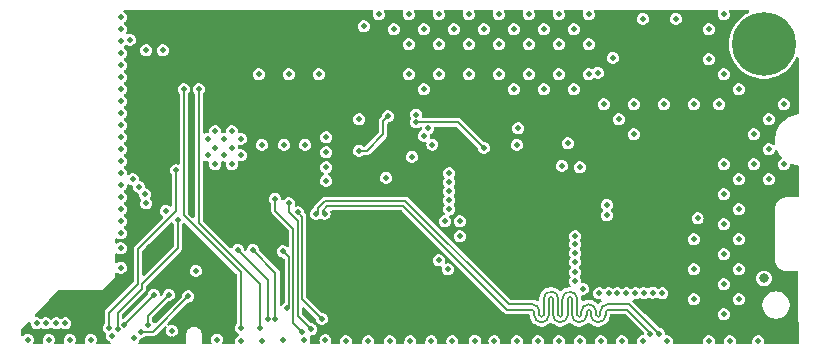
<source format=gbr>
%TF.GenerationSoftware,KiCad,Pcbnew,7.0.8*%
%TF.CreationDate,2024-03-21T14:52:22+01:00*%
%TF.ProjectId,so-dimm-esp32-cm,736f2d64-696d-46d2-9d65-737033322d63,REV.03*%
%TF.SameCoordinates,Original*%
%TF.FileFunction,Copper,L3,Inr*%
%TF.FilePolarity,Positive*%
%FSLAX46Y46*%
G04 Gerber Fmt 4.6, Leading zero omitted, Abs format (unit mm)*
G04 Created by KiCad (PCBNEW 7.0.8) date 2024-03-21 14:52:22*
%MOMM*%
%LPD*%
G01*
G04 APERTURE LIST*
%TA.AperFunction,ComponentPad*%
%ADD10C,0.800000*%
%TD*%
%TA.AperFunction,ComponentPad*%
%ADD11C,5.400000*%
%TD*%
%TA.AperFunction,ViaPad*%
%ADD12C,0.500000*%
%TD*%
%TA.AperFunction,ViaPad*%
%ADD13C,0.800000*%
%TD*%
%TA.AperFunction,Conductor*%
%ADD14C,0.200000*%
%TD*%
G04 APERTURE END LIST*
D10*
%TO.N,Net-(C7-Pad1)*%
%TO.C,H1*%
X177899109Y-79975109D03*
X178492218Y-78543218D03*
X178492218Y-81407000D03*
X179924109Y-77950109D03*
D11*
X179924109Y-79975109D03*
D10*
X179924109Y-82000109D03*
X181356000Y-78543218D03*
X181356000Y-81407000D03*
X181949109Y-79975109D03*
%TD*%
D12*
%TO.N,+3V3*%
X150114000Y-87757000D03*
X127762000Y-94742000D03*
X178943000Y-103886000D03*
X131826000Y-98425000D03*
X178181000Y-104521000D03*
X172212000Y-82423000D03*
X178054000Y-103886000D03*
X145923000Y-87884000D03*
X163322000Y-86614000D03*
X129794000Y-104916503D03*
X132715000Y-105156000D03*
X167386000Y-91948000D03*
X149098000Y-83566000D03*
X178790600Y-93211950D03*
X170180000Y-95123000D03*
X156845000Y-84709000D03*
X174315500Y-93091000D03*
X127889000Y-100584000D03*
X171450000Y-92329000D03*
X127889000Y-97155000D03*
X146939000Y-83566000D03*
X179070000Y-86233000D03*
X178775346Y-104521000D03*
%TO.N,GND*%
X157480000Y-80010000D03*
X125476000Y-97282000D03*
X180340000Y-86360000D03*
X149860000Y-80010000D03*
X142803817Y-105059417D03*
X169675306Y-105130499D03*
D13*
X179933600Y-99815950D03*
D12*
X173990000Y-101600000D03*
X132842000Y-88011000D03*
X125476000Y-79756000D03*
X122936000Y-105029000D03*
X151130000Y-87757000D03*
X179451000Y-105156000D03*
X125476000Y-92964000D03*
X168910000Y-85090000D03*
X133477000Y-88773000D03*
X180340000Y-91440000D03*
X134239000Y-88011000D03*
X125476000Y-89916000D03*
X144528978Y-105134162D03*
X177038000Y-105156000D03*
X158750000Y-83820000D03*
X166624000Y-93599000D03*
X125476000Y-78740000D03*
X142240000Y-82550000D03*
X176530000Y-97790000D03*
X169672000Y-77851000D03*
X160020000Y-80010000D03*
X121158000Y-105029000D03*
X177800000Y-93980000D03*
X125476000Y-80772000D03*
X125476000Y-93980000D03*
X129794000Y-104267000D03*
X157480000Y-82550000D03*
X175260000Y-78740000D03*
X165862000Y-82423000D03*
X177800000Y-83820000D03*
X158750000Y-78740000D03*
X177800000Y-101600000D03*
X135636000Y-105156000D03*
X153546465Y-105136942D03*
X141020800Y-105054400D03*
X154178000Y-96266000D03*
X152400000Y-80010000D03*
X125476000Y-83820000D03*
X174315500Y-94742000D03*
X163830000Y-78740000D03*
X154940000Y-77470000D03*
X152400000Y-77470000D03*
X154178000Y-94996000D03*
X152908000Y-94996000D03*
X146431000Y-105156000D03*
X176530000Y-90170000D03*
X161290000Y-83820000D03*
X139192000Y-105054400D03*
X176530000Y-92710000D03*
X135636000Y-89408000D03*
X125476000Y-82804000D03*
X164341361Y-105136049D03*
X165100000Y-80010000D03*
X135636000Y-88011000D03*
X151130000Y-78740000D03*
X125476000Y-91948000D03*
X181610000Y-90170000D03*
X125476000Y-77724000D03*
X133477000Y-87376000D03*
X154940000Y-82550000D03*
X126627925Y-104837475D03*
X153162000Y-99060000D03*
X176530000Y-95250000D03*
X153670000Y-78740000D03*
X125476000Y-84836000D03*
X134874000Y-88773000D03*
X157102040Y-105131415D03*
X160020000Y-82550000D03*
X133604308Y-105003600D03*
X176530000Y-82550000D03*
X134874000Y-90170000D03*
X125476000Y-94996000D03*
X165100000Y-77470000D03*
X157480000Y-77470000D03*
X148263233Y-105144884D03*
X137464800Y-105105200D03*
X148590000Y-78740000D03*
X163322000Y-88392000D03*
X160784887Y-105145909D03*
X125476000Y-98933000D03*
X149860000Y-77470000D03*
X131826000Y-99187000D03*
X154940000Y-80010000D03*
X172466000Y-77851000D03*
X155450000Y-105100000D03*
X149989608Y-105147291D03*
X151511000Y-87122000D03*
X152400000Y-98298000D03*
X163830000Y-83820000D03*
X162563538Y-105140433D03*
X119380000Y-105029000D03*
X125476000Y-86868000D03*
X171704000Y-105156000D03*
X125476000Y-96012000D03*
X166118535Y-105132878D03*
X176530000Y-102870000D03*
X162560000Y-77470000D03*
X171450000Y-85090000D03*
X173990000Y-96520000D03*
X180340000Y-88900000D03*
X152400000Y-82550000D03*
X175260000Y-105156000D03*
X165100000Y-82550000D03*
X177800000Y-91440000D03*
X162560000Y-80010000D03*
X139700000Y-82550000D03*
X117602000Y-105029000D03*
X181610000Y-85090000D03*
X125476000Y-81788000D03*
X137160000Y-82550000D03*
X162560000Y-82550000D03*
X125476000Y-90932000D03*
X173990000Y-85090000D03*
X153289000Y-93980000D03*
X160020000Y-77470000D03*
X156210000Y-78740000D03*
X161290000Y-78740000D03*
X168910000Y-87630000D03*
X125476000Y-87884000D03*
X176530000Y-77470000D03*
X149860000Y-82550000D03*
X134874000Y-87376000D03*
X167907617Y-105127499D03*
X125476000Y-88900000D03*
X151130000Y-83820000D03*
X147320000Y-77470000D03*
X176149000Y-85090000D03*
X132842000Y-89408000D03*
X164592000Y-100711000D03*
X176530000Y-100330000D03*
X126238000Y-79629000D03*
X175260000Y-81280000D03*
X133477000Y-90170000D03*
X173990000Y-99060000D03*
X151768468Y-105141586D03*
X179070000Y-87630000D03*
X124750500Y-104698800D03*
X166370000Y-85090000D03*
X177800000Y-96520000D03*
X125476000Y-85852000D03*
X167640000Y-86360000D03*
X179070000Y-90170000D03*
X177800000Y-99060000D03*
X134239000Y-89408000D03*
X166624000Y-94488000D03*
X159004000Y-105127499D03*
%TO.N,/SCL*%
X159004000Y-88519000D03*
X162814000Y-90297000D03*
%TO.N,/SDA*%
X159131000Y-87122000D03*
%TO.N,/~{E2_INT}*%
X164338000Y-90424000D03*
X145669000Y-86360000D03*
%TO.N,E2_IO0_2*%
X163957161Y-96251538D03*
%TO.N,E2_IO0_3*%
X163949923Y-96901000D03*
%TO.N,E2_IO0_4*%
X163957000Y-97663000D03*
%TO.N,E2_IO0_5*%
X163957000Y-98425000D03*
%TO.N,E2_IO0_6*%
X163957000Y-99314000D03*
%TO.N,E2_IO0_7*%
X163957000Y-100076000D03*
%TO.N,E2_IO1_0*%
X171323000Y-101092000D03*
%TO.N,E2_IO1_1*%
X170508188Y-101038056D03*
%TO.N,E2_IO1_2*%
X169773422Y-101066422D03*
%TO.N,E2_IO1_3*%
X169037000Y-101092000D03*
%TO.N,E2_IO1_4*%
X168275000Y-101092000D03*
%TO.N,E2_IO1_5*%
X167511269Y-101092000D03*
%TO.N,E2_IO1_6*%
X166782447Y-101079066D03*
%TO.N,E2_IO1_7*%
X165989000Y-101090812D03*
%TO.N,/SDA0*%
X118364000Y-103632000D03*
X147955000Y-91313000D03*
X150114000Y-89535000D03*
X142875000Y-91567000D03*
X126492000Y-91440000D03*
X137414000Y-88519000D03*
%TO.N,/ESP32-CM/ESP_EN{slash}CM_RUN*%
X167132000Y-81153000D03*
X129286000Y-94107000D03*
%TO.N,/ESP32-CM/RXD0*%
X137287000Y-104013000D03*
X132080000Y-83820000D03*
%TO.N,/ESP32-CM/TXD0*%
X130810000Y-83820000D03*
X135636000Y-104013000D03*
%TO.N,E1_IO0_4*%
X153289000Y-90932000D03*
%TO.N,E1_IO0_5*%
X153289000Y-91694000D03*
%TO.N,E1_IO0_6*%
X153289000Y-92456000D03*
%TO.N,E1_IO0_7*%
X153289000Y-93218000D03*
%TO.N,/SCL0*%
X142875000Y-90424000D03*
X127000000Y-92075000D03*
X151864200Y-88491200D03*
X119126000Y-103632000D03*
X139319000Y-88519000D03*
%TO.N,/ESP32-CM/IO0*%
X124460000Y-104013000D03*
X130175000Y-90678000D03*
X146050000Y-78486000D03*
%TO.N,/ESP32-CM/USB_D-*%
X141987000Y-94361000D03*
X171050346Y-104521000D03*
%TO.N,/ESP32-CM/USB_D+*%
X142737000Y-94361000D03*
X170300346Y-104521000D03*
%TO.N,/ESP32-CM/V1SPI_CLK*%
X140462000Y-94234000D03*
X142494000Y-103251000D03*
%TO.N,/ESP32-CM/V1SPI_MOSI*%
X139700000Y-93472000D03*
X141605000Y-104140000D03*
%TO.N,/ESP32-CM/V1SPI_MISO*%
X138557000Y-93091000D03*
X140843000Y-104394000D03*
%TO.N,/ESP32-CM/V1SPI_CS*%
X139192000Y-97536000D03*
X139581500Y-102362000D03*
%TO.N,/ESP32-CM/V0SPI_CLK*%
X129540000Y-101219000D03*
X127762000Y-103759000D03*
X129032000Y-80518000D03*
%TO.N,/ESP32-CM/V0SPI_MOSI*%
X131191000Y-101346000D03*
X127203200Y-104343200D03*
%TO.N,/ESP32-CM/V0SPI_MISO*%
X128270000Y-101219000D03*
X127635000Y-80518000D03*
X125741602Y-103750298D03*
%TO.N,/ESP32-CM/V0SPI_CS*%
X125222000Y-104140000D03*
X130302000Y-94869000D03*
%TO.N,/ESP32-CM/GPIO15{slash}RTS*%
X135382000Y-97409000D03*
X137922000Y-103251000D03*
%TO.N,/ESP32-CM/GPIO16{slash}CTS*%
X136652000Y-97409000D03*
X138571444Y-103242260D03*
%TO.N,/SDA1*%
X120015000Y-103632000D03*
X141097000Y-88519000D03*
X142875000Y-89154000D03*
X127508000Y-92710000D03*
X150494521Y-85964498D03*
X145669000Y-89027000D03*
X148082000Y-86106000D03*
%TO.N,/SCL1*%
X120777000Y-103632000D03*
X127635000Y-93472000D03*
X156210000Y-88773000D03*
X142875000Y-87884000D03*
X150495000Y-86614000D03*
%TD*%
D14*
%TO.N,/ESP32-CM/RXD0*%
X132080000Y-95123000D02*
X132080000Y-83820000D01*
X137287000Y-100330000D02*
X132080000Y-95123000D01*
X137287000Y-104013000D02*
X137287000Y-100330000D01*
%TO.N,/ESP32-CM/TXD0*%
X135636000Y-99314000D02*
X130810000Y-94488000D01*
X130810000Y-94488000D02*
X130810000Y-83820000D01*
X135636000Y-104013000D02*
X135636000Y-99314000D01*
%TO.N,/ESP32-CM/IO0*%
X126940788Y-100262212D02*
X126940788Y-97341212D01*
X130175000Y-94107000D02*
X130175000Y-90678000D01*
X126940788Y-97341212D02*
X130175000Y-94107000D01*
X124460000Y-104013000D02*
X124460000Y-102743000D01*
X124460000Y-102743000D02*
X126940788Y-100262212D01*
%TO.N,/ESP32-CM/USB_D-*%
X142136999Y-93891801D02*
X142136999Y-94211001D01*
X142136999Y-94211001D02*
X141987000Y-94361000D01*
X164125000Y-102635000D02*
X164125000Y-101551676D01*
X161275000Y-101551676D02*
X161275000Y-102010000D01*
X162525000Y-102918345D02*
X162525000Y-102460000D01*
X160300000Y-102010000D02*
X158335200Y-102010000D01*
X161275000Y-102010000D02*
X161275000Y-102918345D01*
X149572200Y-93247000D02*
X142781800Y-93247000D01*
X171050346Y-104521000D02*
X168539346Y-102010000D01*
X164125000Y-102918345D02*
X164125000Y-102635000D01*
X164475000Y-102635000D02*
X164475000Y-102918345D01*
X162875000Y-102010000D02*
X162875000Y-102918345D01*
X166075000Y-102635000D02*
X166075000Y-102918345D01*
X142781800Y-93247000D02*
X142136999Y-93891801D01*
X165725000Y-102918345D02*
X165725000Y-102635000D01*
X162875000Y-101551676D02*
X162875000Y-102010000D01*
X162525000Y-102460000D02*
X162525000Y-101551676D01*
X168539346Y-102010000D02*
X166700000Y-102010000D01*
X158335200Y-102010000D02*
X149572200Y-93247000D01*
X160925000Y-102918345D02*
X160925000Y-102635000D01*
X165100000Y-102010000D02*
G75*
G03*
X164475000Y-102635000I0J-625000D01*
G01*
X161900000Y-100926700D02*
G75*
G03*
X161275000Y-101551676I0J-625000D01*
G01*
X165725000Y-102635000D02*
G75*
G03*
X165100000Y-102010000I-625000J0D01*
G01*
X160925000Y-102635000D02*
G75*
G03*
X160300000Y-102010000I-625000J0D01*
G01*
X162525024Y-101551676D02*
G75*
G03*
X161900000Y-100926676I-625024J-24D01*
G01*
X162700000Y-103093300D02*
G75*
G03*
X162875000Y-102918345I0J175000D01*
G01*
X165900000Y-103093300D02*
G75*
G03*
X166075000Y-102918345I0J175000D01*
G01*
X166700000Y-102010000D02*
G75*
G03*
X166075000Y-102635000I0J-625000D01*
G01*
X164125024Y-101551676D02*
G75*
G03*
X163500000Y-100926676I-625024J-24D01*
G01*
X162524955Y-102918345D02*
G75*
G03*
X162700000Y-103093345I175045J45D01*
G01*
X160924955Y-102918345D02*
G75*
G03*
X161100000Y-103093345I175045J45D01*
G01*
X165724955Y-102918345D02*
G75*
G03*
X165900000Y-103093345I175045J45D01*
G01*
X163500000Y-100926700D02*
G75*
G03*
X162875000Y-101551676I0J-625000D01*
G01*
X164124955Y-102918345D02*
G75*
G03*
X164300000Y-103093345I175045J45D01*
G01*
X164300000Y-103093300D02*
G75*
G03*
X164475000Y-102918345I0J175000D01*
G01*
X161100000Y-103093300D02*
G75*
G03*
X161275000Y-102918345I0J175000D01*
G01*
%TO.N,/ESP32-CM/USB_D+*%
X163325000Y-102010000D02*
X163325000Y-102918345D01*
X163325000Y-101551676D02*
X163325000Y-102010000D01*
X142587001Y-94078199D02*
X142587001Y-94211001D01*
X163675000Y-102918345D02*
X163675000Y-102635000D01*
X170300346Y-104521000D02*
X170300346Y-104407397D01*
X160300000Y-102460000D02*
X158148800Y-102460000D01*
X165275000Y-102918345D02*
X165275000Y-102635000D01*
X158148800Y-102460000D02*
X149385800Y-93697000D01*
X164925000Y-102635000D02*
X164925000Y-102918345D01*
X161725000Y-102010000D02*
X161725000Y-102918345D01*
X162075000Y-102460000D02*
X162075000Y-101551676D01*
X149385800Y-93697000D02*
X142968200Y-93697000D01*
X160475000Y-102918345D02*
X160475000Y-102635000D01*
X168352949Y-102460000D02*
X166700000Y-102460000D01*
X161725000Y-101551676D02*
X161725000Y-102010000D01*
X163675000Y-102635000D02*
X163675000Y-101551676D01*
X142968200Y-93697000D02*
X142587001Y-94078199D01*
X170300346Y-104407397D02*
X168352949Y-102460000D01*
X162075000Y-102918345D02*
X162075000Y-102460000D01*
X166525000Y-102635000D02*
X166525000Y-102918345D01*
X142587001Y-94211001D02*
X142737000Y-94361000D01*
X163674955Y-102918345D02*
G75*
G03*
X164300000Y-103543345I625045J45D01*
G01*
X163500000Y-101376700D02*
G75*
G03*
X163325000Y-101551676I0J-175000D01*
G01*
X165100000Y-102460000D02*
G75*
G03*
X164925000Y-102635000I0J-175000D01*
G01*
X163675024Y-101551676D02*
G75*
G03*
X163500000Y-101376676I-175024J-24D01*
G01*
X166700000Y-102460000D02*
G75*
G03*
X166525000Y-102635000I0J-175000D01*
G01*
X160474955Y-102918345D02*
G75*
G03*
X161100000Y-103543345I625045J45D01*
G01*
X161900000Y-101376700D02*
G75*
G03*
X161725000Y-101551676I0J-175000D01*
G01*
X162074955Y-102918345D02*
G75*
G03*
X162700000Y-103543345I625045J45D01*
G01*
X164300000Y-103543300D02*
G75*
G03*
X164925000Y-102918345I0J625000D01*
G01*
X160475000Y-102635000D02*
G75*
G03*
X160300000Y-102460000I-175000J0D01*
G01*
X165900000Y-103543300D02*
G75*
G03*
X166525000Y-102918345I0J625000D01*
G01*
X165275000Y-102635000D02*
G75*
G03*
X165100000Y-102460000I-175000J0D01*
G01*
X165274955Y-102918345D02*
G75*
G03*
X165900000Y-103543345I625045J45D01*
G01*
X162075024Y-101551676D02*
G75*
G03*
X161900000Y-101376676I-175024J-24D01*
G01*
X162700000Y-103543300D02*
G75*
G03*
X163325000Y-102918345I0J625000D01*
G01*
X161100000Y-103543300D02*
G75*
G03*
X161725000Y-102918345I0J625000D01*
G01*
%TO.N,/ESP32-CM/V1SPI_CLK*%
X142494000Y-103251000D02*
X140843000Y-101600000D01*
X140843000Y-101600000D02*
X140843000Y-94615000D01*
X140843000Y-94615000D02*
X140462000Y-94234000D01*
%TO.N,/ESP32-CM/V1SPI_MOSI*%
X140462000Y-94996000D02*
X139700000Y-94234000D01*
X141605000Y-104140000D02*
X140462000Y-102997000D01*
X139700000Y-94234000D02*
X139700000Y-93472000D01*
X140462000Y-102997000D02*
X140462000Y-94996000D01*
%TO.N,/ESP32-CM/V1SPI_MISO*%
X138557000Y-94079567D02*
X138557000Y-93091000D01*
X140843000Y-104394000D02*
X140081000Y-103632000D01*
X140081000Y-103632000D02*
X140081000Y-95603567D01*
X140081000Y-95603567D02*
X138557000Y-94079567D01*
%TO.N,/ESP32-CM/V1SPI_CS*%
X139192000Y-97536000D02*
X139700000Y-98044000D01*
X139700000Y-102243500D02*
X139581500Y-102362000D01*
X139700000Y-98044000D02*
X139700000Y-102243500D01*
%TO.N,/ESP32-CM/V0SPI_CLK*%
X127762000Y-103759000D02*
X127762000Y-102997000D01*
X127762000Y-102997000D02*
X129540000Y-101219000D01*
%TO.N,/ESP32-CM/V0SPI_MOSI*%
X127203200Y-104343200D02*
X128193800Y-104343200D01*
X128193800Y-104343200D02*
X131191000Y-101346000D01*
%TO.N,/ESP32-CM/V0SPI_MISO*%
X128270000Y-101221900D02*
X128270000Y-101219000D01*
X125741602Y-103750298D02*
X128270000Y-101221900D01*
%TO.N,/ESP32-CM/V0SPI_CS*%
X127290299Y-100691701D02*
X127290299Y-100277899D01*
X125222000Y-104140000D02*
X125222000Y-102760000D01*
X127290299Y-100277899D02*
X130302000Y-97266198D01*
X130302000Y-97266198D02*
X130302000Y-94869000D01*
X125222000Y-102760000D02*
X127290299Y-100691701D01*
%TO.N,/ESP32-CM/GPIO15{slash}RTS*%
X135382000Y-97409000D02*
X137922000Y-99949000D01*
X137922000Y-99949000D02*
X137922000Y-103251000D01*
%TO.N,/ESP32-CM/GPIO16{slash}CTS*%
X136652000Y-97409000D02*
X138571444Y-99328444D01*
X138571444Y-99328444D02*
X138571444Y-103242260D01*
%TO.N,/SDA1*%
X147828000Y-86360000D02*
X147701000Y-86487000D01*
X148082000Y-86106000D02*
X147828000Y-86360000D01*
X147701000Y-86487000D02*
X147701000Y-87630000D01*
X147701000Y-87630000D02*
X146304000Y-89027000D01*
X146304000Y-89027000D02*
X145669000Y-89027000D01*
%TO.N,/SCL1*%
X154051000Y-86614000D02*
X150495000Y-86614000D01*
X156210000Y-88773000D02*
X154051000Y-86614000D01*
%TD*%
%TA.AperFunction,Conductor*%
%TO.N,+3V3*%
G36*
X146816689Y-77097503D02*
G01*
X146863182Y-77151159D01*
X146873286Y-77221433D01*
X146863182Y-77255843D01*
X146836052Y-77315250D01*
X146830958Y-77326404D01*
X146810312Y-77470000D01*
X146830958Y-77613596D01*
X146891223Y-77745558D01*
X146986225Y-77855196D01*
X147108268Y-77933629D01*
X147247464Y-77974500D01*
X147392536Y-77974500D01*
X147531732Y-77933629D01*
X147653775Y-77855196D01*
X147748777Y-77745558D01*
X147809042Y-77613596D01*
X147829688Y-77470000D01*
X147809042Y-77326404D01*
X147778886Y-77260371D01*
X147776818Y-77255843D01*
X147766715Y-77185569D01*
X147796208Y-77120988D01*
X147855934Y-77082605D01*
X147891432Y-77077501D01*
X149288568Y-77077501D01*
X149356689Y-77097503D01*
X149403182Y-77151159D01*
X149413286Y-77221433D01*
X149403182Y-77255843D01*
X149376052Y-77315250D01*
X149370958Y-77326404D01*
X149350312Y-77470000D01*
X149370958Y-77613596D01*
X149431223Y-77745558D01*
X149526225Y-77855196D01*
X149648268Y-77933629D01*
X149787464Y-77974500D01*
X149932536Y-77974500D01*
X150071732Y-77933629D01*
X150193775Y-77855196D01*
X150288777Y-77745558D01*
X150349042Y-77613596D01*
X150369688Y-77470000D01*
X150349042Y-77326404D01*
X150318886Y-77260371D01*
X150316818Y-77255843D01*
X150306715Y-77185569D01*
X150336208Y-77120988D01*
X150395934Y-77082605D01*
X150431432Y-77077501D01*
X151828568Y-77077501D01*
X151896689Y-77097503D01*
X151943182Y-77151159D01*
X151953286Y-77221433D01*
X151943182Y-77255843D01*
X151916052Y-77315250D01*
X151910958Y-77326404D01*
X151890312Y-77470000D01*
X151910958Y-77613596D01*
X151971223Y-77745558D01*
X152066225Y-77855196D01*
X152188268Y-77933629D01*
X152327464Y-77974500D01*
X152472536Y-77974500D01*
X152611732Y-77933629D01*
X152733775Y-77855196D01*
X152828777Y-77745558D01*
X152889042Y-77613596D01*
X152909688Y-77470000D01*
X152889042Y-77326404D01*
X152858886Y-77260371D01*
X152856818Y-77255843D01*
X152846715Y-77185569D01*
X152876208Y-77120988D01*
X152935934Y-77082605D01*
X152971432Y-77077501D01*
X154368568Y-77077501D01*
X154436689Y-77097503D01*
X154483182Y-77151159D01*
X154493286Y-77221433D01*
X154483182Y-77255843D01*
X154456052Y-77315250D01*
X154450958Y-77326404D01*
X154430312Y-77470000D01*
X154450958Y-77613596D01*
X154511223Y-77745558D01*
X154606225Y-77855196D01*
X154728268Y-77933629D01*
X154867464Y-77974500D01*
X155012536Y-77974500D01*
X155151732Y-77933629D01*
X155273775Y-77855196D01*
X155368777Y-77745558D01*
X155429042Y-77613596D01*
X155449688Y-77470000D01*
X155429042Y-77326404D01*
X155398886Y-77260371D01*
X155396818Y-77255843D01*
X155386715Y-77185569D01*
X155416208Y-77120988D01*
X155475934Y-77082605D01*
X155511432Y-77077501D01*
X156908568Y-77077501D01*
X156976689Y-77097503D01*
X157023182Y-77151159D01*
X157033286Y-77221433D01*
X157023182Y-77255843D01*
X156996052Y-77315250D01*
X156990958Y-77326404D01*
X156970312Y-77470000D01*
X156990958Y-77613596D01*
X157051223Y-77745558D01*
X157146225Y-77855196D01*
X157268268Y-77933629D01*
X157407464Y-77974500D01*
X157552536Y-77974500D01*
X157691732Y-77933629D01*
X157813775Y-77855196D01*
X157908777Y-77745558D01*
X157969042Y-77613596D01*
X157989688Y-77470000D01*
X157969042Y-77326404D01*
X157938886Y-77260371D01*
X157936818Y-77255843D01*
X157926715Y-77185569D01*
X157956208Y-77120988D01*
X158015934Y-77082605D01*
X158051432Y-77077501D01*
X159448568Y-77077501D01*
X159516689Y-77097503D01*
X159563182Y-77151159D01*
X159573286Y-77221433D01*
X159563182Y-77255843D01*
X159536052Y-77315250D01*
X159530958Y-77326404D01*
X159510312Y-77470000D01*
X159530958Y-77613596D01*
X159591223Y-77745558D01*
X159686225Y-77855196D01*
X159808268Y-77933629D01*
X159947464Y-77974500D01*
X160092536Y-77974500D01*
X160231732Y-77933629D01*
X160353775Y-77855196D01*
X160448777Y-77745558D01*
X160509042Y-77613596D01*
X160529688Y-77470000D01*
X160509042Y-77326404D01*
X160478886Y-77260371D01*
X160476818Y-77255843D01*
X160466715Y-77185569D01*
X160496208Y-77120988D01*
X160555934Y-77082605D01*
X160591432Y-77077501D01*
X161988568Y-77077501D01*
X162056689Y-77097503D01*
X162103182Y-77151159D01*
X162113286Y-77221433D01*
X162103182Y-77255843D01*
X162076052Y-77315250D01*
X162070958Y-77326404D01*
X162050312Y-77470000D01*
X162070958Y-77613596D01*
X162131223Y-77745558D01*
X162226225Y-77855196D01*
X162348268Y-77933629D01*
X162487464Y-77974500D01*
X162632536Y-77974500D01*
X162771732Y-77933629D01*
X162893775Y-77855196D01*
X162988777Y-77745558D01*
X163049042Y-77613596D01*
X163069688Y-77470000D01*
X163049042Y-77326404D01*
X163018886Y-77260371D01*
X163016818Y-77255843D01*
X163006715Y-77185569D01*
X163036208Y-77120988D01*
X163095934Y-77082605D01*
X163131432Y-77077501D01*
X164528568Y-77077501D01*
X164596689Y-77097503D01*
X164643182Y-77151159D01*
X164653286Y-77221433D01*
X164643182Y-77255843D01*
X164616052Y-77315250D01*
X164610958Y-77326404D01*
X164590312Y-77470000D01*
X164610958Y-77613596D01*
X164671223Y-77745558D01*
X164766225Y-77855196D01*
X164888268Y-77933629D01*
X165027464Y-77974500D01*
X165172536Y-77974500D01*
X165311732Y-77933629D01*
X165433775Y-77855196D01*
X165437411Y-77851000D01*
X169162312Y-77851000D01*
X169182958Y-77994596D01*
X169243223Y-78126558D01*
X169338225Y-78236196D01*
X169460268Y-78314629D01*
X169599464Y-78355500D01*
X169744536Y-78355500D01*
X169883732Y-78314629D01*
X170005775Y-78236196D01*
X170100777Y-78126558D01*
X170161042Y-77994596D01*
X170181688Y-77851000D01*
X171956312Y-77851000D01*
X171976958Y-77994596D01*
X172037223Y-78126558D01*
X172132225Y-78236196D01*
X172254268Y-78314629D01*
X172393464Y-78355500D01*
X172538536Y-78355500D01*
X172677732Y-78314629D01*
X172799775Y-78236196D01*
X172894777Y-78126558D01*
X172955042Y-77994596D01*
X172975688Y-77851000D01*
X172955042Y-77707404D01*
X172894777Y-77575442D01*
X172799775Y-77465804D01*
X172799774Y-77465803D01*
X172704973Y-77404878D01*
X172677732Y-77387371D01*
X172677731Y-77387370D01*
X172677730Y-77387370D01*
X172538536Y-77346500D01*
X172393464Y-77346500D01*
X172254269Y-77387370D01*
X172254266Y-77387372D01*
X172132225Y-77465803D01*
X172037223Y-77575441D01*
X171989040Y-77680949D01*
X171976958Y-77707404D01*
X171956312Y-77851000D01*
X170181688Y-77851000D01*
X170161042Y-77707404D01*
X170100777Y-77575442D01*
X170005775Y-77465804D01*
X170005774Y-77465803D01*
X169910973Y-77404878D01*
X169883732Y-77387371D01*
X169883731Y-77387370D01*
X169883730Y-77387370D01*
X169744536Y-77346500D01*
X169599464Y-77346500D01*
X169460269Y-77387370D01*
X169460266Y-77387372D01*
X169338225Y-77465803D01*
X169243223Y-77575441D01*
X169195040Y-77680949D01*
X169182958Y-77707404D01*
X169162312Y-77851000D01*
X165437411Y-77851000D01*
X165528777Y-77745558D01*
X165589042Y-77613596D01*
X165609688Y-77470000D01*
X165589042Y-77326404D01*
X165558886Y-77260371D01*
X165556818Y-77255843D01*
X165546715Y-77185569D01*
X165576208Y-77120988D01*
X165635934Y-77082605D01*
X165671432Y-77077501D01*
X175958568Y-77077501D01*
X176026689Y-77097503D01*
X176073182Y-77151159D01*
X176083286Y-77221433D01*
X176073182Y-77255843D01*
X176046052Y-77315250D01*
X176040958Y-77326404D01*
X176020312Y-77470000D01*
X176040958Y-77613596D01*
X176101223Y-77745558D01*
X176196225Y-77855196D01*
X176318268Y-77933629D01*
X176457464Y-77974500D01*
X176602536Y-77974500D01*
X176741732Y-77933629D01*
X176863775Y-77855196D01*
X176958777Y-77745558D01*
X177019042Y-77613596D01*
X177039688Y-77470000D01*
X177019042Y-77326404D01*
X176988886Y-77260371D01*
X176986818Y-77255843D01*
X176976715Y-77185569D01*
X177006208Y-77120988D01*
X177065934Y-77082605D01*
X177101432Y-77077501D01*
X178578963Y-77077501D01*
X178647084Y-77097503D01*
X178693577Y-77151159D01*
X178703681Y-77221433D01*
X178674187Y-77286013D01*
X178635514Y-77316097D01*
X178458737Y-77404878D01*
X178444347Y-77412105D01*
X178156818Y-77601216D01*
X177893175Y-77822438D01*
X177656991Y-78072778D01*
X177451488Y-78348817D01*
X177451470Y-78348844D01*
X177279398Y-78646882D01*
X177279395Y-78646887D01*
X177143085Y-78962890D01*
X177143083Y-78962896D01*
X177044376Y-79292599D01*
X176984612Y-79631535D01*
X176984612Y-79631541D01*
X176964602Y-79975109D01*
X176984612Y-80318676D01*
X176984612Y-80318682D01*
X176996624Y-80386804D01*
X177044376Y-80657618D01*
X177143082Y-80987320D01*
X177143084Y-80987326D01*
X177143085Y-80987327D01*
X177279395Y-81303330D01*
X177279398Y-81303335D01*
X177400125Y-81512441D01*
X177451477Y-81601385D01*
X177451486Y-81601397D01*
X177451488Y-81601400D01*
X177656991Y-81877439D01*
X177656995Y-81877443D01*
X177854108Y-82086371D01*
X177893175Y-82127779D01*
X178040774Y-82251629D01*
X178156033Y-82348343D01*
X178156818Y-82349001D01*
X178444347Y-82538112D01*
X178444355Y-82538117D01*
X178751908Y-82692576D01*
X179075313Y-82810286D01*
X179410196Y-82889654D01*
X179605529Y-82912485D01*
X179752026Y-82929609D01*
X179752029Y-82929609D01*
X180096192Y-82929609D01*
X180224376Y-82914625D01*
X180438022Y-82889654D01*
X180772905Y-82810286D01*
X181096310Y-82692576D01*
X181403863Y-82538117D01*
X181691404Y-82348998D01*
X181955046Y-82127776D01*
X182191223Y-81877443D01*
X182396741Y-81601385D01*
X182568821Y-81303333D01*
X182633150Y-81154199D01*
X182678497Y-81099574D01*
X182746179Y-81078135D01*
X182814708Y-81096692D01*
X182862326Y-81149352D01*
X182874845Y-81204107D01*
X182874845Y-85817251D01*
X182854843Y-85885372D01*
X182801187Y-85931865D01*
X182765289Y-85942173D01*
X182604908Y-85963284D01*
X182604887Y-85963288D01*
X182332604Y-86036241D01*
X182072145Y-86144122D01*
X182072135Y-86144127D01*
X181828009Y-86285068D01*
X181604358Y-86456678D01*
X181604347Y-86456687D01*
X181405017Y-86656013D01*
X181405013Y-86656018D01*
X181233395Y-86879671D01*
X181092447Y-87123793D01*
X181092443Y-87123801D01*
X181023754Y-87289629D01*
X180984560Y-87384251D01*
X180912344Y-87653763D01*
X180911594Y-87656561D01*
X180874799Y-87936044D01*
X180874799Y-88217955D01*
X180902094Y-88425277D01*
X180891155Y-88495425D01*
X180844027Y-88548524D01*
X180775673Y-88567714D01*
X180707795Y-88546903D01*
X180681948Y-88524236D01*
X180673774Y-88514803D01*
X180605435Y-88470884D01*
X180551732Y-88436371D01*
X180551731Y-88436370D01*
X180551730Y-88436370D01*
X180412536Y-88395500D01*
X180267464Y-88395500D01*
X180128269Y-88436370D01*
X180128266Y-88436372D01*
X180006225Y-88514803D01*
X179911223Y-88624441D01*
X179850958Y-88756403D01*
X179833706Y-88876396D01*
X179830312Y-88900000D01*
X179850958Y-89043596D01*
X179911223Y-89175558D01*
X180006225Y-89285196D01*
X180128268Y-89363629D01*
X180267464Y-89404500D01*
X180412536Y-89404500D01*
X180551732Y-89363629D01*
X180673775Y-89285196D01*
X180768777Y-89175558D01*
X180829042Y-89043596D01*
X180832978Y-89016213D01*
X180862471Y-88951635D01*
X180922196Y-88913250D01*
X180993193Y-88913249D01*
X181052919Y-88951632D01*
X181074104Y-88985927D01*
X181092436Y-89030185D01*
X181092447Y-89030206D01*
X181232334Y-89272490D01*
X181233398Y-89274333D01*
X181405014Y-89497983D01*
X181405018Y-89497987D01*
X181405024Y-89497994D01*
X181418673Y-89511643D01*
X181452699Y-89573955D01*
X181447634Y-89644770D01*
X181405087Y-89701606D01*
X181397700Y-89706735D01*
X181276226Y-89784802D01*
X181276225Y-89784802D01*
X181181223Y-89894441D01*
X181123225Y-90021441D01*
X181120958Y-90026404D01*
X181100312Y-90170000D01*
X181120958Y-90313596D01*
X181181223Y-90445558D01*
X181276225Y-90555196D01*
X181398268Y-90633629D01*
X181537464Y-90674500D01*
X181682536Y-90674500D01*
X181821732Y-90633629D01*
X181943775Y-90555196D01*
X182038777Y-90445558D01*
X182099042Y-90313596D01*
X182115661Y-90198004D01*
X182145153Y-90133427D01*
X182204879Y-90095043D01*
X182275876Y-90095043D01*
X182288588Y-90099527D01*
X182332598Y-90117756D01*
X182332600Y-90117756D01*
X182332601Y-90117757D01*
X182604887Y-90190711D01*
X182604890Y-90190711D01*
X182604900Y-90190714D01*
X182765293Y-90211826D01*
X182830217Y-90240545D01*
X182869310Y-90299809D01*
X182874846Y-90336747D01*
X182874846Y-92839900D01*
X182854844Y-92908021D01*
X182801188Y-92954514D01*
X182748846Y-92965900D01*
X181921105Y-92965900D01*
X181917374Y-92965789D01*
X181837844Y-92961072D01*
X181667021Y-92979952D01*
X181667004Y-92979955D01*
X181501777Y-93027271D01*
X181501770Y-93027274D01*
X181346835Y-93101685D01*
X181206602Y-93201073D01*
X181085073Y-93322602D01*
X180985685Y-93462835D01*
X180911274Y-93617770D01*
X180911271Y-93617777D01*
X180863955Y-93783004D01*
X180863952Y-93783021D01*
X180845072Y-93953844D01*
X180849790Y-94033375D01*
X180849901Y-94037106D01*
X180849901Y-98165414D01*
X180849902Y-98165417D01*
X180850979Y-98173597D01*
X180850613Y-98173645D01*
X180853771Y-98204866D01*
X180852144Y-98231894D01*
X180852144Y-98231901D01*
X180876529Y-98420038D01*
X180935581Y-98600319D01*
X180935583Y-98600323D01*
X181027231Y-98766426D01*
X181027231Y-98766427D01*
X181148256Y-98912516D01*
X181148259Y-98912519D01*
X181294415Y-99033469D01*
X181460568Y-99125030D01*
X181640885Y-99183989D01*
X181829036Y-99208274D01*
X181916702Y-99202948D01*
X181920931Y-99202835D01*
X182707460Y-99208521D01*
X182775433Y-99229015D01*
X182821537Y-99283006D01*
X182832546Y-99333851D01*
X182845271Y-101738558D01*
X182864029Y-105283334D01*
X182844389Y-105351559D01*
X182790980Y-105398335D01*
X182738032Y-105410000D01*
X180069580Y-105410000D01*
X180001459Y-105389998D01*
X179954966Y-105336342D01*
X179944862Y-105266069D01*
X179946064Y-105257716D01*
X179953887Y-105203300D01*
X179960688Y-105156000D01*
X179940042Y-105012404D01*
X179879777Y-104880442D01*
X179784775Y-104770804D01*
X179784774Y-104770803D01*
X179712946Y-104724642D01*
X179662732Y-104692371D01*
X179662731Y-104692370D01*
X179662730Y-104692370D01*
X179523536Y-104651500D01*
X179378464Y-104651500D01*
X179239269Y-104692370D01*
X179239266Y-104692372D01*
X179117225Y-104770803D01*
X179022223Y-104880441D01*
X178965936Y-105003694D01*
X178961958Y-105012404D01*
X178942565Y-105147291D01*
X178941312Y-105156003D01*
X178957137Y-105266068D01*
X178947034Y-105336342D01*
X178900541Y-105389998D01*
X178832420Y-105410000D01*
X177656580Y-105410000D01*
X177588459Y-105389998D01*
X177541966Y-105336342D01*
X177531862Y-105266069D01*
X177531863Y-105266068D01*
X177547688Y-105156003D01*
X177547041Y-105151500D01*
X177527042Y-105012404D01*
X177466777Y-104880442D01*
X177371775Y-104770804D01*
X177371774Y-104770803D01*
X177299946Y-104724642D01*
X177249732Y-104692371D01*
X177249731Y-104692370D01*
X177249730Y-104692370D01*
X177110536Y-104651500D01*
X176965464Y-104651500D01*
X176826269Y-104692370D01*
X176826266Y-104692372D01*
X176704225Y-104770803D01*
X176609223Y-104880441D01*
X176552936Y-105003694D01*
X176548958Y-105012404D01*
X176529565Y-105147291D01*
X176528312Y-105156003D01*
X176544137Y-105266068D01*
X176534034Y-105336342D01*
X176487541Y-105389998D01*
X176419420Y-105410000D01*
X175878580Y-105410000D01*
X175810459Y-105389998D01*
X175763966Y-105336342D01*
X175753862Y-105266069D01*
X175753863Y-105266068D01*
X175769688Y-105156003D01*
X175769041Y-105151500D01*
X175749042Y-105012404D01*
X175688777Y-104880442D01*
X175593775Y-104770804D01*
X175593774Y-104770803D01*
X175521946Y-104724642D01*
X175471732Y-104692371D01*
X175471731Y-104692370D01*
X175471730Y-104692370D01*
X175332536Y-104651500D01*
X175187464Y-104651500D01*
X175048269Y-104692370D01*
X175048266Y-104692372D01*
X174926225Y-104770803D01*
X174831223Y-104880441D01*
X174774936Y-105003694D01*
X174770958Y-105012404D01*
X174751565Y-105147291D01*
X174750312Y-105156003D01*
X174766137Y-105266068D01*
X174756034Y-105336342D01*
X174709541Y-105389998D01*
X174641420Y-105410000D01*
X172322580Y-105410000D01*
X172254459Y-105389998D01*
X172207966Y-105336342D01*
X172197862Y-105266069D01*
X172197863Y-105266068D01*
X172213688Y-105156003D01*
X172213041Y-105151500D01*
X172193042Y-105012404D01*
X172132777Y-104880442D01*
X172037775Y-104770804D01*
X172037774Y-104770803D01*
X171965946Y-104724642D01*
X171915732Y-104692371D01*
X171915731Y-104692370D01*
X171915730Y-104692370D01*
X171776536Y-104651500D01*
X171686034Y-104651500D01*
X171617913Y-104631498D01*
X171571420Y-104577842D01*
X171560034Y-104525500D01*
X171560034Y-104521003D01*
X171559592Y-104517928D01*
X171539388Y-104377404D01*
X171479123Y-104245442D01*
X171384121Y-104135804D01*
X171384120Y-104135803D01*
X171321605Y-104095627D01*
X171262078Y-104057371D01*
X171262077Y-104057370D01*
X171262076Y-104057370D01*
X171122882Y-104016500D01*
X171099375Y-104016500D01*
X171031254Y-103996498D01*
X171010280Y-103979595D01*
X169900685Y-102870000D01*
X176020312Y-102870000D01*
X176040958Y-103013596D01*
X176101223Y-103145558D01*
X176196225Y-103255196D01*
X176318268Y-103333629D01*
X176457464Y-103374500D01*
X176602536Y-103374500D01*
X176741732Y-103333629D01*
X176863775Y-103255196D01*
X176958777Y-103145558D01*
X177019042Y-103013596D01*
X177039688Y-102870000D01*
X177019042Y-102726404D01*
X176958777Y-102594442D01*
X176863775Y-102484804D01*
X176863774Y-102484803D01*
X176802753Y-102445587D01*
X176741732Y-102406371D01*
X176741731Y-102406370D01*
X176741730Y-102406370D01*
X176602536Y-102365500D01*
X176457464Y-102365500D01*
X176318269Y-102406370D01*
X176318266Y-102406372D01*
X176196225Y-102484803D01*
X176101223Y-102594441D01*
X176040958Y-102726403D01*
X176032837Y-102782884D01*
X176020312Y-102870000D01*
X169900685Y-102870000D01*
X169217295Y-102186610D01*
X179799500Y-102186610D01*
X179817669Y-102283804D01*
X179838679Y-102396199D01*
X179842620Y-102406371D01*
X179915702Y-102595019D01*
X179915703Y-102595020D01*
X179915705Y-102595025D01*
X180027945Y-102776298D01*
X180027946Y-102776300D01*
X180113366Y-102870000D01*
X180171593Y-102933872D01*
X180341745Y-103062366D01*
X180532611Y-103157405D01*
X180737690Y-103215756D01*
X180896806Y-103230500D01*
X180896813Y-103230500D01*
X181003187Y-103230500D01*
X181003194Y-103230500D01*
X181162310Y-103215756D01*
X181367389Y-103157405D01*
X181558255Y-103062366D01*
X181728407Y-102933872D01*
X181872052Y-102776302D01*
X181984298Y-102595019D01*
X182061321Y-102396198D01*
X182100500Y-102186610D01*
X182100500Y-101973390D01*
X182061321Y-101763802D01*
X181984298Y-101564981D01*
X181978507Y-101555629D01*
X181872054Y-101383701D01*
X181872053Y-101383699D01*
X181728408Y-101226129D01*
X181714333Y-101215500D01*
X181558255Y-101097634D01*
X181367389Y-101002595D01*
X181367386Y-101002594D01*
X181367384Y-101002593D01*
X181162311Y-100944244D01*
X181142420Y-100942401D01*
X181003194Y-100929500D01*
X180896806Y-100929500D01*
X180773049Y-100940967D01*
X180737688Y-100944244D01*
X180532615Y-101002593D01*
X180532611Y-101002595D01*
X180341745Y-101097634D01*
X180341744Y-101097635D01*
X180171591Y-101226129D01*
X180027946Y-101383699D01*
X180027945Y-101383701D01*
X179915705Y-101564974D01*
X179915704Y-101564977D01*
X179915702Y-101564981D01*
X179888384Y-101635498D01*
X179838679Y-101763800D01*
X179830113Y-101809627D01*
X179799500Y-101973390D01*
X179799500Y-102186610D01*
X169217295Y-102186610D01*
X168836055Y-101805370D01*
X168802029Y-101743058D01*
X168807094Y-101672243D01*
X168849641Y-101615407D01*
X168890948Y-101600000D01*
X173480312Y-101600000D01*
X173500958Y-101743596D01*
X173561223Y-101875558D01*
X173656225Y-101985196D01*
X173778268Y-102063629D01*
X173917464Y-102104500D01*
X174062536Y-102104500D01*
X174201732Y-102063629D01*
X174323775Y-101985196D01*
X174418777Y-101875558D01*
X174479042Y-101743596D01*
X174499688Y-101600000D01*
X177290312Y-101600000D01*
X177310958Y-101743596D01*
X177371223Y-101875558D01*
X177466225Y-101985196D01*
X177588268Y-102063629D01*
X177727464Y-102104500D01*
X177872536Y-102104500D01*
X178011732Y-102063629D01*
X178133775Y-101985196D01*
X178228777Y-101875558D01*
X178289042Y-101743596D01*
X178309688Y-101600000D01*
X178289042Y-101456404D01*
X178228777Y-101324442D01*
X178133775Y-101214804D01*
X178133774Y-101214803D01*
X178071259Y-101174627D01*
X178011732Y-101136371D01*
X178011731Y-101136370D01*
X178011730Y-101136370D01*
X177872536Y-101095500D01*
X177727464Y-101095500D01*
X177588269Y-101136370D01*
X177588266Y-101136372D01*
X177466225Y-101214803D01*
X177371223Y-101324441D01*
X177310958Y-101456403D01*
X177300369Y-101530049D01*
X177290312Y-101600000D01*
X174499688Y-101600000D01*
X174479042Y-101456404D01*
X174418777Y-101324442D01*
X174323775Y-101214804D01*
X174323774Y-101214803D01*
X174261259Y-101174627D01*
X174201732Y-101136371D01*
X174201731Y-101136370D01*
X174201730Y-101136370D01*
X174062536Y-101095500D01*
X173917464Y-101095500D01*
X173778269Y-101136370D01*
X173778266Y-101136372D01*
X173656225Y-101214803D01*
X173561223Y-101324441D01*
X173500958Y-101456403D01*
X173490369Y-101530049D01*
X173480312Y-101600000D01*
X168890948Y-101600000D01*
X168916161Y-101590596D01*
X168960647Y-101595379D01*
X168964464Y-101596500D01*
X168964467Y-101596500D01*
X169109536Y-101596500D01*
X169248732Y-101555629D01*
X169356989Y-101486055D01*
X169425109Y-101466053D01*
X169493230Y-101486054D01*
X169493231Y-101486055D01*
X169503280Y-101492513D01*
X169561690Y-101530051D01*
X169700886Y-101570922D01*
X169845958Y-101570922D01*
X169985154Y-101530051D01*
X170094755Y-101459613D01*
X170162871Y-101439612D01*
X170230990Y-101459612D01*
X170241012Y-101466053D01*
X170296452Y-101501683D01*
X170296454Y-101501683D01*
X170296456Y-101501685D01*
X170435652Y-101542556D01*
X170580724Y-101542556D01*
X170719920Y-101501685D01*
X170814680Y-101440785D01*
X170882800Y-101420783D01*
X170950921Y-101440784D01*
X170978023Y-101464268D01*
X170989225Y-101477196D01*
X171111268Y-101555629D01*
X171250464Y-101596500D01*
X171395536Y-101596500D01*
X171534732Y-101555629D01*
X171656775Y-101477196D01*
X171751777Y-101367558D01*
X171812042Y-101235596D01*
X171832688Y-101092000D01*
X171812042Y-100948404D01*
X171751777Y-100816442D01*
X171656775Y-100706804D01*
X171656774Y-100706803D01*
X171534735Y-100628373D01*
X171534732Y-100628371D01*
X171534731Y-100628370D01*
X171534730Y-100628370D01*
X171395536Y-100587500D01*
X171250464Y-100587500D01*
X171111269Y-100628370D01*
X171111266Y-100628372D01*
X171016507Y-100689270D01*
X170948386Y-100709272D01*
X170880265Y-100689270D01*
X170853163Y-100665785D01*
X170841963Y-100652860D01*
X170719920Y-100574427D01*
X170719919Y-100574426D01*
X170719918Y-100574426D01*
X170580724Y-100533556D01*
X170435652Y-100533556D01*
X170296457Y-100574426D01*
X170296450Y-100574429D01*
X170186855Y-100644862D01*
X170118735Y-100664864D01*
X170050614Y-100644862D01*
X170023105Y-100627183D01*
X169985154Y-100602793D01*
X169985153Y-100602792D01*
X169985152Y-100602792D01*
X169845958Y-100561922D01*
X169700886Y-100561922D01*
X169561691Y-100602792D01*
X169561688Y-100602794D01*
X169453432Y-100672366D01*
X169385311Y-100692368D01*
X169317191Y-100672366D01*
X169248737Y-100628373D01*
X169248730Y-100628370D01*
X169109536Y-100587500D01*
X168964464Y-100587500D01*
X168825269Y-100628370D01*
X168825266Y-100628372D01*
X168724121Y-100693374D01*
X168656000Y-100713376D01*
X168587879Y-100693374D01*
X168486735Y-100628373D01*
X168486732Y-100628371D01*
X168486731Y-100628370D01*
X168486730Y-100628370D01*
X168347536Y-100587500D01*
X168202464Y-100587500D01*
X168063269Y-100628370D01*
X168063266Y-100628372D01*
X167961255Y-100693931D01*
X167893134Y-100713933D01*
X167825013Y-100693931D01*
X167824918Y-100693870D01*
X167723001Y-100628371D01*
X167723000Y-100628370D01*
X167722999Y-100628370D01*
X167583805Y-100587500D01*
X167438733Y-100587500D01*
X167299538Y-100628370D01*
X167299535Y-100628372D01*
X167225042Y-100676246D01*
X167156921Y-100696248D01*
X167088800Y-100676246D01*
X167023714Y-100634418D01*
X166994179Y-100615437D01*
X166994178Y-100615436D01*
X166994177Y-100615436D01*
X166854983Y-100574566D01*
X166709911Y-100574566D01*
X166570716Y-100615436D01*
X166570713Y-100615438D01*
X166444706Y-100696418D01*
X166376585Y-100716420D01*
X166308464Y-100696418D01*
X166228241Y-100644862D01*
X166200732Y-100627183D01*
X166200731Y-100627182D01*
X166200730Y-100627182D01*
X166061536Y-100586312D01*
X165916464Y-100586312D01*
X165777269Y-100627182D01*
X165777266Y-100627184D01*
X165655225Y-100705615D01*
X165560223Y-100815253D01*
X165499958Y-100947215D01*
X165498677Y-100956123D01*
X165479312Y-101090812D01*
X165499958Y-101234408D01*
X165560223Y-101366370D01*
X165655225Y-101476008D01*
X165777268Y-101554441D01*
X165916464Y-101595312D01*
X166070548Y-101595312D01*
X166070548Y-101598798D01*
X166124163Y-101606476D01*
X166177845Y-101652939D01*
X166197885Y-101721048D01*
X166177921Y-101789180D01*
X166139883Y-101825477D01*
X166140543Y-101826419D01*
X166136035Y-101829574D01*
X166004740Y-101939745D01*
X166004738Y-101939747D01*
X165996520Y-101949542D01*
X165937409Y-101988868D01*
X165866422Y-101989992D01*
X165806095Y-101952560D01*
X165803480Y-101949542D01*
X165795261Y-101939747D01*
X165795259Y-101939745D01*
X165663964Y-101829574D01*
X165663961Y-101829572D01*
X165515540Y-101743882D01*
X165515532Y-101743878D01*
X165354482Y-101685261D01*
X165354480Y-101685260D01*
X165221825Y-101661870D01*
X165185695Y-101655500D01*
X165156147Y-101655500D01*
X165100000Y-101655500D01*
X165014305Y-101655500D01*
X164984545Y-101660747D01*
X164845519Y-101685260D01*
X164845517Y-101685261D01*
X164684467Y-101743878D01*
X164684462Y-101743880D01*
X164668499Y-101753097D01*
X164599503Y-101769834D01*
X164532412Y-101746613D01*
X164488525Y-101690805D01*
X164479500Y-101643977D01*
X164479500Y-101617976D01*
X164479501Y-101617951D01*
X164479501Y-101607813D01*
X164479502Y-101607810D01*
X164479501Y-101603879D01*
X164479525Y-101603797D01*
X164479523Y-101551662D01*
X164479524Y-101551662D01*
X164479521Y-101465967D01*
X164479222Y-101464271D01*
X164461430Y-101363384D01*
X164469297Y-101292824D01*
X164514062Y-101237719D01*
X164581513Y-101215564D01*
X164585515Y-101215500D01*
X164664536Y-101215500D01*
X164803732Y-101174629D01*
X164925775Y-101096196D01*
X165020777Y-100986558D01*
X165081042Y-100854596D01*
X165101688Y-100711000D01*
X165081042Y-100567404D01*
X165020777Y-100435442D01*
X164929411Y-100330000D01*
X176020312Y-100330000D01*
X176040958Y-100473596D01*
X176101223Y-100605558D01*
X176196225Y-100715196D01*
X176318268Y-100793629D01*
X176457464Y-100834500D01*
X176602536Y-100834500D01*
X176741732Y-100793629D01*
X176863775Y-100715196D01*
X176958777Y-100605558D01*
X177019042Y-100473596D01*
X177039688Y-100330000D01*
X177019042Y-100186404D01*
X176958777Y-100054442D01*
X176863775Y-99944804D01*
X176863774Y-99944803D01*
X176802753Y-99905587D01*
X176741732Y-99866371D01*
X176741731Y-99866370D01*
X176741730Y-99866370D01*
X176602536Y-99825500D01*
X176457464Y-99825500D01*
X176318269Y-99866370D01*
X176318266Y-99866372D01*
X176196225Y-99944803D01*
X176101223Y-100054441D01*
X176040958Y-100186403D01*
X176031361Y-100253151D01*
X176020312Y-100330000D01*
X164929411Y-100330000D01*
X164925775Y-100325804D01*
X164925774Y-100325803D01*
X164864753Y-100286587D01*
X164803732Y-100247371D01*
X164803731Y-100247370D01*
X164803730Y-100247370D01*
X164664536Y-100206500D01*
X164592688Y-100206500D01*
X164524567Y-100186498D01*
X164478074Y-100132842D01*
X164466688Y-100080500D01*
X164466688Y-100076003D01*
X164463588Y-100054441D01*
X164446042Y-99932404D01*
X164392861Y-99815953D01*
X179274293Y-99815953D01*
X179293449Y-99973729D01*
X179342047Y-100101869D01*
X179349813Y-100122345D01*
X179440102Y-100253151D01*
X179559071Y-100358549D01*
X179559072Y-100358549D01*
X179559074Y-100358551D01*
X179614865Y-100387832D01*
X179699807Y-100432413D01*
X179854129Y-100470450D01*
X179854130Y-100470450D01*
X180013070Y-100470450D01*
X180013071Y-100470450D01*
X180167393Y-100432413D01*
X180308129Y-100358549D01*
X180427098Y-100253151D01*
X180517387Y-100122345D01*
X180573749Y-99973732D01*
X180573749Y-99973731D01*
X180573750Y-99973729D01*
X180592907Y-99815953D01*
X180592907Y-99815946D01*
X180573750Y-99658170D01*
X180556424Y-99612487D01*
X180517387Y-99509555D01*
X180427098Y-99378749D01*
X180308129Y-99273351D01*
X180308128Y-99273350D01*
X180308125Y-99273348D01*
X180167397Y-99199489D01*
X180167395Y-99199488D01*
X180167393Y-99199487D01*
X180167391Y-99199486D01*
X180167390Y-99199486D01*
X180013072Y-99161450D01*
X180013071Y-99161450D01*
X179854129Y-99161450D01*
X179854127Y-99161450D01*
X179699809Y-99199486D01*
X179699802Y-99199489D01*
X179559074Y-99273348D01*
X179559069Y-99273352D01*
X179440101Y-99378750D01*
X179349815Y-99509551D01*
X179349812Y-99509557D01*
X179293449Y-99658170D01*
X179274293Y-99815946D01*
X179274293Y-99815953D01*
X164392861Y-99815953D01*
X164385777Y-99800442D01*
X164365907Y-99777511D01*
X164336415Y-99712934D01*
X164346517Y-99642660D01*
X164365904Y-99612491D01*
X164385777Y-99589558D01*
X164446042Y-99457596D01*
X164466688Y-99314000D01*
X164446042Y-99170404D01*
X164395622Y-99060000D01*
X173480312Y-99060000D01*
X173500958Y-99203596D01*
X173561223Y-99335558D01*
X173656225Y-99445196D01*
X173778268Y-99523629D01*
X173917464Y-99564500D01*
X174062536Y-99564500D01*
X174201732Y-99523629D01*
X174323775Y-99445196D01*
X174418777Y-99335558D01*
X174479042Y-99203596D01*
X174499688Y-99060000D01*
X177290312Y-99060000D01*
X177310958Y-99203596D01*
X177371223Y-99335558D01*
X177466225Y-99445196D01*
X177588268Y-99523629D01*
X177727464Y-99564500D01*
X177872536Y-99564500D01*
X178011732Y-99523629D01*
X178133775Y-99445196D01*
X178228777Y-99335558D01*
X178289042Y-99203596D01*
X178309688Y-99060000D01*
X178289042Y-98916404D01*
X178228777Y-98784442D01*
X178133775Y-98674804D01*
X178133774Y-98674803D01*
X178017881Y-98600323D01*
X178011732Y-98596371D01*
X178011731Y-98596370D01*
X178011730Y-98596370D01*
X177872536Y-98555500D01*
X177727464Y-98555500D01*
X177588269Y-98596370D01*
X177588266Y-98596372D01*
X177466225Y-98674803D01*
X177371223Y-98784441D01*
X177311753Y-98914664D01*
X177310958Y-98916404D01*
X177290312Y-99060000D01*
X174499688Y-99060000D01*
X174479042Y-98916404D01*
X174418777Y-98784442D01*
X174323775Y-98674804D01*
X174323774Y-98674803D01*
X174207881Y-98600323D01*
X174201732Y-98596371D01*
X174201731Y-98596370D01*
X174201730Y-98596370D01*
X174062536Y-98555500D01*
X173917464Y-98555500D01*
X173778269Y-98596370D01*
X173778266Y-98596372D01*
X173656225Y-98674803D01*
X173561223Y-98784441D01*
X173501753Y-98914664D01*
X173500958Y-98916404D01*
X173480312Y-99060000D01*
X164395622Y-99060000D01*
X164385777Y-99038442D01*
X164310884Y-98952011D01*
X164281392Y-98887432D01*
X164291495Y-98817158D01*
X164310882Y-98786990D01*
X164385777Y-98700558D01*
X164446042Y-98568596D01*
X164466688Y-98425000D01*
X164446042Y-98281404D01*
X164385777Y-98149442D01*
X164365907Y-98126511D01*
X164336415Y-98061934D01*
X164346517Y-97991660D01*
X164365904Y-97961491D01*
X164385777Y-97938558D01*
X164446042Y-97806596D01*
X164448428Y-97790000D01*
X176020312Y-97790000D01*
X176040958Y-97933596D01*
X176101223Y-98065558D01*
X176196225Y-98175196D01*
X176318268Y-98253629D01*
X176457464Y-98294500D01*
X176602536Y-98294500D01*
X176741732Y-98253629D01*
X176863775Y-98175196D01*
X176958777Y-98065558D01*
X177019042Y-97933596D01*
X177039688Y-97790000D01*
X177019042Y-97646404D01*
X176958777Y-97514442D01*
X176863775Y-97404804D01*
X176863774Y-97404803D01*
X176760488Y-97338425D01*
X176741732Y-97326371D01*
X176741731Y-97326370D01*
X176741730Y-97326370D01*
X176602536Y-97285500D01*
X176457464Y-97285500D01*
X176318269Y-97326370D01*
X176318266Y-97326372D01*
X176196225Y-97404803D01*
X176101223Y-97514441D01*
X176040958Y-97646403D01*
X176032731Y-97703626D01*
X176020312Y-97790000D01*
X164448428Y-97790000D01*
X164466688Y-97663000D01*
X164446042Y-97519404D01*
X164385777Y-97387442D01*
X164362369Y-97360428D01*
X164332877Y-97295848D01*
X164342980Y-97225574D01*
X164362371Y-97195402D01*
X164378700Y-97176558D01*
X164438965Y-97044596D01*
X164459611Y-96901000D01*
X164438965Y-96757404D01*
X164383765Y-96636534D01*
X164373663Y-96566261D01*
X164383766Y-96531851D01*
X164385938Y-96527096D01*
X164389179Y-96520000D01*
X173480312Y-96520000D01*
X173500958Y-96663596D01*
X173561223Y-96795558D01*
X173656225Y-96905196D01*
X173778268Y-96983629D01*
X173917464Y-97024500D01*
X174062536Y-97024500D01*
X174201732Y-96983629D01*
X174323775Y-96905196D01*
X174418777Y-96795558D01*
X174479042Y-96663596D01*
X174499688Y-96520000D01*
X177290312Y-96520000D01*
X177310958Y-96663596D01*
X177371223Y-96795558D01*
X177466225Y-96905196D01*
X177588268Y-96983629D01*
X177727464Y-97024500D01*
X177872536Y-97024500D01*
X178011732Y-96983629D01*
X178133775Y-96905196D01*
X178228777Y-96795558D01*
X178289042Y-96663596D01*
X178309688Y-96520000D01*
X178289042Y-96376404D01*
X178228777Y-96244442D01*
X178133775Y-96134804D01*
X178133774Y-96134803D01*
X178072753Y-96095587D01*
X178011732Y-96056371D01*
X178011731Y-96056370D01*
X178011730Y-96056370D01*
X177872536Y-96015500D01*
X177727464Y-96015500D01*
X177588269Y-96056370D01*
X177588266Y-96056372D01*
X177466225Y-96134803D01*
X177371223Y-96244441D01*
X177310958Y-96376403D01*
X177302731Y-96433626D01*
X177290312Y-96520000D01*
X174499688Y-96520000D01*
X174479042Y-96376404D01*
X174418777Y-96244442D01*
X174323775Y-96134804D01*
X174323774Y-96134803D01*
X174262753Y-96095587D01*
X174201732Y-96056371D01*
X174201731Y-96056370D01*
X174201730Y-96056370D01*
X174062536Y-96015500D01*
X173917464Y-96015500D01*
X173778269Y-96056370D01*
X173778266Y-96056372D01*
X173656225Y-96134803D01*
X173561223Y-96244441D01*
X173500958Y-96376403D01*
X173492731Y-96433626D01*
X173480312Y-96520000D01*
X164389179Y-96520000D01*
X164446203Y-96395134D01*
X164466849Y-96251538D01*
X164446203Y-96107942D01*
X164385938Y-95975980D01*
X164290936Y-95866342D01*
X164290935Y-95866341D01*
X164191746Y-95802596D01*
X164168893Y-95787909D01*
X164168892Y-95787908D01*
X164168891Y-95787908D01*
X164029697Y-95747038D01*
X163884625Y-95747038D01*
X163745430Y-95787908D01*
X163745427Y-95787910D01*
X163623386Y-95866341D01*
X163528384Y-95975979D01*
X163468119Y-96107941D01*
X163447473Y-96251538D01*
X163468119Y-96395134D01*
X163523318Y-96516002D01*
X163533422Y-96586276D01*
X163523318Y-96620686D01*
X163460881Y-96757403D01*
X163440235Y-96901000D01*
X163460881Y-97044596D01*
X163521146Y-97176558D01*
X163544552Y-97203570D01*
X163574045Y-97268151D01*
X163563942Y-97338425D01*
X163544556Y-97368592D01*
X163528223Y-97387442D01*
X163467958Y-97519403D01*
X163447312Y-97663000D01*
X163467958Y-97806596D01*
X163528223Y-97938558D01*
X163548091Y-97961487D01*
X163577584Y-98026068D01*
X163567481Y-98096342D01*
X163548091Y-98126513D01*
X163528223Y-98149441D01*
X163467958Y-98281403D01*
X163447312Y-98425000D01*
X163467958Y-98568596D01*
X163528223Y-98700558D01*
X163528226Y-98700562D01*
X163603114Y-98786988D01*
X163632607Y-98851568D01*
X163622504Y-98921842D01*
X163603114Y-98952012D01*
X163528226Y-99038437D01*
X163528223Y-99038441D01*
X163467958Y-99170403D01*
X163447312Y-99314000D01*
X163467958Y-99457596D01*
X163528223Y-99589558D01*
X163548091Y-99612487D01*
X163577584Y-99677068D01*
X163567481Y-99747342D01*
X163548091Y-99777513D01*
X163528223Y-99800441D01*
X163467958Y-99932403D01*
X163447312Y-100076000D01*
X163467958Y-100219596D01*
X163528223Y-100351558D01*
X163538712Y-100363663D01*
X163568205Y-100428244D01*
X163558102Y-100498518D01*
X163511609Y-100552174D01*
X163453230Y-100569315D01*
X163453443Y-100570682D01*
X163453295Y-100570705D01*
X163446787Y-100571207D01*
X163443489Y-100572176D01*
X163434244Y-100572176D01*
X163433946Y-100572199D01*
X163414307Y-100572199D01*
X163368334Y-100580305D01*
X163245527Y-100601959D01*
X163245524Y-100601959D01*
X163245524Y-100601960D01*
X163243233Y-100602794D01*
X163084474Y-100660575D01*
X163084472Y-100660576D01*
X162936051Y-100746265D01*
X162936039Y-100746273D01*
X162804758Y-100856427D01*
X162796532Y-100866230D01*
X162737420Y-100905553D01*
X162666432Y-100906675D01*
X162606107Y-100869240D01*
X162603516Y-100866250D01*
X162595261Y-100856413D01*
X162595258Y-100856411D01*
X162595257Y-100856409D01*
X162463974Y-100746253D01*
X162463969Y-100746249D01*
X162463966Y-100746247D01*
X162463961Y-100746244D01*
X162463958Y-100746242D01*
X162377657Y-100696418D01*
X162315537Y-100660554D01*
X162154482Y-100601936D01*
X162154481Y-100601935D01*
X162154476Y-100601934D01*
X162031665Y-100580280D01*
X161985695Y-100572175D01*
X161985693Y-100572175D01*
X161900000Y-100572176D01*
X161834244Y-100572176D01*
X161833946Y-100572199D01*
X161814307Y-100572199D01*
X161768334Y-100580305D01*
X161645527Y-100601959D01*
X161645524Y-100601959D01*
X161645524Y-100601960D01*
X161643233Y-100602794D01*
X161484474Y-100660575D01*
X161484472Y-100660576D01*
X161336051Y-100746265D01*
X161336039Y-100746273D01*
X161204757Y-100856428D01*
X161094589Y-100987716D01*
X161051740Y-101061928D01*
X161008892Y-101136139D01*
X160994882Y-101174627D01*
X160950268Y-101297189D01*
X160920502Y-101465967D01*
X160920502Y-101487416D01*
X160920500Y-101487450D01*
X160920500Y-101492520D01*
X160920500Y-101539622D01*
X160920500Y-101551662D01*
X160920499Y-101600000D01*
X160920498Y-101617951D01*
X160920500Y-101617976D01*
X160920500Y-101643977D01*
X160900498Y-101712098D01*
X160846842Y-101758591D01*
X160776568Y-101768695D01*
X160731501Y-101753097D01*
X160715537Y-101743880D01*
X160715532Y-101743878D01*
X160554482Y-101685261D01*
X160554480Y-101685260D01*
X160421825Y-101661870D01*
X160385695Y-101655500D01*
X160385694Y-101655500D01*
X158534229Y-101655500D01*
X158466108Y-101635498D01*
X158445134Y-101618595D01*
X153092539Y-96266000D01*
X153668312Y-96266000D01*
X153688958Y-96409596D01*
X153749223Y-96541558D01*
X153844225Y-96651196D01*
X153966268Y-96729629D01*
X154105464Y-96770500D01*
X154250536Y-96770500D01*
X154389732Y-96729629D01*
X154511775Y-96651196D01*
X154606777Y-96541558D01*
X154667042Y-96409596D01*
X154687688Y-96266000D01*
X154667042Y-96122404D01*
X154606777Y-95990442D01*
X154511775Y-95880804D01*
X154511774Y-95880803D01*
X154390082Y-95802596D01*
X154389732Y-95802371D01*
X154389731Y-95802370D01*
X154389730Y-95802370D01*
X154250536Y-95761500D01*
X154105464Y-95761500D01*
X153966269Y-95802370D01*
X153966266Y-95802372D01*
X153844225Y-95880803D01*
X153749223Y-95990441D01*
X153695563Y-96107942D01*
X153688958Y-96122404D01*
X153668312Y-96266000D01*
X153092539Y-96266000D01*
X151822539Y-94996000D01*
X152398312Y-94996000D01*
X152418958Y-95139596D01*
X152479223Y-95271558D01*
X152574225Y-95381196D01*
X152696268Y-95459629D01*
X152835464Y-95500500D01*
X152980536Y-95500500D01*
X153119732Y-95459629D01*
X153241775Y-95381196D01*
X153336777Y-95271558D01*
X153397042Y-95139596D01*
X153417688Y-94996000D01*
X153417687Y-94995997D01*
X153417688Y-94995996D01*
X153668311Y-94995996D01*
X153684186Y-95106404D01*
X153688958Y-95139596D01*
X153749223Y-95271558D01*
X153844225Y-95381196D01*
X153966268Y-95459629D01*
X154105464Y-95500500D01*
X154250536Y-95500500D01*
X154389732Y-95459629D01*
X154511775Y-95381196D01*
X154606777Y-95271558D01*
X154616622Y-95250000D01*
X176020312Y-95250000D01*
X176040958Y-95393596D01*
X176101223Y-95525558D01*
X176196225Y-95635196D01*
X176318268Y-95713629D01*
X176457464Y-95754500D01*
X176602536Y-95754500D01*
X176741732Y-95713629D01*
X176863775Y-95635196D01*
X176958777Y-95525558D01*
X177019042Y-95393596D01*
X177039688Y-95250000D01*
X177019042Y-95106404D01*
X176958777Y-94974442D01*
X176863775Y-94864804D01*
X176863774Y-94864803D01*
X176801259Y-94824627D01*
X176741732Y-94786371D01*
X176741731Y-94786370D01*
X176741730Y-94786370D01*
X176602536Y-94745500D01*
X176457464Y-94745500D01*
X176318269Y-94786370D01*
X176318266Y-94786372D01*
X176196225Y-94864803D01*
X176101223Y-94974441D01*
X176040958Y-95106403D01*
X176036361Y-95138378D01*
X176020312Y-95250000D01*
X154616622Y-95250000D01*
X154667042Y-95139596D01*
X154687688Y-94996000D01*
X154667042Y-94852404D01*
X154606777Y-94720442D01*
X154511775Y-94610804D01*
X154511774Y-94610803D01*
X154438732Y-94563862D01*
X154389732Y-94532371D01*
X154389731Y-94532370D01*
X154389730Y-94532370D01*
X154250536Y-94491500D01*
X154105464Y-94491500D01*
X153966269Y-94532370D01*
X153966266Y-94532372D01*
X153844225Y-94610803D01*
X153749223Y-94720441D01*
X153688958Y-94852403D01*
X153688956Y-94852410D01*
X153668311Y-94995996D01*
X153417688Y-94995996D01*
X153397043Y-94852410D01*
X153397042Y-94852409D01*
X153397042Y-94852404D01*
X153336777Y-94720442D01*
X153313167Y-94693195D01*
X153307212Y-94686322D01*
X153277719Y-94621741D01*
X153287822Y-94551467D01*
X153334315Y-94497811D01*
X153355798Y-94488000D01*
X166114312Y-94488000D01*
X166134958Y-94631596D01*
X166195223Y-94763558D01*
X166290225Y-94873196D01*
X166412268Y-94951629D01*
X166551464Y-94992500D01*
X166696536Y-94992500D01*
X166835732Y-94951629D01*
X166957775Y-94873196D01*
X167052777Y-94763558D01*
X167062622Y-94742000D01*
X173805812Y-94742000D01*
X173826458Y-94885596D01*
X173886723Y-95017558D01*
X173981725Y-95127196D01*
X174103768Y-95205629D01*
X174242964Y-95246500D01*
X174388036Y-95246500D01*
X174527232Y-95205629D01*
X174649275Y-95127196D01*
X174744277Y-95017558D01*
X174804542Y-94885596D01*
X174825188Y-94742000D01*
X174804542Y-94598404D01*
X174744277Y-94466442D01*
X174649275Y-94356804D01*
X174649274Y-94356803D01*
X174561377Y-94300315D01*
X174527232Y-94278371D01*
X174527231Y-94278370D01*
X174527230Y-94278370D01*
X174388036Y-94237500D01*
X174242964Y-94237500D01*
X174103769Y-94278370D01*
X174103766Y-94278372D01*
X173981725Y-94356803D01*
X173886723Y-94466441D01*
X173826458Y-94598403D01*
X173807865Y-94727722D01*
X173805812Y-94742000D01*
X167062622Y-94742000D01*
X167113042Y-94631596D01*
X167133688Y-94488000D01*
X167113042Y-94344404D01*
X167052777Y-94212442D01*
X166977884Y-94126011D01*
X166948392Y-94061432D01*
X166958495Y-93991158D01*
X166965666Y-93980000D01*
X177290312Y-93980000D01*
X177310958Y-94123596D01*
X177371223Y-94255558D01*
X177466225Y-94365196D01*
X177588268Y-94443629D01*
X177727464Y-94484500D01*
X177872536Y-94484500D01*
X178011732Y-94443629D01*
X178133775Y-94365196D01*
X178228777Y-94255558D01*
X178289042Y-94123596D01*
X178309688Y-93980000D01*
X178289042Y-93836404D01*
X178228777Y-93704442D01*
X178133775Y-93594804D01*
X178133774Y-93594803D01*
X178058862Y-93546660D01*
X178011732Y-93516371D01*
X178011731Y-93516370D01*
X178011730Y-93516370D01*
X177872536Y-93475500D01*
X177727464Y-93475500D01*
X177588269Y-93516370D01*
X177588266Y-93516372D01*
X177466225Y-93594803D01*
X177371223Y-93704441D01*
X177310958Y-93836403D01*
X177292698Y-93963403D01*
X177290312Y-93980000D01*
X166965666Y-93980000D01*
X166977882Y-93960990D01*
X167052777Y-93874558D01*
X167113042Y-93742596D01*
X167133688Y-93599000D01*
X167113042Y-93455404D01*
X167052777Y-93323442D01*
X166957775Y-93213804D01*
X166957774Y-93213803D01*
X166895259Y-93173627D01*
X166835732Y-93135371D01*
X166835731Y-93135370D01*
X166835730Y-93135370D01*
X166696536Y-93094500D01*
X166551464Y-93094500D01*
X166412269Y-93135370D01*
X166412266Y-93135372D01*
X166290225Y-93213803D01*
X166195223Y-93323441D01*
X166134958Y-93455403D01*
X166114312Y-93599000D01*
X166134958Y-93742596D01*
X166195223Y-93874558D01*
X166195226Y-93874562D01*
X166270114Y-93960988D01*
X166299607Y-94025568D01*
X166289504Y-94095842D01*
X166270114Y-94126012D01*
X166195226Y-94212437D01*
X166195223Y-94212441D01*
X166134958Y-94344403D01*
X166124774Y-94415232D01*
X166114312Y-94488000D01*
X153355798Y-94488000D01*
X153366935Y-94482914D01*
X153500732Y-94443629D01*
X153622775Y-94365196D01*
X153717777Y-94255558D01*
X153778042Y-94123596D01*
X153798688Y-93980000D01*
X153778042Y-93836404D01*
X153717777Y-93704442D01*
X153697907Y-93681511D01*
X153668415Y-93616934D01*
X153678517Y-93546660D01*
X153697904Y-93516491D01*
X153717777Y-93493558D01*
X153778042Y-93361596D01*
X153798688Y-93218000D01*
X153778042Y-93074404D01*
X153717777Y-92942442D01*
X153697907Y-92919511D01*
X153668415Y-92854934D01*
X153678517Y-92784660D01*
X153697904Y-92754491D01*
X153717777Y-92731558D01*
X153727622Y-92710000D01*
X176020312Y-92710000D01*
X176040958Y-92853596D01*
X176101223Y-92985558D01*
X176196225Y-93095196D01*
X176318268Y-93173629D01*
X176457464Y-93214500D01*
X176602536Y-93214500D01*
X176741732Y-93173629D01*
X176863775Y-93095196D01*
X176958777Y-92985558D01*
X177019042Y-92853596D01*
X177039688Y-92710000D01*
X177019042Y-92566404D01*
X176958777Y-92434442D01*
X176863775Y-92324804D01*
X176863774Y-92324803D01*
X176802753Y-92285587D01*
X176741732Y-92246371D01*
X176741731Y-92246370D01*
X176741730Y-92246370D01*
X176602536Y-92205500D01*
X176457464Y-92205500D01*
X176318269Y-92246370D01*
X176318266Y-92246372D01*
X176196225Y-92324803D01*
X176101223Y-92434441D01*
X176053642Y-92538630D01*
X176040958Y-92566404D01*
X176020312Y-92710000D01*
X153727622Y-92710000D01*
X153778042Y-92599596D01*
X153798688Y-92456000D01*
X153778042Y-92312404D01*
X153717777Y-92180442D01*
X153697907Y-92157511D01*
X153668415Y-92092934D01*
X153678517Y-92022660D01*
X153697904Y-91992491D01*
X153717777Y-91969558D01*
X153778042Y-91837596D01*
X153798688Y-91694000D01*
X153778042Y-91550404D01*
X153727622Y-91440000D01*
X177290312Y-91440000D01*
X177310958Y-91583596D01*
X177371223Y-91715558D01*
X177466225Y-91825196D01*
X177588268Y-91903629D01*
X177727464Y-91944500D01*
X177872536Y-91944500D01*
X178011732Y-91903629D01*
X178133775Y-91825196D01*
X178228777Y-91715558D01*
X178289042Y-91583596D01*
X178309688Y-91440000D01*
X179830312Y-91440000D01*
X179850958Y-91583596D01*
X179911223Y-91715558D01*
X180006225Y-91825196D01*
X180128268Y-91903629D01*
X180267464Y-91944500D01*
X180412536Y-91944500D01*
X180551732Y-91903629D01*
X180673775Y-91825196D01*
X180768777Y-91715558D01*
X180829042Y-91583596D01*
X180849688Y-91440000D01*
X180829042Y-91296404D01*
X180768777Y-91164442D01*
X180673775Y-91054804D01*
X180673774Y-91054803D01*
X180612753Y-91015587D01*
X180551732Y-90976371D01*
X180551731Y-90976370D01*
X180551730Y-90976370D01*
X180412536Y-90935500D01*
X180267464Y-90935500D01*
X180128269Y-90976370D01*
X180128266Y-90976372D01*
X180006225Y-91054803D01*
X179911223Y-91164441D01*
X179850958Y-91296403D01*
X179845993Y-91330934D01*
X179830312Y-91440000D01*
X178309688Y-91440000D01*
X178289042Y-91296404D01*
X178228777Y-91164442D01*
X178133775Y-91054804D01*
X178133774Y-91054803D01*
X178072753Y-91015587D01*
X178011732Y-90976371D01*
X178011731Y-90976370D01*
X178011730Y-90976370D01*
X177872536Y-90935500D01*
X177727464Y-90935500D01*
X177588269Y-90976370D01*
X177588266Y-90976372D01*
X177466225Y-91054803D01*
X177371223Y-91164441D01*
X177310958Y-91296403D01*
X177305993Y-91330934D01*
X177290312Y-91440000D01*
X153727622Y-91440000D01*
X153717777Y-91418442D01*
X153697907Y-91395511D01*
X153668415Y-91330934D01*
X153678517Y-91260660D01*
X153697904Y-91230491D01*
X153717777Y-91207558D01*
X153778042Y-91075596D01*
X153798688Y-90932000D01*
X153778042Y-90788404D01*
X153717777Y-90656442D01*
X153622775Y-90546804D01*
X153622774Y-90546803D01*
X153561753Y-90507587D01*
X153500732Y-90468371D01*
X153500731Y-90468370D01*
X153500730Y-90468370D01*
X153361536Y-90427500D01*
X153216464Y-90427500D01*
X153077269Y-90468370D01*
X153077266Y-90468372D01*
X152955225Y-90546803D01*
X152860223Y-90656441D01*
X152799958Y-90788403D01*
X152779312Y-90932000D01*
X152799958Y-91075596D01*
X152860223Y-91207558D01*
X152880091Y-91230487D01*
X152909584Y-91295068D01*
X152899481Y-91365342D01*
X152880091Y-91395513D01*
X152860223Y-91418441D01*
X152799958Y-91550403D01*
X152779312Y-91694000D01*
X152799958Y-91837596D01*
X152860223Y-91969558D01*
X152880091Y-91992487D01*
X152909584Y-92057068D01*
X152899481Y-92127342D01*
X152880091Y-92157513D01*
X152860223Y-92180441D01*
X152799958Y-92312403D01*
X152779312Y-92456000D01*
X152799958Y-92599596D01*
X152860223Y-92731558D01*
X152880091Y-92754487D01*
X152909584Y-92819068D01*
X152899481Y-92889342D01*
X152880091Y-92919513D01*
X152860223Y-92942441D01*
X152799958Y-93074403D01*
X152779312Y-93218000D01*
X152799958Y-93361596D01*
X152860223Y-93493558D01*
X152880091Y-93516487D01*
X152909584Y-93581068D01*
X152899481Y-93651342D01*
X152880091Y-93681513D01*
X152860223Y-93704441D01*
X152799958Y-93836403D01*
X152779312Y-93980000D01*
X152799958Y-94123596D01*
X152860223Y-94255558D01*
X152889788Y-94289678D01*
X152919281Y-94354258D01*
X152909177Y-94424532D01*
X152862684Y-94478188D01*
X152830061Y-94493086D01*
X152696270Y-94532370D01*
X152696266Y-94532372D01*
X152574225Y-94610803D01*
X152479223Y-94720441D01*
X152418958Y-94852403D01*
X152414186Y-94885596D01*
X152398312Y-94996000D01*
X151822539Y-94996000D01*
X149858109Y-93031570D01*
X149841719Y-93011387D01*
X149836621Y-93003584D01*
X149833955Y-93001509D01*
X149810380Y-92983160D01*
X149804536Y-92977997D01*
X149802097Y-92975558D01*
X149785909Y-92964000D01*
X149784149Y-92962743D01*
X149743256Y-92930914D01*
X149736734Y-92927385D01*
X149730044Y-92924114D01*
X149680368Y-92909325D01*
X149631354Y-92892499D01*
X149624027Y-92891277D01*
X149616653Y-92890357D01*
X149564875Y-92892500D01*
X142831634Y-92892500D01*
X142805777Y-92889818D01*
X142803507Y-92889342D01*
X142796651Y-92887904D01*
X142775022Y-92890601D01*
X142763668Y-92892016D01*
X142755878Y-92892500D01*
X142752422Y-92892500D01*
X142741543Y-92894315D01*
X142730663Y-92896130D01*
X142726386Y-92896663D01*
X142679246Y-92902539D01*
X142672095Y-92904668D01*
X142665109Y-92907067D01*
X142619510Y-92931744D01*
X142572955Y-92954503D01*
X142566938Y-92958797D01*
X142561052Y-92963378D01*
X142525951Y-93001509D01*
X141921568Y-93605891D01*
X141901396Y-93622274D01*
X141893585Y-93627377D01*
X141893584Y-93627378D01*
X141873171Y-93653604D01*
X141868005Y-93659454D01*
X141865560Y-93661899D01*
X141852740Y-93679852D01*
X141820911Y-93720748D01*
X141817377Y-93727277D01*
X141814114Y-93733953D01*
X141799324Y-93783631D01*
X141782499Y-93832644D01*
X141780314Y-93845736D01*
X141778627Y-93853098D01*
X141777525Y-93856855D01*
X141774263Y-93855898D01*
X141753026Y-93904788D01*
X141724406Y-93930057D01*
X141653226Y-93975802D01*
X141653225Y-93975802D01*
X141558223Y-94085441D01*
X141497958Y-94217403D01*
X141486986Y-94293714D01*
X141477312Y-94361000D01*
X141497958Y-94504596D01*
X141558223Y-94636558D01*
X141653225Y-94746196D01*
X141775268Y-94824629D01*
X141914464Y-94865500D01*
X142059536Y-94865500D01*
X142198732Y-94824629D01*
X142293880Y-94763480D01*
X142361999Y-94743478D01*
X142430116Y-94763478D01*
X142486007Y-94799397D01*
X142525264Y-94824627D01*
X142525266Y-94824627D01*
X142525268Y-94824629D01*
X142664464Y-94865500D01*
X142809536Y-94865500D01*
X142948732Y-94824629D01*
X143070775Y-94746196D01*
X143165777Y-94636558D01*
X143226042Y-94504596D01*
X143246688Y-94361000D01*
X143226042Y-94217404D01*
X143226039Y-94217397D01*
X143224749Y-94213003D01*
X143224746Y-94142007D01*
X143263128Y-94082279D01*
X143327707Y-94052783D01*
X143345644Y-94051500D01*
X149186771Y-94051500D01*
X149254892Y-94071502D01*
X149275866Y-94088405D01*
X157862889Y-102675428D01*
X157879276Y-102695606D01*
X157884378Y-102703416D01*
X157897540Y-102713660D01*
X157910613Y-102723835D01*
X157916457Y-102728996D01*
X157918903Y-102731442D01*
X157936850Y-102744256D01*
X157977744Y-102776085D01*
X157977746Y-102776085D01*
X157984229Y-102779594D01*
X157984276Y-102779617D01*
X157984326Y-102779644D01*
X157990949Y-102782882D01*
X157990952Y-102782884D01*
X158040631Y-102797674D01*
X158089644Y-102814500D01*
X158089651Y-102814500D01*
X158096901Y-102815710D01*
X158096973Y-102815719D01*
X158097062Y-102815734D01*
X158104342Y-102816641D01*
X158104344Y-102816642D01*
X158104345Y-102816641D01*
X158104346Y-102816642D01*
X158156124Y-102814500D01*
X159994456Y-102814500D01*
X160062577Y-102834502D01*
X160109070Y-102888158D01*
X160120456Y-102940491D01*
X160120460Y-103004066D01*
X160150231Y-103172845D01*
X160159740Y-103198965D01*
X160208861Y-103333901D01*
X160294548Y-103482300D01*
X160294565Y-103482329D01*
X160404731Y-103613609D01*
X160404737Y-103613615D01*
X160461666Y-103661381D01*
X160536032Y-103723777D01*
X160684463Y-103809469D01*
X160684467Y-103809470D01*
X160684470Y-103809472D01*
X160738561Y-103829158D01*
X160845518Y-103868085D01*
X161014305Y-103897846D01*
X161100000Y-103897845D01*
X161156147Y-103897845D01*
X161165958Y-103897845D01*
X161166511Y-103897800D01*
X161185691Y-103897801D01*
X161354470Y-103868042D01*
X161515397Y-103809472D01*
X161515510Y-103809431D01*
X161515510Y-103809430D01*
X161515518Y-103809428D01*
X161663942Y-103723740D01*
X161795232Y-103613582D01*
X161803451Y-103603787D01*
X161862559Y-103564463D01*
X161933547Y-103563337D01*
X161993874Y-103600769D01*
X161996486Y-103603783D01*
X162004736Y-103613614D01*
X162004737Y-103613615D01*
X162061666Y-103661381D01*
X162136032Y-103723777D01*
X162284463Y-103809469D01*
X162284467Y-103809470D01*
X162284470Y-103809472D01*
X162338561Y-103829158D01*
X162445518Y-103868085D01*
X162614305Y-103897846D01*
X162700000Y-103897845D01*
X162756147Y-103897845D01*
X162765958Y-103897845D01*
X162766511Y-103897800D01*
X162785691Y-103897801D01*
X162954470Y-103868042D01*
X163115397Y-103809472D01*
X163115510Y-103809431D01*
X163115510Y-103809430D01*
X163115518Y-103809428D01*
X163263942Y-103723740D01*
X163395232Y-103613582D01*
X163403451Y-103603787D01*
X163462559Y-103564463D01*
X163533547Y-103563337D01*
X163593874Y-103600769D01*
X163596486Y-103603783D01*
X163604736Y-103613614D01*
X163604737Y-103613615D01*
X163661666Y-103661381D01*
X163736032Y-103723777D01*
X163884463Y-103809469D01*
X163884467Y-103809470D01*
X163884470Y-103809472D01*
X163938561Y-103829158D01*
X164045518Y-103868085D01*
X164214305Y-103897846D01*
X164300000Y-103897845D01*
X164356147Y-103897845D01*
X164365958Y-103897845D01*
X164366511Y-103897800D01*
X164385691Y-103897801D01*
X164554470Y-103868042D01*
X164715397Y-103809472D01*
X164715510Y-103809431D01*
X164715510Y-103809430D01*
X164715518Y-103809428D01*
X164863942Y-103723740D01*
X164995232Y-103613582D01*
X165003451Y-103603787D01*
X165062559Y-103564463D01*
X165133547Y-103563337D01*
X165193874Y-103600769D01*
X165196486Y-103603783D01*
X165204736Y-103613614D01*
X165204737Y-103613615D01*
X165261666Y-103661381D01*
X165336032Y-103723777D01*
X165484463Y-103809469D01*
X165484467Y-103809470D01*
X165484470Y-103809472D01*
X165538561Y-103829158D01*
X165645518Y-103868085D01*
X165814305Y-103897846D01*
X165900000Y-103897845D01*
X165956147Y-103897845D01*
X165965958Y-103897845D01*
X165966511Y-103897800D01*
X165985691Y-103897801D01*
X166154470Y-103868042D01*
X166315397Y-103809472D01*
X166315510Y-103809431D01*
X166315510Y-103809430D01*
X166315518Y-103809428D01*
X166463942Y-103723740D01*
X166595232Y-103613582D01*
X166705400Y-103482300D01*
X166791098Y-103333882D01*
X166849724Y-103172839D01*
X166879495Y-103004062D01*
X166879495Y-102989540D01*
X166879500Y-102989500D01*
X166879500Y-102940500D01*
X166899502Y-102872379D01*
X166953158Y-102825886D01*
X167005500Y-102814500D01*
X168153920Y-102814500D01*
X168222041Y-102834502D01*
X168243015Y-102851405D01*
X169761389Y-104369779D01*
X169795415Y-104432091D01*
X169797012Y-104476803D01*
X169791162Y-104517500D01*
X169791100Y-104517928D01*
X169761608Y-104582509D01*
X169701883Y-104620894D01*
X169666382Y-104625999D01*
X169602770Y-104625999D01*
X169463575Y-104666869D01*
X169463572Y-104666871D01*
X169341531Y-104745302D01*
X169246529Y-104854940D01*
X169186264Y-104986902D01*
X169165618Y-105130499D01*
X169185110Y-105266069D01*
X169175005Y-105336343D01*
X169128512Y-105389998D01*
X169060392Y-105410000D01*
X168522099Y-105410000D01*
X168453978Y-105389998D01*
X168407485Y-105336342D01*
X168397381Y-105266070D01*
X168397382Y-105266068D01*
X168417305Y-105127502D01*
X168415225Y-105113033D01*
X168396659Y-104983903D01*
X168336394Y-104851941D01*
X168241392Y-104742303D01*
X168241391Y-104742302D01*
X168165720Y-104693671D01*
X168119349Y-104663870D01*
X168119348Y-104663869D01*
X168119347Y-104663869D01*
X167980153Y-104622999D01*
X167835081Y-104622999D01*
X167695886Y-104663869D01*
X167695883Y-104663871D01*
X167573842Y-104742302D01*
X167478840Y-104851940D01*
X167418575Y-104983902D01*
X167397929Y-105127502D01*
X167417852Y-105266068D01*
X167407749Y-105336342D01*
X167361256Y-105389998D01*
X167293135Y-105410000D01*
X166733791Y-105410000D01*
X166665670Y-105389998D01*
X166619177Y-105336342D01*
X166609073Y-105266069D01*
X166614020Y-105231659D01*
X166628223Y-105132878D01*
X166607577Y-104989282D01*
X166547312Y-104857320D01*
X166452310Y-104747682D01*
X166452309Y-104747681D01*
X166381687Y-104702295D01*
X166330267Y-104669249D01*
X166330266Y-104669248D01*
X166330265Y-104669248D01*
X166191071Y-104628378D01*
X166045999Y-104628378D01*
X165906804Y-104669248D01*
X165906801Y-104669250D01*
X165784760Y-104747681D01*
X165689758Y-104857319D01*
X165629493Y-104989281D01*
X165608847Y-105132878D01*
X165627997Y-105266069D01*
X165617893Y-105336343D01*
X165571399Y-105389998D01*
X165503279Y-105410000D01*
X164957073Y-105410000D01*
X164888952Y-105389998D01*
X164842459Y-105336342D01*
X164832355Y-105266069D01*
X164833556Y-105257716D01*
X164851049Y-105136049D01*
X164830403Y-104992453D01*
X164770138Y-104860491D01*
X164675136Y-104750853D01*
X164675135Y-104750852D01*
X164586782Y-104694071D01*
X164553093Y-104672420D01*
X164553092Y-104672419D01*
X164553091Y-104672419D01*
X164413897Y-104631549D01*
X164268825Y-104631549D01*
X164129630Y-104672419D01*
X164129627Y-104672421D01*
X164007586Y-104750852D01*
X163912584Y-104860490D01*
X163852319Y-104992452D01*
X163831673Y-105136049D01*
X163850367Y-105266069D01*
X163840262Y-105336343D01*
X163793769Y-105389998D01*
X163725649Y-105410000D01*
X163179880Y-105410000D01*
X163111759Y-105389998D01*
X163065266Y-105336342D01*
X163055162Y-105266068D01*
X163073226Y-105140433D01*
X163052580Y-104996837D01*
X162992315Y-104864875D01*
X162897313Y-104755237D01*
X162897312Y-104755236D01*
X162809496Y-104698800D01*
X162775270Y-104676804D01*
X162775269Y-104676803D01*
X162775268Y-104676803D01*
X162636074Y-104635933D01*
X162491002Y-104635933D01*
X162351807Y-104676803D01*
X162351804Y-104676805D01*
X162229763Y-104755236D01*
X162134761Y-104864874D01*
X162074496Y-104996836D01*
X162072258Y-105012403D01*
X162053850Y-105140433D01*
X162069430Y-105248796D01*
X162071914Y-105266068D01*
X162061810Y-105336342D01*
X162015317Y-105389998D01*
X161947196Y-105410000D01*
X161402016Y-105410000D01*
X161333895Y-105389998D01*
X161287402Y-105336342D01*
X161277298Y-105266070D01*
X161277299Y-105266068D01*
X161294575Y-105145912D01*
X161294575Y-105145909D01*
X161273929Y-105002313D01*
X161213664Y-104870351D01*
X161118662Y-104760713D01*
X161118661Y-104760712D01*
X161044963Y-104713349D01*
X160996619Y-104682280D01*
X160996618Y-104682279D01*
X160996617Y-104682279D01*
X160857423Y-104641409D01*
X160712351Y-104641409D01*
X160573156Y-104682279D01*
X160573153Y-104682281D01*
X160451112Y-104760712D01*
X160356110Y-104870350D01*
X160296314Y-105001287D01*
X160295845Y-105002313D01*
X160275347Y-105144884D01*
X160275199Y-105145912D01*
X160292475Y-105266068D01*
X160282372Y-105336342D01*
X160235879Y-105389998D01*
X160167758Y-105410000D01*
X159618482Y-105410000D01*
X159550361Y-105389998D01*
X159503868Y-105336342D01*
X159493764Y-105266070D01*
X159493765Y-105266068D01*
X159513688Y-105127502D01*
X159511608Y-105113033D01*
X159493042Y-104983903D01*
X159432777Y-104851941D01*
X159337775Y-104742303D01*
X159337774Y-104742302D01*
X159262103Y-104693671D01*
X159215732Y-104663870D01*
X159215731Y-104663869D01*
X159215730Y-104663869D01*
X159076536Y-104622999D01*
X158931464Y-104622999D01*
X158792269Y-104663869D01*
X158792266Y-104663871D01*
X158670225Y-104742302D01*
X158575223Y-104851940D01*
X158514958Y-104983902D01*
X158494312Y-105127502D01*
X158514235Y-105266068D01*
X158504132Y-105336342D01*
X158457639Y-105389998D01*
X158389518Y-105410000D01*
X157717085Y-105410000D01*
X157648964Y-105389998D01*
X157602471Y-105336342D01*
X157592367Y-105266070D01*
X157592368Y-105266068D01*
X157611728Y-105131418D01*
X157609085Y-105113033D01*
X157591082Y-104987819D01*
X157530817Y-104855857D01*
X157435815Y-104746219D01*
X157435814Y-104746218D01*
X157374793Y-104707002D01*
X157313772Y-104667786D01*
X157313771Y-104667785D01*
X157313770Y-104667785D01*
X157174576Y-104626915D01*
X157029504Y-104626915D01*
X156890309Y-104667785D01*
X156890306Y-104667787D01*
X156768265Y-104746218D01*
X156673263Y-104855856D01*
X156612998Y-104987818D01*
X156610715Y-105003695D01*
X156604705Y-105045502D01*
X156592352Y-105131418D01*
X156611712Y-105266068D01*
X156601609Y-105336342D01*
X156555116Y-105389998D01*
X156486995Y-105410000D01*
X156058498Y-105410000D01*
X155990377Y-105389998D01*
X155943884Y-105336342D01*
X155933780Y-105266068D01*
X155937601Y-105248504D01*
X155939038Y-105243602D01*
X155939042Y-105243596D01*
X155959688Y-105100000D01*
X155939042Y-104956404D01*
X155878777Y-104824442D01*
X155783775Y-104714804D01*
X155783774Y-104714803D01*
X155714887Y-104670532D01*
X155661732Y-104636371D01*
X155661731Y-104636370D01*
X155661730Y-104636370D01*
X155522536Y-104595500D01*
X155377464Y-104595500D01*
X155238269Y-104636370D01*
X155238266Y-104636372D01*
X155116225Y-104714803D01*
X155021223Y-104824441D01*
X154960958Y-104956403D01*
X154952906Y-105012404D01*
X154940312Y-105100000D01*
X154960958Y-105243596D01*
X154960958Y-105243597D01*
X154960959Y-105243599D01*
X154962399Y-105248504D01*
X154962398Y-105319500D01*
X154924013Y-105379226D01*
X154859432Y-105408718D01*
X154841502Y-105410000D01*
X154162305Y-105410000D01*
X154094184Y-105389998D01*
X154047691Y-105336342D01*
X154037587Y-105266068D01*
X154056153Y-105136942D01*
X154035507Y-104993346D01*
X153975242Y-104861384D01*
X153880240Y-104751746D01*
X153880239Y-104751745D01*
X153797855Y-104698800D01*
X153758197Y-104673313D01*
X153758196Y-104673312D01*
X153758195Y-104673312D01*
X153619001Y-104632442D01*
X153473929Y-104632442D01*
X153334734Y-104673312D01*
X153334731Y-104673314D01*
X153212690Y-104751745D01*
X153117688Y-104861383D01*
X153057423Y-104993345D01*
X153042088Y-105100000D01*
X153036777Y-105136942D01*
X153052859Y-105248796D01*
X153055343Y-105266068D01*
X153045239Y-105336342D01*
X152998746Y-105389998D01*
X152930625Y-105410000D01*
X152384976Y-105410000D01*
X152316855Y-105389998D01*
X152270362Y-105336342D01*
X152260258Y-105266069D01*
X152262698Y-105249101D01*
X152278156Y-105141586D01*
X152257510Y-104997990D01*
X152197245Y-104866028D01*
X152102243Y-104756390D01*
X152102242Y-104756389D01*
X152041221Y-104717173D01*
X151980200Y-104677957D01*
X151980199Y-104677956D01*
X151980198Y-104677956D01*
X151841004Y-104637086D01*
X151695932Y-104637086D01*
X151556737Y-104677956D01*
X151556734Y-104677958D01*
X151434693Y-104756389D01*
X151339691Y-104866027D01*
X151279426Y-104997989D01*
X151262885Y-105113033D01*
X151258780Y-105141586D01*
X151274194Y-105248796D01*
X151276678Y-105266069D01*
X151266574Y-105336343D01*
X151220081Y-105389998D01*
X151151960Y-105410000D01*
X150606936Y-105410000D01*
X150538815Y-105389998D01*
X150492322Y-105336342D01*
X150482218Y-105266068D01*
X150499296Y-105147291D01*
X150478650Y-105003695D01*
X150418385Y-104871733D01*
X150323383Y-104762095D01*
X150323382Y-104762094D01*
X150230333Y-104702295D01*
X150201340Y-104683662D01*
X150201339Y-104683661D01*
X150201338Y-104683661D01*
X150062144Y-104642791D01*
X149917072Y-104642791D01*
X149777877Y-104683661D01*
X149777874Y-104683663D01*
X149655833Y-104762094D01*
X149560831Y-104871732D01*
X149500566Y-105003694D01*
X149499314Y-105012403D01*
X149479920Y-105147291D01*
X149494514Y-105248796D01*
X149496998Y-105266068D01*
X149486894Y-105336342D01*
X149440401Y-105389998D01*
X149372280Y-105410000D01*
X148880215Y-105410000D01*
X148812094Y-105389998D01*
X148765601Y-105336342D01*
X148755497Y-105266068D01*
X148772921Y-105144884D01*
X148752275Y-105001288D01*
X148692010Y-104869326D01*
X148597008Y-104759688D01*
X148597007Y-104759687D01*
X148535259Y-104720004D01*
X148474965Y-104681255D01*
X148474964Y-104681254D01*
X148474963Y-104681254D01*
X148335769Y-104640384D01*
X148190697Y-104640384D01*
X148051502Y-104681254D01*
X148051499Y-104681256D01*
X147929458Y-104759687D01*
X147834456Y-104869325D01*
X147774191Y-105001287D01*
X147769976Y-105030604D01*
X147753545Y-105144884D01*
X147768485Y-105248796D01*
X147770969Y-105266068D01*
X147760865Y-105336342D01*
X147714372Y-105389998D01*
X147646251Y-105410000D01*
X147049580Y-105410000D01*
X146981459Y-105389998D01*
X146934966Y-105336342D01*
X146924862Y-105266069D01*
X146924863Y-105266068D01*
X146940688Y-105156003D01*
X146940041Y-105151500D01*
X146920042Y-105012404D01*
X146859777Y-104880442D01*
X146764775Y-104770804D01*
X146764774Y-104770803D01*
X146692946Y-104724642D01*
X146642732Y-104692371D01*
X146642731Y-104692370D01*
X146642730Y-104692370D01*
X146503536Y-104651500D01*
X146358464Y-104651500D01*
X146219269Y-104692370D01*
X146219266Y-104692372D01*
X146097225Y-104770803D01*
X146002223Y-104880441D01*
X145945936Y-105003694D01*
X145941958Y-105012404D01*
X145922565Y-105147291D01*
X145921312Y-105156003D01*
X145937137Y-105266068D01*
X145927034Y-105336342D01*
X145880541Y-105389998D01*
X145812420Y-105410000D01*
X145144418Y-105410000D01*
X145076297Y-105389998D01*
X145029804Y-105336342D01*
X145019700Y-105266070D01*
X145019701Y-105266068D01*
X145038666Y-105134165D01*
X145038666Y-105134162D01*
X145018020Y-104990566D01*
X144957755Y-104858604D01*
X144862753Y-104748966D01*
X144862752Y-104748965D01*
X144790131Y-104702294D01*
X144740710Y-104670533D01*
X144740709Y-104670532D01*
X144740708Y-104670532D01*
X144601514Y-104629662D01*
X144456442Y-104629662D01*
X144317247Y-104670532D01*
X144317244Y-104670534D01*
X144195203Y-104748965D01*
X144100201Y-104858603D01*
X144039936Y-104990565D01*
X144038394Y-105001288D01*
X144019376Y-105133569D01*
X144019290Y-105134165D01*
X144038255Y-105266068D01*
X144028152Y-105336342D01*
X143981659Y-105389998D01*
X143913538Y-105410000D01*
X143394391Y-105410000D01*
X143326270Y-105389998D01*
X143279777Y-105336342D01*
X143269673Y-105266068D01*
X143279777Y-105231658D01*
X143283881Y-105222671D01*
X143292859Y-105203013D01*
X143313505Y-105059417D01*
X143292859Y-104915821D01*
X143232594Y-104783859D01*
X143137592Y-104674221D01*
X143137591Y-104674220D01*
X143067367Y-104629090D01*
X143015549Y-104595788D01*
X143015548Y-104595787D01*
X143015547Y-104595787D01*
X142876353Y-104554917D01*
X142731281Y-104554917D01*
X142592086Y-104595787D01*
X142592083Y-104595789D01*
X142470042Y-104674220D01*
X142375040Y-104783858D01*
X142314775Y-104915820D01*
X142294129Y-105059417D01*
X142314775Y-105203013D01*
X142327857Y-105231658D01*
X142337960Y-105301932D01*
X142308467Y-105366513D01*
X142248741Y-105404896D01*
X142213243Y-105410000D01*
X141609083Y-105410000D01*
X141540962Y-105389998D01*
X141494469Y-105336342D01*
X141484365Y-105266068D01*
X141494469Y-105231659D01*
X141500159Y-105219197D01*
X141509842Y-105197996D01*
X141530488Y-105054400D01*
X141509842Y-104910804D01*
X141469670Y-104822841D01*
X141459568Y-104752568D01*
X141489061Y-104687987D01*
X141548787Y-104649604D01*
X141584285Y-104644500D01*
X141677536Y-104644500D01*
X141816732Y-104603629D01*
X141938775Y-104525196D01*
X142033777Y-104415558D01*
X142094042Y-104283596D01*
X142114688Y-104140000D01*
X142094042Y-103996404D01*
X142033777Y-103864442D01*
X142002446Y-103828284D01*
X141972953Y-103763703D01*
X141973064Y-103762928D01*
X141933208Y-103751226D01*
X141862659Y-103705887D01*
X141816732Y-103676371D01*
X141816731Y-103676370D01*
X141816730Y-103676370D01*
X141677536Y-103635500D01*
X141654029Y-103635500D01*
X141585908Y-103615498D01*
X141564934Y-103598595D01*
X140853405Y-102887066D01*
X140819379Y-102824754D01*
X140816500Y-102797971D01*
X140816500Y-102379028D01*
X140836502Y-102310907D01*
X140890158Y-102264414D01*
X140960432Y-102254310D01*
X141025012Y-102283804D01*
X141031595Y-102289933D01*
X141953255Y-103211593D01*
X141987281Y-103273905D01*
X141988877Y-103282756D01*
X142004956Y-103394589D01*
X142004958Y-103394596D01*
X142065223Y-103526558D01*
X142065226Y-103526562D01*
X142096553Y-103562716D01*
X142126046Y-103627296D01*
X142125934Y-103628070D01*
X142165790Y-103639772D01*
X142282268Y-103714629D01*
X142421464Y-103755500D01*
X142566536Y-103755500D01*
X142705732Y-103714629D01*
X142827775Y-103636196D01*
X142922777Y-103526558D01*
X142983042Y-103394596D01*
X143003688Y-103251000D01*
X142983042Y-103107404D01*
X142922777Y-102975442D01*
X142827775Y-102865804D01*
X142827774Y-102865803D01*
X142725946Y-102800362D01*
X142705732Y-102787371D01*
X142705731Y-102787370D01*
X142705730Y-102787370D01*
X142566536Y-102746500D01*
X142543028Y-102746500D01*
X142474907Y-102726498D01*
X142453933Y-102709595D01*
X141234405Y-101490066D01*
X141200379Y-101427754D01*
X141197500Y-101400971D01*
X141197500Y-98298000D01*
X151890312Y-98298000D01*
X151910958Y-98441596D01*
X151971223Y-98573558D01*
X152066225Y-98683196D01*
X152188268Y-98761629D01*
X152327464Y-98802500D01*
X152472534Y-98802500D01*
X152472536Y-98802500D01*
X152510775Y-98791271D01*
X152581768Y-98791271D01*
X152641494Y-98829654D01*
X152670988Y-98894235D01*
X152670989Y-98930099D01*
X152655412Y-99038442D01*
X152652312Y-99060000D01*
X152672958Y-99203596D01*
X152733223Y-99335558D01*
X152828225Y-99445196D01*
X152950268Y-99523629D01*
X153089464Y-99564500D01*
X153234536Y-99564500D01*
X153373732Y-99523629D01*
X153495775Y-99445196D01*
X153590777Y-99335558D01*
X153651042Y-99203596D01*
X153671688Y-99060000D01*
X153651042Y-98916404D01*
X153590777Y-98784442D01*
X153495775Y-98674804D01*
X153495774Y-98674803D01*
X153379881Y-98600323D01*
X153373732Y-98596371D01*
X153373731Y-98596370D01*
X153373730Y-98596370D01*
X153234536Y-98555500D01*
X153089464Y-98555500D01*
X153051224Y-98566727D01*
X152980228Y-98566727D01*
X152920502Y-98528342D01*
X152891010Y-98463761D01*
X152891011Y-98427899D01*
X152892142Y-98420038D01*
X152909688Y-98298000D01*
X152889042Y-98154404D01*
X152828777Y-98022442D01*
X152733775Y-97912804D01*
X152733774Y-97912803D01*
X152671262Y-97872629D01*
X152611732Y-97834371D01*
X152611731Y-97834370D01*
X152611730Y-97834370D01*
X152472536Y-97793500D01*
X152327464Y-97793500D01*
X152188269Y-97834370D01*
X152188266Y-97834372D01*
X152066225Y-97912803D01*
X151971223Y-98022441D01*
X151910958Y-98154403D01*
X151906638Y-98184449D01*
X151890312Y-98298000D01*
X141197500Y-98298000D01*
X141197500Y-94664834D01*
X141200182Y-94638974D01*
X141202095Y-94629853D01*
X141197983Y-94596869D01*
X141197500Y-94589077D01*
X141197500Y-94585625D01*
X141193869Y-94563862D01*
X141187461Y-94512452D01*
X141185341Y-94505334D01*
X141185331Y-94505304D01*
X141185323Y-94505279D01*
X141182929Y-94498307D01*
X141182929Y-94498302D01*
X141158255Y-94452710D01*
X141135499Y-94406160D01*
X141135497Y-94406158D01*
X141131175Y-94400105D01*
X141126621Y-94394254D01*
X141126619Y-94394251D01*
X141088490Y-94359151D01*
X141053549Y-94324210D01*
X141002744Y-94273404D01*
X140968718Y-94211092D01*
X140967123Y-94202256D01*
X140951042Y-94090404D01*
X140890777Y-93958442D01*
X140795775Y-93848804D01*
X140795774Y-93848803D01*
X140694366Y-93783632D01*
X140673732Y-93770371D01*
X140673731Y-93770370D01*
X140673730Y-93770370D01*
X140534536Y-93729500D01*
X140389464Y-93729500D01*
X140351224Y-93740727D01*
X140280228Y-93740727D01*
X140220502Y-93702342D01*
X140191010Y-93637761D01*
X140191011Y-93601899D01*
X140192032Y-93594803D01*
X140203308Y-93516372D01*
X140209688Y-93472003D01*
X140209687Y-93471996D01*
X140189042Y-93328404D01*
X140128777Y-93196442D01*
X140033775Y-93086804D01*
X140033774Y-93086803D01*
X139941144Y-93027273D01*
X139911732Y-93008371D01*
X139911731Y-93008370D01*
X139911730Y-93008370D01*
X139772536Y-92967500D01*
X139627464Y-92967500D01*
X139488269Y-93008370D01*
X139488266Y-93008372D01*
X139366225Y-93086803D01*
X139287912Y-93177181D01*
X139228186Y-93215564D01*
X139157189Y-93215564D01*
X139097463Y-93177180D01*
X139067970Y-93112599D01*
X139066688Y-93094668D01*
X139066688Y-93091003D01*
X139066382Y-93088875D01*
X139046042Y-92947404D01*
X138985777Y-92815442D01*
X138890775Y-92705804D01*
X138890774Y-92705803D01*
X138829753Y-92666587D01*
X138768732Y-92627371D01*
X138768731Y-92627370D01*
X138768730Y-92627370D01*
X138629536Y-92586500D01*
X138484464Y-92586500D01*
X138345269Y-92627370D01*
X138345266Y-92627372D01*
X138223225Y-92705803D01*
X138128223Y-92815441D01*
X138067958Y-92947403D01*
X138056903Y-93024294D01*
X138047312Y-93091000D01*
X138067958Y-93234596D01*
X138128223Y-93366558D01*
X138171724Y-93416761D01*
X138201217Y-93481340D01*
X138202500Y-93499273D01*
X138202500Y-94029732D01*
X138199818Y-94055589D01*
X138197904Y-94064713D01*
X138198751Y-94071502D01*
X138202016Y-94097702D01*
X138202500Y-94105489D01*
X138202500Y-94108948D01*
X138202499Y-94108948D01*
X138206128Y-94130688D01*
X138212538Y-94182115D01*
X138214652Y-94189215D01*
X138214660Y-94189238D01*
X138214666Y-94189260D01*
X138217070Y-94196263D01*
X138217071Y-94196265D01*
X138226129Y-94213003D01*
X138241739Y-94241848D01*
X138264502Y-94288409D01*
X138268767Y-94294382D01*
X138268811Y-94294439D01*
X138268855Y-94294501D01*
X138273380Y-94300315D01*
X138311508Y-94335415D01*
X139689595Y-95713501D01*
X139723620Y-95775813D01*
X139726500Y-95802596D01*
X139726500Y-97049050D01*
X139706498Y-97117171D01*
X139652842Y-97163664D01*
X139582568Y-97173768D01*
X139532379Y-97155048D01*
X139476846Y-97119359D01*
X139403732Y-97072371D01*
X139403731Y-97072370D01*
X139403730Y-97072370D01*
X139264536Y-97031500D01*
X139119464Y-97031500D01*
X138980269Y-97072370D01*
X138980266Y-97072372D01*
X138858225Y-97150803D01*
X138763223Y-97260441D01*
X138702958Y-97392403D01*
X138686856Y-97504394D01*
X138682312Y-97536000D01*
X138702958Y-97679596D01*
X138763223Y-97811558D01*
X138858225Y-97921196D01*
X138980268Y-97999629D01*
X139119464Y-98040500D01*
X139142971Y-98040500D01*
X139211092Y-98060502D01*
X139232066Y-98077405D01*
X139308595Y-98153934D01*
X139342621Y-98216246D01*
X139345500Y-98243029D01*
X139345500Y-101845166D01*
X139325498Y-101913287D01*
X139287621Y-101951164D01*
X139247725Y-101976803D01*
X139147168Y-102092852D01*
X139087442Y-102131235D01*
X139016445Y-102131235D01*
X138956719Y-102092851D01*
X138927226Y-102028270D01*
X138925944Y-102010339D01*
X138925944Y-99378278D01*
X138928626Y-99352418D01*
X138930539Y-99343297D01*
X138926427Y-99310310D01*
X138925944Y-99302520D01*
X138925944Y-99299066D01*
X138922315Y-99277321D01*
X138921820Y-99273348D01*
X138915905Y-99225893D01*
X138915903Y-99225890D01*
X138913797Y-99218815D01*
X138913788Y-99218787D01*
X138913775Y-99218746D01*
X138911373Y-99211748D01*
X138911373Y-99211746D01*
X138886704Y-99166162D01*
X138863943Y-99119604D01*
X138863940Y-99119601D01*
X138859649Y-99113591D01*
X138859625Y-99113560D01*
X138859596Y-99113520D01*
X138855064Y-99107697D01*
X138855063Y-99107695D01*
X138816934Y-99072595D01*
X137192744Y-97448405D01*
X137158719Y-97386093D01*
X137157124Y-97377261D01*
X137141042Y-97265404D01*
X137080777Y-97133442D01*
X136985775Y-97023804D01*
X136985774Y-97023803D01*
X136923259Y-96983627D01*
X136863732Y-96945371D01*
X136863731Y-96945370D01*
X136863730Y-96945370D01*
X136724536Y-96904500D01*
X136579464Y-96904500D01*
X136440269Y-96945370D01*
X136440266Y-96945372D01*
X136318225Y-97023803D01*
X136223223Y-97133441D01*
X136162958Y-97265403D01*
X136162956Y-97265410D01*
X136145580Y-97386266D01*
X136116087Y-97450847D01*
X136056361Y-97489230D01*
X135985365Y-97489230D01*
X135931768Y-97457429D01*
X135922744Y-97448405D01*
X135888718Y-97386093D01*
X135887124Y-97377261D01*
X135871042Y-97265404D01*
X135810777Y-97133442D01*
X135715775Y-97023804D01*
X135715774Y-97023803D01*
X135653259Y-96983627D01*
X135593732Y-96945371D01*
X135593731Y-96945370D01*
X135593730Y-96945370D01*
X135454536Y-96904500D01*
X135309464Y-96904500D01*
X135170269Y-96945370D01*
X135170266Y-96945372D01*
X135048225Y-97023803D01*
X134953223Y-97133441D01*
X134953221Y-97133444D01*
X134915293Y-97216494D01*
X134868800Y-97270150D01*
X134800679Y-97290151D01*
X134732558Y-97270148D01*
X134711585Y-97253246D01*
X132471405Y-95013066D01*
X132437379Y-94950754D01*
X132434500Y-94923971D01*
X132434500Y-91567000D01*
X142365312Y-91567000D01*
X142385958Y-91710596D01*
X142446223Y-91842558D01*
X142541225Y-91952196D01*
X142663268Y-92030629D01*
X142802464Y-92071500D01*
X142947536Y-92071500D01*
X143086732Y-92030629D01*
X143208775Y-91952196D01*
X143303777Y-91842558D01*
X143364042Y-91710596D01*
X143384688Y-91567000D01*
X143364042Y-91423404D01*
X143313622Y-91313000D01*
X147445312Y-91313000D01*
X147465958Y-91456596D01*
X147526223Y-91588558D01*
X147621225Y-91698196D01*
X147743268Y-91776629D01*
X147882464Y-91817500D01*
X148027536Y-91817500D01*
X148166732Y-91776629D01*
X148288775Y-91698196D01*
X148383777Y-91588558D01*
X148444042Y-91456596D01*
X148464688Y-91313000D01*
X148444042Y-91169404D01*
X148383777Y-91037442D01*
X148288775Y-90927804D01*
X148288774Y-90927803D01*
X148226259Y-90887627D01*
X148166732Y-90849371D01*
X148166731Y-90849370D01*
X148166730Y-90849370D01*
X148027536Y-90808500D01*
X147882464Y-90808500D01*
X147743269Y-90849370D01*
X147743266Y-90849372D01*
X147621225Y-90927803D01*
X147526223Y-91037441D01*
X147465958Y-91169403D01*
X147460472Y-91207558D01*
X147445312Y-91313000D01*
X143313622Y-91313000D01*
X143303777Y-91291442D01*
X143208775Y-91181804D01*
X143208774Y-91181803D01*
X143147727Y-91142570D01*
X143086732Y-91103371D01*
X143086730Y-91103370D01*
X143083817Y-91101498D01*
X143037324Y-91047842D01*
X143027221Y-90977568D01*
X143056714Y-90912987D01*
X143083817Y-90889502D01*
X143086730Y-90887629D01*
X143086732Y-90887629D01*
X143208775Y-90809196D01*
X143303777Y-90699558D01*
X143364042Y-90567596D01*
X143384688Y-90424000D01*
X143366428Y-90297000D01*
X162304312Y-90297000D01*
X162324958Y-90440596D01*
X162385223Y-90572558D01*
X162480225Y-90682196D01*
X162602268Y-90760629D01*
X162741464Y-90801500D01*
X162886536Y-90801500D01*
X163025732Y-90760629D01*
X163147775Y-90682196D01*
X163242777Y-90572558D01*
X163303042Y-90440596D01*
X163305428Y-90424000D01*
X163828312Y-90424000D01*
X163848958Y-90567596D01*
X163909223Y-90699558D01*
X164004225Y-90809196D01*
X164126268Y-90887629D01*
X164265464Y-90928500D01*
X164410536Y-90928500D01*
X164549732Y-90887629D01*
X164671775Y-90809196D01*
X164766777Y-90699558D01*
X164827042Y-90567596D01*
X164847688Y-90424000D01*
X164827042Y-90280404D01*
X164776622Y-90170000D01*
X176020312Y-90170000D01*
X176040958Y-90313596D01*
X176101223Y-90445558D01*
X176196225Y-90555196D01*
X176318268Y-90633629D01*
X176457464Y-90674500D01*
X176602536Y-90674500D01*
X176741732Y-90633629D01*
X176863775Y-90555196D01*
X176958777Y-90445558D01*
X177019042Y-90313596D01*
X177039688Y-90170000D01*
X178560312Y-90170000D01*
X178580958Y-90313596D01*
X178641223Y-90445558D01*
X178736225Y-90555196D01*
X178858268Y-90633629D01*
X178997464Y-90674500D01*
X179142536Y-90674500D01*
X179281732Y-90633629D01*
X179403775Y-90555196D01*
X179498777Y-90445558D01*
X179559042Y-90313596D01*
X179579688Y-90170000D01*
X179559042Y-90026404D01*
X179498777Y-89894442D01*
X179403775Y-89784804D01*
X179403774Y-89784803D01*
X179313909Y-89727050D01*
X179281732Y-89706371D01*
X179281731Y-89706370D01*
X179281730Y-89706370D01*
X179142536Y-89665500D01*
X178997464Y-89665500D01*
X178858269Y-89706370D01*
X178858266Y-89706372D01*
X178736225Y-89784803D01*
X178641223Y-89894441D01*
X178583225Y-90021441D01*
X178580958Y-90026404D01*
X178560312Y-90170000D01*
X177039688Y-90170000D01*
X177019042Y-90026404D01*
X176958777Y-89894442D01*
X176863775Y-89784804D01*
X176863774Y-89784803D01*
X176773909Y-89727050D01*
X176741732Y-89706371D01*
X176741731Y-89706370D01*
X176741730Y-89706370D01*
X176602536Y-89665500D01*
X176457464Y-89665500D01*
X176318269Y-89706370D01*
X176318266Y-89706372D01*
X176196225Y-89784803D01*
X176101223Y-89894441D01*
X176043225Y-90021441D01*
X176040958Y-90026404D01*
X176020312Y-90170000D01*
X164776622Y-90170000D01*
X164766777Y-90148442D01*
X164671775Y-90038804D01*
X164671774Y-90038803D01*
X164589857Y-89986158D01*
X164549732Y-89960371D01*
X164549731Y-89960370D01*
X164549730Y-89960370D01*
X164410536Y-89919500D01*
X164265464Y-89919500D01*
X164126269Y-89960370D01*
X164126266Y-89960372D01*
X164004225Y-90038803D01*
X163909223Y-90148441D01*
X163848958Y-90280403D01*
X163845968Y-90301197D01*
X163828312Y-90424000D01*
X163305428Y-90424000D01*
X163323688Y-90297000D01*
X163303042Y-90153404D01*
X163242777Y-90021442D01*
X163147775Y-89911804D01*
X163147774Y-89911803D01*
X163079435Y-89867884D01*
X163025732Y-89833371D01*
X163025731Y-89833370D01*
X163025730Y-89833370D01*
X162886536Y-89792500D01*
X162741464Y-89792500D01*
X162602269Y-89833370D01*
X162602266Y-89833372D01*
X162480225Y-89911803D01*
X162385223Y-90021441D01*
X162324958Y-90153403D01*
X162319472Y-90191558D01*
X162304312Y-90297000D01*
X143366428Y-90297000D01*
X143364042Y-90280404D01*
X143303777Y-90148442D01*
X143208775Y-90038804D01*
X143208774Y-90038803D01*
X143126857Y-89986158D01*
X143086732Y-89960371D01*
X143086731Y-89960370D01*
X143086730Y-89960370D01*
X142947536Y-89919500D01*
X142802464Y-89919500D01*
X142663269Y-89960370D01*
X142663266Y-89960372D01*
X142541225Y-90038803D01*
X142446223Y-90148441D01*
X142385958Y-90280403D01*
X142365312Y-90424000D01*
X142385958Y-90567596D01*
X142446223Y-90699558D01*
X142541225Y-90809196D01*
X142666182Y-90889502D01*
X142712675Y-90943158D01*
X142722778Y-91013432D01*
X142693285Y-91078013D01*
X142666182Y-91101498D01*
X142541225Y-91181803D01*
X142446223Y-91291441D01*
X142388224Y-91418443D01*
X142385958Y-91423404D01*
X142365312Y-91567000D01*
X132434500Y-91567000D01*
X132434500Y-89976568D01*
X132454502Y-89908447D01*
X132508158Y-89861954D01*
X132578432Y-89851850D01*
X132621973Y-89868091D01*
X132622068Y-89867884D01*
X132624974Y-89869211D01*
X132628624Y-89870572D01*
X132630268Y-89871629D01*
X132769464Y-89912500D01*
X132858923Y-89912500D01*
X132927044Y-89932502D01*
X132973537Y-89986158D01*
X132983640Y-90056430D01*
X132972570Y-90133427D01*
X132967313Y-90169996D01*
X132967312Y-90170000D01*
X132987958Y-90313596D01*
X133048223Y-90445558D01*
X133143225Y-90555196D01*
X133265268Y-90633629D01*
X133404464Y-90674500D01*
X133549536Y-90674500D01*
X133688732Y-90633629D01*
X133810775Y-90555196D01*
X133905777Y-90445558D01*
X133966042Y-90313596D01*
X133986688Y-90170000D01*
X133968011Y-90040099D01*
X133978114Y-89969826D01*
X134024607Y-89916170D01*
X134092727Y-89896168D01*
X134128221Y-89901271D01*
X134166464Y-89912500D01*
X134166465Y-89912500D01*
X134255923Y-89912500D01*
X134324044Y-89932502D01*
X134370537Y-89986158D01*
X134380640Y-90056430D01*
X134369570Y-90133427D01*
X134364313Y-90169996D01*
X134364312Y-90170000D01*
X134384958Y-90313596D01*
X134445223Y-90445558D01*
X134540225Y-90555196D01*
X134662268Y-90633629D01*
X134801464Y-90674500D01*
X134946536Y-90674500D01*
X135085732Y-90633629D01*
X135207775Y-90555196D01*
X135302777Y-90445558D01*
X135363042Y-90313596D01*
X135383688Y-90170000D01*
X135383687Y-90169997D01*
X135383688Y-90169996D01*
X135368771Y-90066247D01*
X135365011Y-90040099D01*
X135375114Y-89969826D01*
X135421607Y-89916170D01*
X135489727Y-89896168D01*
X135525221Y-89901271D01*
X135563464Y-89912500D01*
X135563465Y-89912500D01*
X135708536Y-89912500D01*
X135847732Y-89871629D01*
X135969775Y-89793196D01*
X136064777Y-89683558D01*
X136125042Y-89551596D01*
X136145688Y-89408000D01*
X136125042Y-89264404D01*
X136074622Y-89154000D01*
X142365312Y-89154000D01*
X142385958Y-89297596D01*
X142446223Y-89429558D01*
X142541225Y-89539196D01*
X142663268Y-89617629D01*
X142802464Y-89658500D01*
X142947536Y-89658500D01*
X143086732Y-89617629D01*
X143208775Y-89539196D01*
X143212411Y-89535000D01*
X149604312Y-89535000D01*
X149624958Y-89678596D01*
X149685223Y-89810558D01*
X149780225Y-89920196D01*
X149902268Y-89998629D01*
X150041464Y-90039500D01*
X150186536Y-90039500D01*
X150325732Y-89998629D01*
X150447775Y-89920196D01*
X150542777Y-89810558D01*
X150603042Y-89678596D01*
X150623688Y-89535000D01*
X150603042Y-89391404D01*
X150542777Y-89259442D01*
X150447775Y-89149804D01*
X150447774Y-89149803D01*
X150334380Y-89076929D01*
X150325732Y-89071371D01*
X150325731Y-89071370D01*
X150325730Y-89071370D01*
X150186536Y-89030500D01*
X150041464Y-89030500D01*
X149902269Y-89071370D01*
X149902266Y-89071372D01*
X149780225Y-89149803D01*
X149685223Y-89259441D01*
X149624958Y-89391403D01*
X149609634Y-89497983D01*
X149604312Y-89535000D01*
X143212411Y-89535000D01*
X143303777Y-89429558D01*
X143364042Y-89297596D01*
X143384688Y-89154000D01*
X143366428Y-89027000D01*
X145159312Y-89027000D01*
X145179958Y-89170596D01*
X145240223Y-89302558D01*
X145335225Y-89412196D01*
X145457268Y-89490629D01*
X145596464Y-89531500D01*
X145741536Y-89531500D01*
X145880732Y-89490629D01*
X146002775Y-89412196D01*
X146002775Y-89412195D01*
X146010356Y-89407324D01*
X146011075Y-89408442D01*
X146067265Y-89382782D01*
X146085196Y-89381500D01*
X146254166Y-89381500D01*
X146280022Y-89384181D01*
X146289147Y-89386095D01*
X146322134Y-89381983D01*
X146329923Y-89381500D01*
X146333376Y-89381500D01*
X146333377Y-89381500D01*
X146355122Y-89377871D01*
X146406551Y-89371461D01*
X146406555Y-89371458D01*
X146413584Y-89369365D01*
X146413671Y-89369336D01*
X146413780Y-89369303D01*
X146420694Y-89366929D01*
X146420698Y-89366929D01*
X146466281Y-89342260D01*
X146512840Y-89319499D01*
X146512845Y-89319493D01*
X146518845Y-89315209D01*
X146518872Y-89315189D01*
X146518913Y-89315159D01*
X146524741Y-89310622D01*
X146524749Y-89310619D01*
X146559848Y-89272490D01*
X147916435Y-87915902D01*
X147936608Y-87899521D01*
X147944416Y-87894421D01*
X147964842Y-87868176D01*
X147970001Y-87862337D01*
X147972442Y-87859897D01*
X147985256Y-87841949D01*
X148017085Y-87801056D01*
X148017085Y-87801053D01*
X148020592Y-87794572D01*
X148020629Y-87794497D01*
X148020661Y-87794437D01*
X148023879Y-87787854D01*
X148023884Y-87787848D01*
X148038674Y-87738168D01*
X148055500Y-87689156D01*
X148055500Y-87689151D01*
X148056725Y-87681808D01*
X148057642Y-87674453D01*
X148055500Y-87622675D01*
X148055500Y-86733901D01*
X148075502Y-86665780D01*
X148129158Y-86619287D01*
X148146003Y-86613005D01*
X148154534Y-86610500D01*
X148154536Y-86610500D01*
X148293732Y-86569629D01*
X148415775Y-86491196D01*
X148510777Y-86381558D01*
X148571042Y-86249596D01*
X148591688Y-86106000D01*
X148571343Y-85964498D01*
X149984833Y-85964498D01*
X150005479Y-86108094D01*
X150064545Y-86237431D01*
X150074648Y-86307705D01*
X150064545Y-86342115D01*
X150005958Y-86470403D01*
X150002519Y-86494324D01*
X149985312Y-86614000D01*
X150005958Y-86757596D01*
X150066223Y-86889558D01*
X150161225Y-86999196D01*
X150283268Y-87077629D01*
X150422464Y-87118500D01*
X150567536Y-87118500D01*
X150706732Y-87077629D01*
X150807191Y-87013066D01*
X150875311Y-86993065D01*
X150943432Y-87013067D01*
X150989925Y-87066722D01*
X151000011Y-87113085D01*
X151000030Y-87113083D01*
X151000067Y-87113345D01*
X151001312Y-87119065D01*
X151001312Y-87122001D01*
X151006051Y-87154968D01*
X150995945Y-87225241D01*
X150949451Y-87278896D01*
X150926374Y-87289435D01*
X150926463Y-87289629D01*
X150918266Y-87293372D01*
X150796225Y-87371803D01*
X150701223Y-87481441D01*
X150640958Y-87613403D01*
X150630066Y-87689157D01*
X150620312Y-87757000D01*
X150640958Y-87900596D01*
X150701223Y-88032558D01*
X150796225Y-88142196D01*
X150918268Y-88220629D01*
X151057464Y-88261500D01*
X151202535Y-88261500D01*
X151202536Y-88261500D01*
X151207569Y-88260021D01*
X151278564Y-88260018D01*
X151338292Y-88298399D01*
X151367789Y-88362978D01*
X151367790Y-88398847D01*
X151354512Y-88491199D01*
X151354512Y-88491200D01*
X151375158Y-88634796D01*
X151435423Y-88766758D01*
X151530425Y-88876396D01*
X151652468Y-88954829D01*
X151791664Y-88995700D01*
X151936736Y-88995700D01*
X152075932Y-88954829D01*
X152197975Y-88876396D01*
X152292977Y-88766758D01*
X152353242Y-88634796D01*
X152373888Y-88491200D01*
X152353242Y-88347604D01*
X152292977Y-88215642D01*
X152197975Y-88106004D01*
X152197974Y-88106003D01*
X152119188Y-88055370D01*
X152075932Y-88027571D01*
X152075931Y-88027570D01*
X152075930Y-88027570D01*
X151936736Y-87986700D01*
X151791664Y-87986700D01*
X151791662Y-87986700D01*
X151786621Y-87988180D01*
X151715624Y-87988178D01*
X151655899Y-87949792D01*
X151626409Y-87885210D01*
X151626410Y-87849351D01*
X151639688Y-87757003D01*
X151639688Y-87756999D01*
X151637302Y-87740404D01*
X151634948Y-87724035D01*
X151645050Y-87653763D01*
X151691542Y-87600106D01*
X151714621Y-87589568D01*
X151714533Y-87589374D01*
X151722728Y-87585631D01*
X151722730Y-87585629D01*
X151722732Y-87585629D01*
X151844775Y-87507196D01*
X151939777Y-87397558D01*
X152000042Y-87265596D01*
X152020688Y-87122000D01*
X152019312Y-87112430D01*
X152029417Y-87042157D01*
X152075910Y-86988501D01*
X152144030Y-86968500D01*
X153851971Y-86968500D01*
X153920092Y-86988502D01*
X153941066Y-87005405D01*
X155669255Y-88733594D01*
X155703281Y-88795906D01*
X155704877Y-88804757D01*
X155720956Y-88916589D01*
X155720958Y-88916596D01*
X155781223Y-89048558D01*
X155876225Y-89158196D01*
X155998268Y-89236629D01*
X156137464Y-89277500D01*
X156282536Y-89277500D01*
X156421732Y-89236629D01*
X156543775Y-89158196D01*
X156638777Y-89048558D01*
X156699042Y-88916596D01*
X156719688Y-88773000D01*
X156699042Y-88629404D01*
X156648622Y-88519000D01*
X158494312Y-88519000D01*
X158514958Y-88662596D01*
X158575223Y-88794558D01*
X158670225Y-88904196D01*
X158792268Y-88982629D01*
X158931464Y-89023500D01*
X159076536Y-89023500D01*
X159215732Y-88982629D01*
X159337775Y-88904196D01*
X159432777Y-88794558D01*
X159493042Y-88662596D01*
X159513688Y-88519000D01*
X159495428Y-88392000D01*
X162812312Y-88392000D01*
X162832958Y-88535596D01*
X162893223Y-88667558D01*
X162988225Y-88777196D01*
X163110268Y-88855629D01*
X163249464Y-88896500D01*
X163394536Y-88896500D01*
X163533732Y-88855629D01*
X163655775Y-88777196D01*
X163750777Y-88667558D01*
X163811042Y-88535596D01*
X163831688Y-88392000D01*
X163811042Y-88248404D01*
X163750777Y-88116442D01*
X163655775Y-88006804D01*
X163655774Y-88006803D01*
X163567063Y-87949792D01*
X163533732Y-87928371D01*
X163533731Y-87928370D01*
X163533730Y-87928370D01*
X163394536Y-87887500D01*
X163249464Y-87887500D01*
X163110269Y-87928370D01*
X163110266Y-87928372D01*
X162988225Y-88006803D01*
X162893223Y-88116441D01*
X162832958Y-88248403D01*
X162827552Y-88286002D01*
X162812312Y-88392000D01*
X159495428Y-88392000D01*
X159493042Y-88375404D01*
X159432777Y-88243442D01*
X159337775Y-88133804D01*
X159337774Y-88133803D01*
X159249387Y-88077000D01*
X159215732Y-88055371D01*
X159215731Y-88055370D01*
X159215730Y-88055370D01*
X159076536Y-88014500D01*
X158931464Y-88014500D01*
X158792269Y-88055370D01*
X158792266Y-88055372D01*
X158670225Y-88133803D01*
X158575223Y-88243441D01*
X158514958Y-88375403D01*
X158511587Y-88398847D01*
X158494312Y-88519000D01*
X156648622Y-88519000D01*
X156638777Y-88497442D01*
X156543775Y-88387804D01*
X156543774Y-88387803D01*
X156453909Y-88330050D01*
X156421732Y-88309371D01*
X156421731Y-88309370D01*
X156421730Y-88309370D01*
X156282536Y-88268500D01*
X156259029Y-88268500D01*
X156190908Y-88248498D01*
X156169934Y-88231595D01*
X155568339Y-87630000D01*
X168400312Y-87630000D01*
X168420958Y-87773596D01*
X168481223Y-87905558D01*
X168576225Y-88015196D01*
X168698268Y-88093629D01*
X168837464Y-88134500D01*
X168982536Y-88134500D01*
X169121732Y-88093629D01*
X169243775Y-88015196D01*
X169338777Y-87905558D01*
X169399042Y-87773596D01*
X169419688Y-87630000D01*
X178560312Y-87630000D01*
X178580958Y-87773596D01*
X178641223Y-87905558D01*
X178736225Y-88015196D01*
X178858268Y-88093629D01*
X178997464Y-88134500D01*
X179142536Y-88134500D01*
X179281732Y-88093629D01*
X179403775Y-88015196D01*
X179498777Y-87905558D01*
X179559042Y-87773596D01*
X179579688Y-87630000D01*
X179559042Y-87486404D01*
X179498777Y-87354442D01*
X179403775Y-87244804D01*
X179403774Y-87244803D01*
X179342753Y-87205587D01*
X179281732Y-87166371D01*
X179281731Y-87166370D01*
X179281730Y-87166370D01*
X179142536Y-87125500D01*
X178997464Y-87125500D01*
X178858269Y-87166370D01*
X178858266Y-87166372D01*
X178736225Y-87244803D01*
X178641223Y-87354441D01*
X178580958Y-87486403D01*
X178571654Y-87551116D01*
X178560312Y-87630000D01*
X169419688Y-87630000D01*
X169399042Y-87486404D01*
X169338777Y-87354442D01*
X169243775Y-87244804D01*
X169243774Y-87244803D01*
X169182753Y-87205587D01*
X169121732Y-87166371D01*
X169121731Y-87166370D01*
X169121730Y-87166370D01*
X168982536Y-87125500D01*
X168837464Y-87125500D01*
X168698269Y-87166370D01*
X168698266Y-87166372D01*
X168576225Y-87244803D01*
X168481223Y-87354441D01*
X168420958Y-87486403D01*
X168411654Y-87551116D01*
X168400312Y-87630000D01*
X155568339Y-87630000D01*
X155060339Y-87122000D01*
X158621312Y-87122000D01*
X158641958Y-87265596D01*
X158702223Y-87397558D01*
X158797225Y-87507196D01*
X158919268Y-87585629D01*
X159058464Y-87626500D01*
X159203536Y-87626500D01*
X159342732Y-87585629D01*
X159464775Y-87507196D01*
X159559777Y-87397558D01*
X159620042Y-87265596D01*
X159640688Y-87122000D01*
X159620042Y-86978404D01*
X159559777Y-86846442D01*
X159464775Y-86736804D01*
X159464774Y-86736803D01*
X159375181Y-86679225D01*
X159342732Y-86658371D01*
X159342731Y-86658370D01*
X159342730Y-86658370D01*
X159203536Y-86617500D01*
X159058464Y-86617500D01*
X158919269Y-86658370D01*
X158919266Y-86658372D01*
X158797225Y-86736803D01*
X158702223Y-86846441D01*
X158641958Y-86978403D01*
X158638076Y-87005405D01*
X158621312Y-87122000D01*
X155060339Y-87122000D01*
X154336909Y-86398570D01*
X154320519Y-86378387D01*
X154315421Y-86370584D01*
X154301823Y-86360000D01*
X167130312Y-86360000D01*
X167150958Y-86503596D01*
X167211223Y-86635558D01*
X167306225Y-86745196D01*
X167428268Y-86823629D01*
X167567464Y-86864500D01*
X167712536Y-86864500D01*
X167851732Y-86823629D01*
X167973775Y-86745196D01*
X168068777Y-86635558D01*
X168129042Y-86503596D01*
X168149688Y-86360000D01*
X179830312Y-86360000D01*
X179850958Y-86503596D01*
X179911223Y-86635558D01*
X180006225Y-86745196D01*
X180128268Y-86823629D01*
X180267464Y-86864500D01*
X180412536Y-86864500D01*
X180551732Y-86823629D01*
X180673775Y-86745196D01*
X180768777Y-86635558D01*
X180829042Y-86503596D01*
X180849688Y-86360000D01*
X180829042Y-86216404D01*
X180768777Y-86084442D01*
X180673775Y-85974804D01*
X180673774Y-85974803D01*
X180600563Y-85927753D01*
X180551732Y-85896371D01*
X180551731Y-85896370D01*
X180551730Y-85896370D01*
X180412536Y-85855500D01*
X180267464Y-85855500D01*
X180128269Y-85896370D01*
X180128266Y-85896372D01*
X180006225Y-85974803D01*
X179911223Y-86084441D01*
X179850958Y-86216403D01*
X179844762Y-86259499D01*
X179830312Y-86360000D01*
X168149688Y-86360000D01*
X168129042Y-86216404D01*
X168068777Y-86084442D01*
X167973775Y-85974804D01*
X167973774Y-85974803D01*
X167900563Y-85927753D01*
X167851732Y-85896371D01*
X167851731Y-85896370D01*
X167851730Y-85896370D01*
X167712536Y-85855500D01*
X167567464Y-85855500D01*
X167428269Y-85896370D01*
X167428266Y-85896372D01*
X167306225Y-85974803D01*
X167211223Y-86084441D01*
X167150958Y-86216403D01*
X167144762Y-86259499D01*
X167130312Y-86360000D01*
X154301823Y-86360000D01*
X154289180Y-86350160D01*
X154283336Y-86344997D01*
X154280897Y-86342558D01*
X154262949Y-86329743D01*
X154262190Y-86329152D01*
X154222056Y-86297914D01*
X154215534Y-86294385D01*
X154208844Y-86291114D01*
X154159168Y-86276325D01*
X154110154Y-86259499D01*
X154102827Y-86258277D01*
X154095453Y-86257357D01*
X154043675Y-86259500D01*
X151107206Y-86259500D01*
X151039085Y-86239498D01*
X150992592Y-86185842D01*
X150982488Y-86115568D01*
X150983864Y-86106000D01*
X151004209Y-85964498D01*
X150983563Y-85820902D01*
X150923298Y-85688940D01*
X150828296Y-85579302D01*
X150828295Y-85579301D01*
X150767274Y-85540085D01*
X150706253Y-85500869D01*
X150706252Y-85500868D01*
X150706251Y-85500868D01*
X150567057Y-85459998D01*
X150421985Y-85459998D01*
X150282790Y-85500868D01*
X150282787Y-85500870D01*
X150160746Y-85579301D01*
X150065744Y-85688939D01*
X150005479Y-85820901D01*
X149984833Y-85964498D01*
X148571343Y-85964498D01*
X148571042Y-85962404D01*
X148510777Y-85830442D01*
X148415775Y-85720804D01*
X148415774Y-85720803D01*
X148354753Y-85681587D01*
X148293732Y-85642371D01*
X148293731Y-85642370D01*
X148293730Y-85642370D01*
X148154536Y-85601500D01*
X148009464Y-85601500D01*
X147870269Y-85642370D01*
X147870266Y-85642372D01*
X147748225Y-85720803D01*
X147653223Y-85830441D01*
X147592958Y-85962403D01*
X147592956Y-85962410D01*
X147576877Y-86074241D01*
X147547384Y-86138822D01*
X147541255Y-86145404D01*
X147485569Y-86201090D01*
X147465397Y-86217473D01*
X147457586Y-86222576D01*
X147457585Y-86222577D01*
X147437172Y-86248803D01*
X147432006Y-86254653D01*
X147429561Y-86257098D01*
X147416741Y-86275051D01*
X147384912Y-86315947D01*
X147381378Y-86322476D01*
X147378115Y-86329152D01*
X147363325Y-86378830D01*
X147346500Y-86427843D01*
X147345277Y-86435170D01*
X147344357Y-86442545D01*
X147346500Y-86494324D01*
X147346500Y-87430971D01*
X147326498Y-87499092D01*
X147309595Y-87520066D01*
X146194066Y-88635595D01*
X146131754Y-88669621D01*
X146104971Y-88672500D01*
X146085196Y-88672500D01*
X146017075Y-88652498D01*
X146002877Y-88641869D01*
X145895444Y-88572826D01*
X145880732Y-88563371D01*
X145880731Y-88563370D01*
X145880730Y-88563370D01*
X145741536Y-88522500D01*
X145596464Y-88522500D01*
X145457269Y-88563370D01*
X145457266Y-88563372D01*
X145335225Y-88641803D01*
X145240223Y-88751441D01*
X145179958Y-88883403D01*
X145159915Y-89022803D01*
X145159312Y-89027000D01*
X143366428Y-89027000D01*
X143364042Y-89010404D01*
X143303777Y-88878442D01*
X143208775Y-88768804D01*
X143208774Y-88768803D01*
X143147753Y-88729587D01*
X143086732Y-88690371D01*
X143086731Y-88690370D01*
X143086730Y-88690370D01*
X142947536Y-88649500D01*
X142802464Y-88649500D01*
X142663269Y-88690370D01*
X142663266Y-88690372D01*
X142541225Y-88768803D01*
X142446223Y-88878441D01*
X142385958Y-89010403D01*
X142385122Y-89016216D01*
X142365312Y-89154000D01*
X136074622Y-89154000D01*
X136064777Y-89132442D01*
X135969775Y-89022804D01*
X135969774Y-89022803D01*
X135907259Y-88982627D01*
X135847732Y-88944371D01*
X135847731Y-88944370D01*
X135847730Y-88944370D01*
X135708536Y-88903500D01*
X135563464Y-88903500D01*
X135561094Y-88904196D01*
X135544289Y-88909130D01*
X135473292Y-88909128D01*
X135413567Y-88870743D01*
X135384075Y-88806162D01*
X135384076Y-88782012D01*
X135383688Y-88782012D01*
X135383688Y-88772996D01*
X135365011Y-88643100D01*
X135375114Y-88572826D01*
X135421607Y-88519170D01*
X135422186Y-88519000D01*
X136904312Y-88519000D01*
X136924958Y-88662596D01*
X136985223Y-88794558D01*
X137080225Y-88904196D01*
X137202268Y-88982629D01*
X137341464Y-89023500D01*
X137486536Y-89023500D01*
X137625732Y-88982629D01*
X137747775Y-88904196D01*
X137842777Y-88794558D01*
X137903042Y-88662596D01*
X137923688Y-88519000D01*
X138809312Y-88519000D01*
X138829958Y-88662596D01*
X138890223Y-88794558D01*
X138985225Y-88904196D01*
X139107268Y-88982629D01*
X139246464Y-89023500D01*
X139391536Y-89023500D01*
X139530732Y-88982629D01*
X139652775Y-88904196D01*
X139747777Y-88794558D01*
X139808042Y-88662596D01*
X139828688Y-88519000D01*
X140587312Y-88519000D01*
X140607958Y-88662596D01*
X140668223Y-88794558D01*
X140763225Y-88904196D01*
X140885268Y-88982629D01*
X141024464Y-89023500D01*
X141169536Y-89023500D01*
X141308732Y-88982629D01*
X141430775Y-88904196D01*
X141525777Y-88794558D01*
X141586042Y-88662596D01*
X141606688Y-88519000D01*
X141586042Y-88375404D01*
X141525777Y-88243442D01*
X141430775Y-88133804D01*
X141430774Y-88133803D01*
X141342387Y-88077000D01*
X141308732Y-88055371D01*
X141308731Y-88055370D01*
X141308730Y-88055370D01*
X141169536Y-88014500D01*
X141024464Y-88014500D01*
X140885269Y-88055370D01*
X140885266Y-88055372D01*
X140763225Y-88133803D01*
X140668223Y-88243441D01*
X140607958Y-88375403D01*
X140604587Y-88398847D01*
X140587312Y-88519000D01*
X139828688Y-88519000D01*
X139808042Y-88375404D01*
X139747777Y-88243442D01*
X139652775Y-88133804D01*
X139652774Y-88133803D01*
X139564387Y-88077000D01*
X139530732Y-88055371D01*
X139530731Y-88055370D01*
X139530730Y-88055370D01*
X139391536Y-88014500D01*
X139246464Y-88014500D01*
X139107269Y-88055370D01*
X139107266Y-88055372D01*
X138985225Y-88133803D01*
X138890223Y-88243441D01*
X138829958Y-88375403D01*
X138826587Y-88398847D01*
X138809312Y-88519000D01*
X137923688Y-88519000D01*
X137903042Y-88375404D01*
X137842777Y-88243442D01*
X137747775Y-88133804D01*
X137747774Y-88133803D01*
X137659387Y-88077000D01*
X137625732Y-88055371D01*
X137625731Y-88055370D01*
X137625730Y-88055370D01*
X137486536Y-88014500D01*
X137341464Y-88014500D01*
X137202269Y-88055370D01*
X137202266Y-88055372D01*
X137080225Y-88133803D01*
X136985223Y-88243441D01*
X136924958Y-88375403D01*
X136921587Y-88398847D01*
X136904312Y-88519000D01*
X135422186Y-88519000D01*
X135489727Y-88499168D01*
X135525221Y-88504271D01*
X135563464Y-88515500D01*
X135563465Y-88515500D01*
X135708536Y-88515500D01*
X135847732Y-88474629D01*
X135969775Y-88396196D01*
X136064777Y-88286558D01*
X136125042Y-88154596D01*
X136145688Y-88011000D01*
X136127428Y-87884000D01*
X142365312Y-87884000D01*
X142385958Y-88027596D01*
X142446223Y-88159558D01*
X142541225Y-88269196D01*
X142663268Y-88347629D01*
X142802464Y-88388500D01*
X142947536Y-88388500D01*
X143086732Y-88347629D01*
X143208775Y-88269196D01*
X143303777Y-88159558D01*
X143364042Y-88027596D01*
X143384688Y-87884000D01*
X143364042Y-87740404D01*
X143303777Y-87608442D01*
X143208775Y-87498804D01*
X143208774Y-87498803D01*
X143130689Y-87448621D01*
X143086732Y-87420371D01*
X143086731Y-87420370D01*
X143086730Y-87420370D01*
X142947536Y-87379500D01*
X142802464Y-87379500D01*
X142663269Y-87420370D01*
X142663266Y-87420372D01*
X142541225Y-87498803D01*
X142446223Y-87608441D01*
X142385958Y-87740403D01*
X142377237Y-87801057D01*
X142365312Y-87884000D01*
X136127428Y-87884000D01*
X136125042Y-87867404D01*
X136064777Y-87735442D01*
X135969775Y-87625804D01*
X135969774Y-87625803D01*
X135907259Y-87585627D01*
X135847732Y-87547371D01*
X135847731Y-87547370D01*
X135847730Y-87547370D01*
X135708536Y-87506500D01*
X135563464Y-87506500D01*
X135561094Y-87507196D01*
X135544289Y-87512130D01*
X135473292Y-87512128D01*
X135413567Y-87473743D01*
X135384075Y-87409162D01*
X135384076Y-87385012D01*
X135383688Y-87385012D01*
X135383688Y-87376003D01*
X135383688Y-87376000D01*
X135363042Y-87232404D01*
X135302777Y-87100442D01*
X135207775Y-86990804D01*
X135207774Y-86990803D01*
X135146753Y-86951587D01*
X135085732Y-86912371D01*
X135085731Y-86912370D01*
X135085730Y-86912370D01*
X134946536Y-86871500D01*
X134801464Y-86871500D01*
X134662269Y-86912370D01*
X134662266Y-86912372D01*
X134540225Y-86990803D01*
X134445223Y-87100441D01*
X134384958Y-87232403D01*
X134381968Y-87253197D01*
X134364816Y-87372500D01*
X134364312Y-87376003D01*
X134364312Y-87380500D01*
X134363045Y-87384814D01*
X134363030Y-87384920D01*
X134363014Y-87384917D01*
X134344310Y-87448621D01*
X134290654Y-87495114D01*
X134238312Y-87506500D01*
X134166464Y-87506500D01*
X134164094Y-87507196D01*
X134147289Y-87512130D01*
X134076292Y-87512128D01*
X134016567Y-87473743D01*
X133987075Y-87409162D01*
X133987076Y-87385012D01*
X133986688Y-87385012D01*
X133986688Y-87376003D01*
X133986688Y-87376000D01*
X133966042Y-87232404D01*
X133905777Y-87100442D01*
X133810775Y-86990804D01*
X133810774Y-86990803D01*
X133749753Y-86951587D01*
X133688732Y-86912371D01*
X133688731Y-86912370D01*
X133688730Y-86912370D01*
X133549536Y-86871500D01*
X133404464Y-86871500D01*
X133265269Y-86912370D01*
X133265266Y-86912372D01*
X133143225Y-86990803D01*
X133048223Y-87100441D01*
X132987958Y-87232403D01*
X132984968Y-87253197D01*
X132967816Y-87372500D01*
X132967312Y-87376003D01*
X132967312Y-87380500D01*
X132966045Y-87384814D01*
X132966030Y-87384920D01*
X132966014Y-87384917D01*
X132947310Y-87448621D01*
X132893654Y-87495114D01*
X132841312Y-87506500D01*
X132769464Y-87506500D01*
X132630269Y-87547370D01*
X132630260Y-87547374D01*
X132628617Y-87548431D01*
X132626742Y-87548981D01*
X132622068Y-87551116D01*
X132621761Y-87550443D01*
X132560495Y-87568431D01*
X132492375Y-87548426D01*
X132445884Y-87494769D01*
X132434500Y-87442431D01*
X132434500Y-86360000D01*
X145159312Y-86360000D01*
X145179958Y-86503596D01*
X145240223Y-86635558D01*
X145335225Y-86745196D01*
X145457268Y-86823629D01*
X145596464Y-86864500D01*
X145741536Y-86864500D01*
X145880732Y-86823629D01*
X146002775Y-86745196D01*
X146097777Y-86635558D01*
X146158042Y-86503596D01*
X146178688Y-86360000D01*
X146158042Y-86216404D01*
X146097777Y-86084442D01*
X146002775Y-85974804D01*
X146002774Y-85974803D01*
X145929563Y-85927753D01*
X145880732Y-85896371D01*
X145880731Y-85896370D01*
X145880730Y-85896370D01*
X145741536Y-85855500D01*
X145596464Y-85855500D01*
X145457269Y-85896370D01*
X145457266Y-85896372D01*
X145335225Y-85974803D01*
X145240223Y-86084441D01*
X145179958Y-86216403D01*
X145173762Y-86259499D01*
X145159312Y-86360000D01*
X132434500Y-86360000D01*
X132434500Y-85090000D01*
X165860312Y-85090000D01*
X165880958Y-85233596D01*
X165941223Y-85365558D01*
X166036225Y-85475196D01*
X166158268Y-85553629D01*
X166297464Y-85594500D01*
X166442536Y-85594500D01*
X166581732Y-85553629D01*
X166703775Y-85475196D01*
X166798777Y-85365558D01*
X166859042Y-85233596D01*
X166879688Y-85090000D01*
X168400312Y-85090000D01*
X168420958Y-85233596D01*
X168481223Y-85365558D01*
X168576225Y-85475196D01*
X168698268Y-85553629D01*
X168837464Y-85594500D01*
X168982536Y-85594500D01*
X169121732Y-85553629D01*
X169243775Y-85475196D01*
X169338777Y-85365558D01*
X169399042Y-85233596D01*
X169419688Y-85090000D01*
X170940312Y-85090000D01*
X170960958Y-85233596D01*
X171021223Y-85365558D01*
X171116225Y-85475196D01*
X171238268Y-85553629D01*
X171377464Y-85594500D01*
X171522536Y-85594500D01*
X171661732Y-85553629D01*
X171783775Y-85475196D01*
X171878777Y-85365558D01*
X171939042Y-85233596D01*
X171959688Y-85090000D01*
X173480312Y-85090000D01*
X173500958Y-85233596D01*
X173561223Y-85365558D01*
X173656225Y-85475196D01*
X173778268Y-85553629D01*
X173917464Y-85594500D01*
X174062536Y-85594500D01*
X174201732Y-85553629D01*
X174323775Y-85475196D01*
X174418777Y-85365558D01*
X174479042Y-85233596D01*
X174499688Y-85090000D01*
X175639312Y-85090000D01*
X175659958Y-85233596D01*
X175720223Y-85365558D01*
X175815225Y-85475196D01*
X175937268Y-85553629D01*
X176076464Y-85594500D01*
X176221536Y-85594500D01*
X176360732Y-85553629D01*
X176482775Y-85475196D01*
X176577777Y-85365558D01*
X176638042Y-85233596D01*
X176658688Y-85090000D01*
X181100312Y-85090000D01*
X181120958Y-85233596D01*
X181181223Y-85365558D01*
X181276225Y-85475196D01*
X181398268Y-85553629D01*
X181537464Y-85594500D01*
X181682536Y-85594500D01*
X181821732Y-85553629D01*
X181943775Y-85475196D01*
X182038777Y-85365558D01*
X182099042Y-85233596D01*
X182119688Y-85090000D01*
X182099042Y-84946404D01*
X182038777Y-84814442D01*
X181943775Y-84704804D01*
X181943774Y-84704803D01*
X181882753Y-84665587D01*
X181821732Y-84626371D01*
X181821731Y-84626370D01*
X181821730Y-84626370D01*
X181682536Y-84585500D01*
X181537464Y-84585500D01*
X181398269Y-84626370D01*
X181398266Y-84626372D01*
X181276225Y-84704803D01*
X181181223Y-84814441D01*
X181171378Y-84836000D01*
X181120958Y-84946404D01*
X181100312Y-85090000D01*
X176658688Y-85090000D01*
X176638042Y-84946404D01*
X176577777Y-84814442D01*
X176482775Y-84704804D01*
X176482774Y-84704803D01*
X176421753Y-84665587D01*
X176360732Y-84626371D01*
X176360731Y-84626370D01*
X176360730Y-84626370D01*
X176221536Y-84585500D01*
X176076464Y-84585500D01*
X175937269Y-84626370D01*
X175937266Y-84626372D01*
X175815225Y-84704803D01*
X175720223Y-84814441D01*
X175710378Y-84836000D01*
X175659958Y-84946404D01*
X175639312Y-85090000D01*
X174499688Y-85090000D01*
X174479042Y-84946404D01*
X174418777Y-84814442D01*
X174323775Y-84704804D01*
X174323774Y-84704803D01*
X174262753Y-84665587D01*
X174201732Y-84626371D01*
X174201731Y-84626370D01*
X174201730Y-84626370D01*
X174062536Y-84585500D01*
X173917464Y-84585500D01*
X173778269Y-84626370D01*
X173778266Y-84626372D01*
X173656225Y-84704803D01*
X173561223Y-84814441D01*
X173551378Y-84836000D01*
X173500958Y-84946404D01*
X173480312Y-85090000D01*
X171959688Y-85090000D01*
X171939042Y-84946404D01*
X171878777Y-84814442D01*
X171783775Y-84704804D01*
X171783774Y-84704803D01*
X171722753Y-84665587D01*
X171661732Y-84626371D01*
X171661731Y-84626370D01*
X171661730Y-84626370D01*
X171522536Y-84585500D01*
X171377464Y-84585500D01*
X171238269Y-84626370D01*
X171238266Y-84626372D01*
X171116225Y-84704803D01*
X171021223Y-84814441D01*
X171011378Y-84836000D01*
X170960958Y-84946404D01*
X170940312Y-85090000D01*
X169419688Y-85090000D01*
X169399042Y-84946404D01*
X169338777Y-84814442D01*
X169243775Y-84704804D01*
X169243774Y-84704803D01*
X169182753Y-84665587D01*
X169121732Y-84626371D01*
X169121731Y-84626370D01*
X169121730Y-84626370D01*
X168982536Y-84585500D01*
X168837464Y-84585500D01*
X168698269Y-84626370D01*
X168698266Y-84626372D01*
X168576225Y-84704803D01*
X168481223Y-84814441D01*
X168471378Y-84836000D01*
X168420958Y-84946404D01*
X168400312Y-85090000D01*
X166879688Y-85090000D01*
X166859042Y-84946404D01*
X166798777Y-84814442D01*
X166703775Y-84704804D01*
X166703774Y-84704803D01*
X166642753Y-84665587D01*
X166581732Y-84626371D01*
X166581731Y-84626370D01*
X166581730Y-84626370D01*
X166442536Y-84585500D01*
X166297464Y-84585500D01*
X166158269Y-84626370D01*
X166158266Y-84626372D01*
X166036225Y-84704803D01*
X165941223Y-84814441D01*
X165931378Y-84836000D01*
X165880958Y-84946404D01*
X165860312Y-85090000D01*
X132434500Y-85090000D01*
X132434500Y-84228273D01*
X132454502Y-84160152D01*
X132465272Y-84145765D01*
X132508777Y-84095558D01*
X132569042Y-83963596D01*
X132589688Y-83820000D01*
X150620312Y-83820000D01*
X150640958Y-83963596D01*
X150701223Y-84095558D01*
X150796225Y-84205196D01*
X150918268Y-84283629D01*
X151057464Y-84324500D01*
X151202536Y-84324500D01*
X151341732Y-84283629D01*
X151463775Y-84205196D01*
X151558777Y-84095558D01*
X151619042Y-83963596D01*
X151639688Y-83820000D01*
X158240312Y-83820000D01*
X158260958Y-83963596D01*
X158321223Y-84095558D01*
X158416225Y-84205196D01*
X158538268Y-84283629D01*
X158677464Y-84324500D01*
X158822536Y-84324500D01*
X158961732Y-84283629D01*
X159083775Y-84205196D01*
X159178777Y-84095558D01*
X159239042Y-83963596D01*
X159259688Y-83820000D01*
X160780312Y-83820000D01*
X160800958Y-83963596D01*
X160861223Y-84095558D01*
X160956225Y-84205196D01*
X161078268Y-84283629D01*
X161217464Y-84324500D01*
X161362536Y-84324500D01*
X161501732Y-84283629D01*
X161623775Y-84205196D01*
X161718777Y-84095558D01*
X161779042Y-83963596D01*
X161799688Y-83820000D01*
X163320312Y-83820000D01*
X163340958Y-83963596D01*
X163401223Y-84095558D01*
X163496225Y-84205196D01*
X163618268Y-84283629D01*
X163757464Y-84324500D01*
X163902536Y-84324500D01*
X164041732Y-84283629D01*
X164163775Y-84205196D01*
X164258777Y-84095558D01*
X164319042Y-83963596D01*
X164339688Y-83820000D01*
X177290312Y-83820000D01*
X177310958Y-83963596D01*
X177371223Y-84095558D01*
X177466225Y-84205196D01*
X177588268Y-84283629D01*
X177727464Y-84324500D01*
X177872536Y-84324500D01*
X178011732Y-84283629D01*
X178133775Y-84205196D01*
X178228777Y-84095558D01*
X178289042Y-83963596D01*
X178309688Y-83820000D01*
X178289042Y-83676404D01*
X178228777Y-83544442D01*
X178133775Y-83434804D01*
X178133774Y-83434803D01*
X178072753Y-83395587D01*
X178011732Y-83356371D01*
X178011731Y-83356370D01*
X178011730Y-83356370D01*
X177872536Y-83315500D01*
X177727464Y-83315500D01*
X177588269Y-83356370D01*
X177588266Y-83356372D01*
X177466225Y-83434803D01*
X177371223Y-83544441D01*
X177371223Y-83544442D01*
X177310958Y-83676404D01*
X177290312Y-83820000D01*
X164339688Y-83820000D01*
X164319042Y-83676404D01*
X164258777Y-83544442D01*
X164163775Y-83434804D01*
X164163774Y-83434803D01*
X164102753Y-83395587D01*
X164041732Y-83356371D01*
X164041731Y-83356370D01*
X164041730Y-83356370D01*
X163902536Y-83315500D01*
X163757464Y-83315500D01*
X163618269Y-83356370D01*
X163618266Y-83356372D01*
X163496225Y-83434803D01*
X163401223Y-83544441D01*
X163401223Y-83544442D01*
X163340958Y-83676404D01*
X163320312Y-83820000D01*
X161799688Y-83820000D01*
X161779042Y-83676404D01*
X161718777Y-83544442D01*
X161623775Y-83434804D01*
X161623774Y-83434803D01*
X161562753Y-83395587D01*
X161501732Y-83356371D01*
X161501731Y-83356370D01*
X161501730Y-83356370D01*
X161362536Y-83315500D01*
X161217464Y-83315500D01*
X161078269Y-83356370D01*
X161078266Y-83356372D01*
X160956225Y-83434803D01*
X160861223Y-83544441D01*
X160861223Y-83544442D01*
X160800958Y-83676404D01*
X160780312Y-83820000D01*
X159259688Y-83820000D01*
X159239042Y-83676404D01*
X159178777Y-83544442D01*
X159083775Y-83434804D01*
X159083774Y-83434803D01*
X159022753Y-83395587D01*
X158961732Y-83356371D01*
X158961731Y-83356370D01*
X158961730Y-83356370D01*
X158822536Y-83315500D01*
X158677464Y-83315500D01*
X158538269Y-83356370D01*
X158538266Y-83356372D01*
X158416225Y-83434803D01*
X158321223Y-83544441D01*
X158321223Y-83544442D01*
X158260958Y-83676404D01*
X158240312Y-83820000D01*
X151639688Y-83820000D01*
X151619042Y-83676404D01*
X151558777Y-83544442D01*
X151463775Y-83434804D01*
X151463774Y-83434803D01*
X151402753Y-83395587D01*
X151341732Y-83356371D01*
X151341731Y-83356370D01*
X151341730Y-83356370D01*
X151202536Y-83315500D01*
X151057464Y-83315500D01*
X150918269Y-83356370D01*
X150918266Y-83356372D01*
X150796225Y-83434803D01*
X150701223Y-83544441D01*
X150701223Y-83544442D01*
X150640958Y-83676404D01*
X150620312Y-83820000D01*
X132589688Y-83820000D01*
X132569042Y-83676404D01*
X132508777Y-83544442D01*
X132413775Y-83434804D01*
X132413774Y-83434803D01*
X132352753Y-83395587D01*
X132291732Y-83356371D01*
X132291731Y-83356370D01*
X132291730Y-83356370D01*
X132152536Y-83315500D01*
X132007464Y-83315500D01*
X131868269Y-83356370D01*
X131868266Y-83356372D01*
X131746225Y-83434803D01*
X131651223Y-83544441D01*
X131590958Y-83676403D01*
X131590956Y-83676410D01*
X131570311Y-83819996D01*
X131570312Y-83820000D01*
X131590958Y-83963596D01*
X131651223Y-84095558D01*
X131694724Y-84145761D01*
X131724217Y-84210340D01*
X131725500Y-84228273D01*
X131725500Y-94597971D01*
X131705498Y-94666092D01*
X131651842Y-94712585D01*
X131581568Y-94722689D01*
X131516988Y-94693195D01*
X131510405Y-94687066D01*
X131201405Y-94378066D01*
X131167379Y-94315754D01*
X131164500Y-94288971D01*
X131164500Y-84228273D01*
X131184502Y-84160152D01*
X131195272Y-84145765D01*
X131238777Y-84095558D01*
X131299042Y-83963596D01*
X131319688Y-83820000D01*
X131319687Y-83819997D01*
X131319688Y-83819996D01*
X131299043Y-83676410D01*
X131299042Y-83676409D01*
X131299042Y-83676404D01*
X131238777Y-83544442D01*
X131143775Y-83434804D01*
X131143774Y-83434803D01*
X131082753Y-83395587D01*
X131021732Y-83356371D01*
X131021731Y-83356370D01*
X131021730Y-83356370D01*
X130882536Y-83315500D01*
X130737464Y-83315500D01*
X130598269Y-83356370D01*
X130598266Y-83356372D01*
X130476225Y-83434803D01*
X130381223Y-83544441D01*
X130381223Y-83544442D01*
X130320958Y-83676404D01*
X130300312Y-83820000D01*
X130320958Y-83963596D01*
X130381223Y-84095558D01*
X130424724Y-84145761D01*
X130454217Y-84210340D01*
X130455500Y-84228273D01*
X130455500Y-90066247D01*
X130435498Y-90134368D01*
X130381842Y-90180861D01*
X130311568Y-90190965D01*
X130294003Y-90187143D01*
X130247537Y-90173500D01*
X130247536Y-90173500D01*
X130102464Y-90173500D01*
X129963269Y-90214370D01*
X129963266Y-90214372D01*
X129841225Y-90292803D01*
X129746223Y-90402441D01*
X129685958Y-90534403D01*
X129681186Y-90567596D01*
X129665312Y-90678000D01*
X129685958Y-90821596D01*
X129746223Y-90953558D01*
X129789724Y-91003761D01*
X129819217Y-91068340D01*
X129820500Y-91086273D01*
X129820500Y-93620050D01*
X129800498Y-93688171D01*
X129746842Y-93734664D01*
X129676568Y-93744768D01*
X129626379Y-93726048D01*
X129584511Y-93699141D01*
X129497732Y-93643371D01*
X129497731Y-93643370D01*
X129497730Y-93643370D01*
X129358536Y-93602500D01*
X129213464Y-93602500D01*
X129074269Y-93643370D01*
X129074266Y-93643372D01*
X128952225Y-93721803D01*
X128857223Y-93831441D01*
X128796958Y-93963403D01*
X128776312Y-94107000D01*
X128796958Y-94250596D01*
X128857223Y-94382558D01*
X128952225Y-94492196D01*
X129025381Y-94539211D01*
X129071874Y-94592867D01*
X129081977Y-94663141D01*
X129052484Y-94727722D01*
X129046355Y-94734304D01*
X126725357Y-97055302D01*
X126705185Y-97071685D01*
X126697374Y-97076788D01*
X126697373Y-97076789D01*
X126676960Y-97103015D01*
X126671794Y-97108865D01*
X126669349Y-97111310D01*
X126656529Y-97129263D01*
X126624700Y-97170159D01*
X126621166Y-97176688D01*
X126617903Y-97183364D01*
X126603113Y-97233042D01*
X126586288Y-97282055D01*
X126585065Y-97289382D01*
X126584145Y-97296757D01*
X126586288Y-97348536D01*
X126586288Y-100063182D01*
X126566286Y-100131303D01*
X126549383Y-100152277D01*
X124244569Y-102457090D01*
X124224397Y-102473473D01*
X124216586Y-102478576D01*
X124216585Y-102478577D01*
X124196172Y-102504803D01*
X124191006Y-102510653D01*
X124188561Y-102513098D01*
X124175741Y-102531051D01*
X124143912Y-102571947D01*
X124140378Y-102578476D01*
X124137115Y-102585152D01*
X124122325Y-102634830D01*
X124105500Y-102683843D01*
X124104277Y-102691170D01*
X124103357Y-102698545D01*
X124105500Y-102750324D01*
X124105500Y-103604725D01*
X124085498Y-103672846D01*
X124074725Y-103687237D01*
X124031224Y-103737440D01*
X123970958Y-103869403D01*
X123950312Y-104013000D01*
X123970958Y-104156596D01*
X124031223Y-104288558D01*
X124126225Y-104398196D01*
X124202563Y-104447256D01*
X124249056Y-104500912D01*
X124259160Y-104571185D01*
X124240812Y-104698799D01*
X124240812Y-104698800D01*
X124261458Y-104842396D01*
X124321723Y-104974358D01*
X124416725Y-105083996D01*
X124538768Y-105162429D01*
X124541067Y-105163104D01*
X124543080Y-105164398D01*
X124546963Y-105166171D01*
X124546708Y-105166729D01*
X124600793Y-105201487D01*
X124630286Y-105266068D01*
X124620183Y-105336342D01*
X124573690Y-105389998D01*
X124505569Y-105410000D01*
X123512683Y-105410000D01*
X123444562Y-105389998D01*
X123398069Y-105336342D01*
X123387965Y-105266068D01*
X123398069Y-105231658D01*
X123425042Y-105172596D01*
X123445688Y-105029000D01*
X123425042Y-104885404D01*
X123364777Y-104753442D01*
X123269775Y-104643804D01*
X123269774Y-104643803D01*
X123207259Y-104603627D01*
X123147732Y-104565371D01*
X123147731Y-104565370D01*
X123147730Y-104565370D01*
X123008536Y-104524500D01*
X122863464Y-104524500D01*
X122724269Y-104565370D01*
X122724266Y-104565372D01*
X122602225Y-104643803D01*
X122507223Y-104753441D01*
X122446958Y-104885403D01*
X122443306Y-104910803D01*
X122426312Y-105029000D01*
X122446958Y-105172596D01*
X122469826Y-105222671D01*
X122473931Y-105231658D01*
X122484034Y-105301932D01*
X122454541Y-105366513D01*
X122394815Y-105404896D01*
X122359317Y-105410000D01*
X121734683Y-105410000D01*
X121666562Y-105389998D01*
X121620069Y-105336342D01*
X121609965Y-105266068D01*
X121620069Y-105231658D01*
X121647042Y-105172596D01*
X121667688Y-105029000D01*
X121647042Y-104885404D01*
X121586777Y-104753442D01*
X121491775Y-104643804D01*
X121491774Y-104643803D01*
X121429259Y-104603627D01*
X121369732Y-104565371D01*
X121369731Y-104565370D01*
X121369730Y-104565370D01*
X121230536Y-104524500D01*
X121085464Y-104524500D01*
X120946269Y-104565370D01*
X120946266Y-104565372D01*
X120824225Y-104643803D01*
X120729223Y-104753441D01*
X120668958Y-104885403D01*
X120665306Y-104910803D01*
X120648312Y-105029000D01*
X120668958Y-105172596D01*
X120691826Y-105222671D01*
X120695931Y-105231658D01*
X120706034Y-105301932D01*
X120676541Y-105366513D01*
X120616815Y-105404896D01*
X120581317Y-105410000D01*
X119956683Y-105410000D01*
X119888562Y-105389998D01*
X119842069Y-105336342D01*
X119831965Y-105266068D01*
X119842069Y-105231658D01*
X119869042Y-105172596D01*
X119889688Y-105029000D01*
X119869042Y-104885404D01*
X119808777Y-104753442D01*
X119713775Y-104643804D01*
X119713774Y-104643803D01*
X119651259Y-104603627D01*
X119591732Y-104565371D01*
X119591731Y-104565370D01*
X119591730Y-104565370D01*
X119452536Y-104524500D01*
X119307464Y-104524500D01*
X119168269Y-104565370D01*
X119168266Y-104565372D01*
X119046225Y-104643803D01*
X118951223Y-104753441D01*
X118890958Y-104885403D01*
X118887306Y-104910803D01*
X118870312Y-105029000D01*
X118890958Y-105172596D01*
X118913826Y-105222671D01*
X118917931Y-105231658D01*
X118928034Y-105301932D01*
X118898541Y-105366513D01*
X118838815Y-105404896D01*
X118803317Y-105410000D01*
X118178683Y-105410000D01*
X118110562Y-105389998D01*
X118064069Y-105336342D01*
X118053965Y-105266068D01*
X118064069Y-105231658D01*
X118091042Y-105172596D01*
X118111688Y-105029000D01*
X118091042Y-104885404D01*
X118030777Y-104753442D01*
X117935775Y-104643804D01*
X117935774Y-104643803D01*
X117873259Y-104603627D01*
X117813732Y-104565371D01*
X117813731Y-104565370D01*
X117813730Y-104565370D01*
X117674536Y-104524500D01*
X117529464Y-104524500D01*
X117390269Y-104565370D01*
X117390266Y-104565372D01*
X117268225Y-104643803D01*
X117225014Y-104693672D01*
X117165288Y-104732055D01*
X117094291Y-104732055D01*
X117034565Y-104693671D01*
X117005072Y-104629090D01*
X117003790Y-104611159D01*
X117003790Y-104282968D01*
X117023792Y-104214847D01*
X117037336Y-104197363D01*
X117635859Y-103550958D01*
X117696817Y-103514564D01*
X117767775Y-103516903D01*
X117826204Y-103557234D01*
X117853553Y-103622752D01*
X117853905Y-103629170D01*
X117871091Y-103748698D01*
X117874958Y-103775596D01*
X117935223Y-103907558D01*
X118030225Y-104017196D01*
X118152268Y-104095629D01*
X118291464Y-104136500D01*
X118436536Y-104136500D01*
X118575732Y-104095629D01*
X118676879Y-104030624D01*
X118744999Y-104010623D01*
X118813120Y-104030625D01*
X118813121Y-104030625D01*
X118914268Y-104095629D01*
X119053464Y-104136500D01*
X119198536Y-104136500D01*
X119337732Y-104095629D01*
X119459775Y-104017196D01*
X119475276Y-103999306D01*
X119535000Y-103960923D01*
X119605996Y-103960922D01*
X119665721Y-103999304D01*
X119681225Y-104017196D01*
X119803268Y-104095629D01*
X119942464Y-104136500D01*
X120087536Y-104136500D01*
X120226732Y-104095629D01*
X120327879Y-104030624D01*
X120395999Y-104010623D01*
X120464120Y-104030625D01*
X120464121Y-104030625D01*
X120565268Y-104095629D01*
X120704464Y-104136500D01*
X120849536Y-104136500D01*
X120988732Y-104095629D01*
X121110775Y-104017196D01*
X121205777Y-103907558D01*
X121266042Y-103775596D01*
X121286688Y-103632000D01*
X121266042Y-103488404D01*
X121205777Y-103356442D01*
X121110775Y-103246804D01*
X121110774Y-103246803D01*
X121031767Y-103196028D01*
X120988732Y-103168371D01*
X120988731Y-103168370D01*
X120988730Y-103168370D01*
X120849536Y-103127500D01*
X120704464Y-103127500D01*
X120565269Y-103168370D01*
X120565266Y-103168372D01*
X120464121Y-103233374D01*
X120396000Y-103253376D01*
X120327879Y-103233374D01*
X120233701Y-103172850D01*
X120226732Y-103168371D01*
X120226731Y-103168370D01*
X120226730Y-103168370D01*
X120087536Y-103127500D01*
X119942464Y-103127500D01*
X119803269Y-103168370D01*
X119803266Y-103168372D01*
X119681225Y-103246803D01*
X119665724Y-103264693D01*
X119605998Y-103303076D01*
X119535001Y-103303076D01*
X119475276Y-103264693D01*
X119459774Y-103246803D01*
X119380767Y-103196028D01*
X119337732Y-103168371D01*
X119337731Y-103168370D01*
X119337730Y-103168370D01*
X119198536Y-103127500D01*
X119053464Y-103127500D01*
X118914269Y-103168370D01*
X118914266Y-103168372D01*
X118813121Y-103233374D01*
X118745000Y-103253376D01*
X118676879Y-103233374D01*
X118582701Y-103172850D01*
X118575732Y-103168371D01*
X118575731Y-103168370D01*
X118575730Y-103168370D01*
X118436536Y-103127500D01*
X118316335Y-103127500D01*
X118248214Y-103107498D01*
X118201721Y-103053842D01*
X118191617Y-102983568D01*
X118221111Y-102918988D01*
X118223881Y-102915895D01*
X119401583Y-101643977D01*
X120141387Y-100844987D01*
X120202346Y-100808593D01*
X120233841Y-100804593D01*
X123861789Y-100804593D01*
X123861790Y-100804593D01*
X124807479Y-99858903D01*
X124869790Y-99824880D01*
X124896573Y-99822000D01*
X124968000Y-99822000D01*
X124968000Y-99750573D01*
X124988002Y-99682452D01*
X125004766Y-99661648D01*
X125004790Y-99661593D01*
X125004790Y-99460624D01*
X125024792Y-99392503D01*
X125078448Y-99346010D01*
X125148722Y-99335906D01*
X125198910Y-99354625D01*
X125264268Y-99396629D01*
X125403464Y-99437500D01*
X125548536Y-99437500D01*
X125687732Y-99396629D01*
X125809775Y-99318196D01*
X125904777Y-99208558D01*
X125965042Y-99076596D01*
X125985688Y-98933000D01*
X125965042Y-98789404D01*
X125904777Y-98657442D01*
X125809775Y-98547804D01*
X125809774Y-98547803D01*
X125687735Y-98469373D01*
X125687732Y-98469371D01*
X125687731Y-98469370D01*
X125687730Y-98469370D01*
X125548536Y-98428500D01*
X125403464Y-98428500D01*
X125264269Y-98469370D01*
X125264262Y-98469373D01*
X125198910Y-98511373D01*
X125130790Y-98531375D01*
X125062669Y-98511373D01*
X125016176Y-98457717D01*
X125004790Y-98405375D01*
X125004790Y-97809624D01*
X125024792Y-97741503D01*
X125078448Y-97695010D01*
X125148722Y-97684906D01*
X125198910Y-97703625D01*
X125264268Y-97745629D01*
X125403464Y-97786500D01*
X125548536Y-97786500D01*
X125687732Y-97745629D01*
X125809775Y-97667196D01*
X125904777Y-97557558D01*
X125965042Y-97425596D01*
X125985688Y-97282000D01*
X125965042Y-97138404D01*
X125904777Y-97006442D01*
X125809775Y-96896804D01*
X125809774Y-96896803D01*
X125687735Y-96818373D01*
X125687732Y-96818371D01*
X125687731Y-96818370D01*
X125687730Y-96818370D01*
X125548536Y-96777500D01*
X125403464Y-96777500D01*
X125264269Y-96818370D01*
X125264262Y-96818373D01*
X125198910Y-96860373D01*
X125130790Y-96880375D01*
X125062669Y-96860373D01*
X125016176Y-96806717D01*
X125004790Y-96754375D01*
X125004790Y-96539624D01*
X125024792Y-96471503D01*
X125078448Y-96425010D01*
X125148722Y-96414906D01*
X125198910Y-96433625D01*
X125264268Y-96475629D01*
X125403464Y-96516500D01*
X125548536Y-96516500D01*
X125687732Y-96475629D01*
X125809775Y-96397196D01*
X125904777Y-96287558D01*
X125965042Y-96155596D01*
X125985688Y-96012000D01*
X125965042Y-95868404D01*
X125904777Y-95736442D01*
X125809775Y-95626804D01*
X125809774Y-95626803D01*
X125809773Y-95626802D01*
X125783625Y-95609998D01*
X125737132Y-95556343D01*
X125727027Y-95486069D01*
X125756520Y-95421488D01*
X125783625Y-95398002D01*
X125809773Y-95381197D01*
X125809774Y-95381197D01*
X125809775Y-95381196D01*
X125904777Y-95271558D01*
X125965042Y-95139596D01*
X125985688Y-94996000D01*
X125965042Y-94852404D01*
X125904777Y-94720442D01*
X125809775Y-94610804D01*
X125809774Y-94610803D01*
X125809773Y-94610802D01*
X125783625Y-94593998D01*
X125737132Y-94540343D01*
X125727027Y-94470069D01*
X125756520Y-94405488D01*
X125783625Y-94382002D01*
X125809773Y-94365197D01*
X125809774Y-94365197D01*
X125817047Y-94356804D01*
X125904777Y-94255558D01*
X125965042Y-94123596D01*
X125985688Y-93980000D01*
X125965042Y-93836404D01*
X125904777Y-93704442D01*
X125809775Y-93594804D01*
X125809774Y-93594803D01*
X125809773Y-93594802D01*
X125783625Y-93577998D01*
X125737132Y-93524343D01*
X125727027Y-93454069D01*
X125756520Y-93389488D01*
X125783625Y-93366002D01*
X125809773Y-93349197D01*
X125809774Y-93349197D01*
X125832092Y-93323441D01*
X125904777Y-93239558D01*
X125965042Y-93107596D01*
X125985688Y-92964000D01*
X125965042Y-92820404D01*
X125904777Y-92688442D01*
X125809775Y-92578804D01*
X125809774Y-92578803D01*
X125809773Y-92578802D01*
X125783625Y-92561998D01*
X125737132Y-92508343D01*
X125727027Y-92438069D01*
X125756520Y-92373488D01*
X125783625Y-92350002D01*
X125809773Y-92333197D01*
X125809774Y-92333197D01*
X125817047Y-92324804D01*
X125904777Y-92223558D01*
X125965042Y-92091596D01*
X125985688Y-91948000D01*
X125985687Y-91947997D01*
X125985688Y-91947996D01*
X125985688Y-91945065D01*
X125986513Y-91942252D01*
X125986970Y-91939080D01*
X125987426Y-91939145D01*
X126005690Y-91876944D01*
X126059346Y-91830451D01*
X126129620Y-91820347D01*
X126179807Y-91839066D01*
X126280268Y-91903629D01*
X126400687Y-91938986D01*
X126460413Y-91977369D01*
X126489906Y-92041949D01*
X126489908Y-92065988D01*
X126490312Y-92065988D01*
X126490312Y-92074996D01*
X126490312Y-92074998D01*
X126490312Y-92075000D01*
X126510958Y-92218596D01*
X126571223Y-92350558D01*
X126666225Y-92460196D01*
X126788268Y-92538629D01*
X126908687Y-92573986D01*
X126968413Y-92612369D01*
X126997906Y-92676949D01*
X126997908Y-92700988D01*
X126998312Y-92700988D01*
X126998312Y-92709996D01*
X126998312Y-92709998D01*
X126998312Y-92710000D01*
X127013472Y-92815441D01*
X127018958Y-92853596D01*
X127079223Y-92985558D01*
X127079226Y-92985562D01*
X127172430Y-93093126D01*
X127201924Y-93157706D01*
X127191820Y-93227980D01*
X127145958Y-93328403D01*
X127142968Y-93349197D01*
X127125312Y-93472000D01*
X127145958Y-93615596D01*
X127206223Y-93747558D01*
X127301225Y-93857196D01*
X127423268Y-93935629D01*
X127562464Y-93976500D01*
X127707536Y-93976500D01*
X127846732Y-93935629D01*
X127968775Y-93857196D01*
X128063777Y-93747558D01*
X128124042Y-93615596D01*
X128144688Y-93472000D01*
X128124042Y-93328404D01*
X128063777Y-93196442D01*
X127970568Y-93088873D01*
X127941076Y-93024294D01*
X127951178Y-92954022D01*
X127997042Y-92853596D01*
X128017688Y-92710000D01*
X127997042Y-92566404D01*
X127936777Y-92434442D01*
X127841775Y-92324804D01*
X127841774Y-92324803D01*
X127780753Y-92285587D01*
X127719732Y-92246371D01*
X127719731Y-92246370D01*
X127719730Y-92246370D01*
X127599312Y-92211013D01*
X127539586Y-92172630D01*
X127510093Y-92108049D01*
X127510093Y-92084012D01*
X127509688Y-92084012D01*
X127509688Y-92075003D01*
X127509687Y-92074996D01*
X127489042Y-91931404D01*
X127428777Y-91799442D01*
X127333775Y-91689804D01*
X127333774Y-91689803D01*
X127272753Y-91650587D01*
X127211732Y-91611371D01*
X127211731Y-91611370D01*
X127211730Y-91611370D01*
X127091312Y-91576013D01*
X127031586Y-91537630D01*
X127002093Y-91473049D01*
X127002093Y-91449012D01*
X127001688Y-91449012D01*
X127001688Y-91440003D01*
X127001688Y-91440000D01*
X126981042Y-91296404D01*
X126920777Y-91164442D01*
X126825775Y-91054804D01*
X126825774Y-91054803D01*
X126764753Y-91015587D01*
X126703732Y-90976371D01*
X126703731Y-90976370D01*
X126703730Y-90976370D01*
X126564536Y-90935500D01*
X126419464Y-90935500D01*
X126280269Y-90976370D01*
X126280266Y-90976372D01*
X126179809Y-91040932D01*
X126111688Y-91060934D01*
X126043567Y-91040932D01*
X125997074Y-90987276D01*
X125986989Y-90940917D01*
X125986970Y-90940920D01*
X125986930Y-90940646D01*
X125985688Y-90934934D01*
X125985688Y-90932003D01*
X125985688Y-90932000D01*
X125965042Y-90788404D01*
X125904777Y-90656442D01*
X125809775Y-90546804D01*
X125809774Y-90546803D01*
X125809773Y-90546802D01*
X125783625Y-90529998D01*
X125737132Y-90476343D01*
X125727027Y-90406069D01*
X125756520Y-90341488D01*
X125783625Y-90318002D01*
X125809773Y-90301197D01*
X125809774Y-90301197D01*
X125817047Y-90292804D01*
X125904777Y-90191558D01*
X125965042Y-90059596D01*
X125985688Y-89916000D01*
X125965042Y-89772404D01*
X125904777Y-89640442D01*
X125809775Y-89530804D01*
X125809774Y-89530803D01*
X125809773Y-89530802D01*
X125783625Y-89513998D01*
X125737132Y-89460343D01*
X125727027Y-89390069D01*
X125756520Y-89325488D01*
X125783625Y-89302002D01*
X125809773Y-89285197D01*
X125809774Y-89285197D01*
X125809775Y-89285196D01*
X125904777Y-89175558D01*
X125965042Y-89043596D01*
X125985688Y-88900000D01*
X125965042Y-88756404D01*
X125904777Y-88624442D01*
X125809775Y-88514804D01*
X125809774Y-88514803D01*
X125809773Y-88514802D01*
X125783625Y-88497998D01*
X125737132Y-88444343D01*
X125727027Y-88374069D01*
X125756520Y-88309488D01*
X125783625Y-88286002D01*
X125809773Y-88269197D01*
X125809774Y-88269197D01*
X125813559Y-88264829D01*
X125904777Y-88159558D01*
X125965042Y-88027596D01*
X125985688Y-87884000D01*
X125965042Y-87740404D01*
X125904777Y-87608442D01*
X125809775Y-87498804D01*
X125809774Y-87498803D01*
X125809773Y-87498802D01*
X125783625Y-87481998D01*
X125737132Y-87428343D01*
X125727027Y-87358069D01*
X125756520Y-87293488D01*
X125783625Y-87270002D01*
X125809773Y-87253197D01*
X125809774Y-87253197D01*
X125817047Y-87244804D01*
X125904777Y-87143558D01*
X125965042Y-87011596D01*
X125985688Y-86868000D01*
X125965042Y-86724404D01*
X125904777Y-86592442D01*
X125809775Y-86482804D01*
X125809774Y-86482803D01*
X125809773Y-86482802D01*
X125783625Y-86465998D01*
X125737132Y-86412343D01*
X125727027Y-86342069D01*
X125756520Y-86277488D01*
X125783625Y-86254002D01*
X125796086Y-86245992D01*
X125809773Y-86237197D01*
X125809774Y-86237197D01*
X125818176Y-86227501D01*
X125904777Y-86127558D01*
X125965042Y-85995596D01*
X125985688Y-85852000D01*
X125965042Y-85708404D01*
X125904777Y-85576442D01*
X125809775Y-85466804D01*
X125809774Y-85466803D01*
X125809773Y-85466802D01*
X125783625Y-85449998D01*
X125737132Y-85396343D01*
X125727027Y-85326069D01*
X125756520Y-85261488D01*
X125783625Y-85238002D01*
X125809773Y-85221197D01*
X125809774Y-85221197D01*
X125809775Y-85221196D01*
X125904777Y-85111558D01*
X125965042Y-84979596D01*
X125985688Y-84836000D01*
X125965042Y-84692404D01*
X125904777Y-84560442D01*
X125809775Y-84450804D01*
X125809774Y-84450803D01*
X125809773Y-84450802D01*
X125783625Y-84433998D01*
X125737132Y-84380343D01*
X125727027Y-84310069D01*
X125756520Y-84245488D01*
X125783625Y-84222002D01*
X125809773Y-84205197D01*
X125809774Y-84205197D01*
X125830500Y-84181278D01*
X125904777Y-84095558D01*
X125965042Y-83963596D01*
X125985688Y-83820000D01*
X125965042Y-83676404D01*
X125904777Y-83544442D01*
X125809775Y-83434804D01*
X125809774Y-83434803D01*
X125809773Y-83434802D01*
X125783625Y-83417998D01*
X125737132Y-83364343D01*
X125727027Y-83294069D01*
X125756520Y-83229488D01*
X125783625Y-83206002D01*
X125809773Y-83189197D01*
X125809774Y-83189197D01*
X125809775Y-83189196D01*
X125904777Y-83079558D01*
X125965042Y-82947596D01*
X125985688Y-82804000D01*
X125965042Y-82660404D01*
X125914622Y-82550000D01*
X136650312Y-82550000D01*
X136670958Y-82693596D01*
X136731223Y-82825558D01*
X136826225Y-82935196D01*
X136948268Y-83013629D01*
X137087464Y-83054500D01*
X137232536Y-83054500D01*
X137371732Y-83013629D01*
X137493775Y-82935196D01*
X137588777Y-82825558D01*
X137649042Y-82693596D01*
X137669688Y-82550000D01*
X139190312Y-82550000D01*
X139210958Y-82693596D01*
X139271223Y-82825558D01*
X139366225Y-82935196D01*
X139488268Y-83013629D01*
X139627464Y-83054500D01*
X139772536Y-83054500D01*
X139911732Y-83013629D01*
X140033775Y-82935196D01*
X140128777Y-82825558D01*
X140189042Y-82693596D01*
X140209688Y-82550000D01*
X141730312Y-82550000D01*
X141750958Y-82693596D01*
X141811223Y-82825558D01*
X141906225Y-82935196D01*
X142028268Y-83013629D01*
X142167464Y-83054500D01*
X142312536Y-83054500D01*
X142451732Y-83013629D01*
X142573775Y-82935196D01*
X142668777Y-82825558D01*
X142729042Y-82693596D01*
X142749688Y-82550000D01*
X149350312Y-82550000D01*
X149370958Y-82693596D01*
X149431223Y-82825558D01*
X149526225Y-82935196D01*
X149648268Y-83013629D01*
X149787464Y-83054500D01*
X149932536Y-83054500D01*
X150071732Y-83013629D01*
X150193775Y-82935196D01*
X150288777Y-82825558D01*
X150349042Y-82693596D01*
X150369688Y-82550000D01*
X151890312Y-82550000D01*
X151910958Y-82693596D01*
X151971223Y-82825558D01*
X152066225Y-82935196D01*
X152188268Y-83013629D01*
X152327464Y-83054500D01*
X152472536Y-83054500D01*
X152611732Y-83013629D01*
X152733775Y-82935196D01*
X152828777Y-82825558D01*
X152889042Y-82693596D01*
X152909688Y-82550000D01*
X154430312Y-82550000D01*
X154450958Y-82693596D01*
X154511223Y-82825558D01*
X154606225Y-82935196D01*
X154728268Y-83013629D01*
X154867464Y-83054500D01*
X155012536Y-83054500D01*
X155151732Y-83013629D01*
X155273775Y-82935196D01*
X155368777Y-82825558D01*
X155429042Y-82693596D01*
X155449688Y-82550000D01*
X156970312Y-82550000D01*
X156990958Y-82693596D01*
X157051223Y-82825558D01*
X157146225Y-82935196D01*
X157268268Y-83013629D01*
X157407464Y-83054500D01*
X157552536Y-83054500D01*
X157691732Y-83013629D01*
X157813775Y-82935196D01*
X157908777Y-82825558D01*
X157969042Y-82693596D01*
X157989688Y-82550000D01*
X159510312Y-82550000D01*
X159530958Y-82693596D01*
X159591223Y-82825558D01*
X159686225Y-82935196D01*
X159808268Y-83013629D01*
X159947464Y-83054500D01*
X160092536Y-83054500D01*
X160231732Y-83013629D01*
X160353775Y-82935196D01*
X160448777Y-82825558D01*
X160509042Y-82693596D01*
X160529688Y-82550000D01*
X162050312Y-82550000D01*
X162070958Y-82693596D01*
X162131223Y-82825558D01*
X162226225Y-82935196D01*
X162348268Y-83013629D01*
X162487464Y-83054500D01*
X162632536Y-83054500D01*
X162771732Y-83013629D01*
X162893775Y-82935196D01*
X162988777Y-82825558D01*
X163049042Y-82693596D01*
X163069688Y-82550000D01*
X164590312Y-82550000D01*
X164610958Y-82693596D01*
X164671223Y-82825558D01*
X164766225Y-82935196D01*
X164888268Y-83013629D01*
X165027464Y-83054500D01*
X165172536Y-83054500D01*
X165311732Y-83013629D01*
X165433775Y-82935196D01*
X165466745Y-82897145D01*
X165526470Y-82858763D01*
X165597467Y-82858763D01*
X165630091Y-82873662D01*
X165650264Y-82886627D01*
X165650266Y-82886627D01*
X165650268Y-82886629D01*
X165789464Y-82927500D01*
X165934536Y-82927500D01*
X166073732Y-82886629D01*
X166195775Y-82808196D01*
X166290777Y-82698558D01*
X166351042Y-82566596D01*
X166353428Y-82550000D01*
X176020312Y-82550000D01*
X176040958Y-82693596D01*
X176101223Y-82825558D01*
X176196225Y-82935196D01*
X176318268Y-83013629D01*
X176457464Y-83054500D01*
X176602536Y-83054500D01*
X176741732Y-83013629D01*
X176863775Y-82935196D01*
X176958777Y-82825558D01*
X177019042Y-82693596D01*
X177039688Y-82550000D01*
X177019042Y-82406404D01*
X176958777Y-82274442D01*
X176863775Y-82164804D01*
X176863774Y-82164803D01*
X176785089Y-82114235D01*
X176741732Y-82086371D01*
X176741731Y-82086370D01*
X176741730Y-82086370D01*
X176602536Y-82045500D01*
X176457464Y-82045500D01*
X176318269Y-82086370D01*
X176318266Y-82086372D01*
X176196225Y-82164803D01*
X176101223Y-82274441D01*
X176067474Y-82348343D01*
X176040958Y-82406404D01*
X176020312Y-82550000D01*
X166353428Y-82550000D01*
X166371688Y-82423000D01*
X166351042Y-82279404D01*
X166290777Y-82147442D01*
X166195775Y-82037804D01*
X166195774Y-82037803D01*
X166134753Y-81998587D01*
X166073732Y-81959371D01*
X166073731Y-81959370D01*
X166073730Y-81959370D01*
X165934536Y-81918500D01*
X165789464Y-81918500D01*
X165650269Y-81959370D01*
X165650266Y-81959372D01*
X165528224Y-82037804D01*
X165495253Y-82075854D01*
X165435526Y-82114237D01*
X165364529Y-82114235D01*
X165331909Y-82099338D01*
X165328036Y-82096849D01*
X165311732Y-82086371D01*
X165311731Y-82086370D01*
X165311730Y-82086370D01*
X165172536Y-82045500D01*
X165027464Y-82045500D01*
X164888269Y-82086370D01*
X164888266Y-82086372D01*
X164766225Y-82164803D01*
X164671223Y-82274441D01*
X164637474Y-82348343D01*
X164610958Y-82406404D01*
X164590312Y-82550000D01*
X163069688Y-82550000D01*
X163049042Y-82406404D01*
X162988777Y-82274442D01*
X162893775Y-82164804D01*
X162893774Y-82164803D01*
X162815089Y-82114235D01*
X162771732Y-82086371D01*
X162771731Y-82086370D01*
X162771730Y-82086370D01*
X162632536Y-82045500D01*
X162487464Y-82045500D01*
X162348269Y-82086370D01*
X162348266Y-82086372D01*
X162226225Y-82164803D01*
X162131223Y-82274441D01*
X162097474Y-82348343D01*
X162070958Y-82406404D01*
X162050312Y-82550000D01*
X160529688Y-82550000D01*
X160509042Y-82406404D01*
X160448777Y-82274442D01*
X160353775Y-82164804D01*
X160353774Y-82164803D01*
X160275089Y-82114235D01*
X160231732Y-82086371D01*
X160231731Y-82086370D01*
X160231730Y-82086370D01*
X160092536Y-82045500D01*
X159947464Y-82045500D01*
X159808269Y-82086370D01*
X159808266Y-82086372D01*
X159686225Y-82164803D01*
X159591223Y-82274441D01*
X159557474Y-82348343D01*
X159530958Y-82406404D01*
X159510312Y-82550000D01*
X157989688Y-82550000D01*
X157969042Y-82406404D01*
X157908777Y-82274442D01*
X157813775Y-82164804D01*
X157813774Y-82164803D01*
X157735089Y-82114235D01*
X157691732Y-82086371D01*
X157691731Y-82086370D01*
X157691730Y-82086370D01*
X157552536Y-82045500D01*
X157407464Y-82045500D01*
X157268269Y-82086370D01*
X157268266Y-82086372D01*
X157146225Y-82164803D01*
X157051223Y-82274441D01*
X157017474Y-82348343D01*
X156990958Y-82406404D01*
X156970312Y-82550000D01*
X155449688Y-82550000D01*
X155429042Y-82406404D01*
X155368777Y-82274442D01*
X155273775Y-82164804D01*
X155273774Y-82164803D01*
X155195089Y-82114235D01*
X155151732Y-82086371D01*
X155151731Y-82086370D01*
X155151730Y-82086370D01*
X155012536Y-82045500D01*
X154867464Y-82045500D01*
X154728269Y-82086370D01*
X154728266Y-82086372D01*
X154606225Y-82164803D01*
X154511223Y-82274441D01*
X154477474Y-82348343D01*
X154450958Y-82406404D01*
X154430312Y-82550000D01*
X152909688Y-82550000D01*
X152889042Y-82406404D01*
X152828777Y-82274442D01*
X152733775Y-82164804D01*
X152733774Y-82164803D01*
X152655089Y-82114235D01*
X152611732Y-82086371D01*
X152611731Y-82086370D01*
X152611730Y-82086370D01*
X152472536Y-82045500D01*
X152327464Y-82045500D01*
X152188269Y-82086370D01*
X152188266Y-82086372D01*
X152066225Y-82164803D01*
X151971223Y-82274441D01*
X151937474Y-82348343D01*
X151910958Y-82406404D01*
X151890312Y-82550000D01*
X150369688Y-82550000D01*
X150349042Y-82406404D01*
X150288777Y-82274442D01*
X150193775Y-82164804D01*
X150193774Y-82164803D01*
X150115089Y-82114235D01*
X150071732Y-82086371D01*
X150071731Y-82086370D01*
X150071730Y-82086370D01*
X149932536Y-82045500D01*
X149787464Y-82045500D01*
X149648269Y-82086370D01*
X149648266Y-82086372D01*
X149526225Y-82164803D01*
X149431223Y-82274441D01*
X149397474Y-82348343D01*
X149370958Y-82406404D01*
X149350312Y-82550000D01*
X142749688Y-82550000D01*
X142729042Y-82406404D01*
X142668777Y-82274442D01*
X142573775Y-82164804D01*
X142573774Y-82164803D01*
X142495089Y-82114235D01*
X142451732Y-82086371D01*
X142451731Y-82086370D01*
X142451730Y-82086370D01*
X142312536Y-82045500D01*
X142167464Y-82045500D01*
X142028269Y-82086370D01*
X142028266Y-82086372D01*
X141906225Y-82164803D01*
X141811223Y-82274441D01*
X141777474Y-82348343D01*
X141750958Y-82406404D01*
X141730312Y-82550000D01*
X140209688Y-82550000D01*
X140189042Y-82406404D01*
X140128777Y-82274442D01*
X140033775Y-82164804D01*
X140033774Y-82164803D01*
X139955089Y-82114235D01*
X139911732Y-82086371D01*
X139911731Y-82086370D01*
X139911730Y-82086370D01*
X139772536Y-82045500D01*
X139627464Y-82045500D01*
X139488269Y-82086370D01*
X139488266Y-82086372D01*
X139366225Y-82164803D01*
X139271223Y-82274441D01*
X139237474Y-82348343D01*
X139210958Y-82406404D01*
X139190312Y-82550000D01*
X137669688Y-82550000D01*
X137649042Y-82406404D01*
X137588777Y-82274442D01*
X137493775Y-82164804D01*
X137493774Y-82164803D01*
X137415089Y-82114235D01*
X137371732Y-82086371D01*
X137371731Y-82086370D01*
X137371730Y-82086370D01*
X137232536Y-82045500D01*
X137087464Y-82045500D01*
X136948269Y-82086370D01*
X136948266Y-82086372D01*
X136826225Y-82164803D01*
X136731223Y-82274441D01*
X136697474Y-82348343D01*
X136670958Y-82406404D01*
X136650312Y-82550000D01*
X125914622Y-82550000D01*
X125904777Y-82528442D01*
X125809775Y-82418804D01*
X125809774Y-82418803D01*
X125809773Y-82418802D01*
X125783625Y-82401998D01*
X125737132Y-82348343D01*
X125727027Y-82278069D01*
X125756520Y-82213488D01*
X125783625Y-82190002D01*
X125809773Y-82173197D01*
X125809774Y-82173197D01*
X125817047Y-82164804D01*
X125904777Y-82063558D01*
X125965042Y-81931596D01*
X125985688Y-81788000D01*
X125965042Y-81644404D01*
X125904777Y-81512442D01*
X125809775Y-81402804D01*
X125809774Y-81402803D01*
X125809773Y-81402802D01*
X125783625Y-81385998D01*
X125737132Y-81332343D01*
X125727027Y-81262069D01*
X125756520Y-81197488D01*
X125783625Y-81174002D01*
X125809773Y-81157197D01*
X125809774Y-81157197D01*
X125813411Y-81153000D01*
X166622312Y-81153000D01*
X166642958Y-81296596D01*
X166703223Y-81428558D01*
X166798225Y-81538196D01*
X166920268Y-81616629D01*
X167059464Y-81657500D01*
X167204536Y-81657500D01*
X167343732Y-81616629D01*
X167465775Y-81538196D01*
X167560777Y-81428558D01*
X167621042Y-81296596D01*
X167623428Y-81280000D01*
X174750312Y-81280000D01*
X174770958Y-81423596D01*
X174831223Y-81555558D01*
X174926225Y-81665196D01*
X175048268Y-81743629D01*
X175187464Y-81784500D01*
X175332536Y-81784500D01*
X175471732Y-81743629D01*
X175593775Y-81665196D01*
X175688777Y-81555558D01*
X175749042Y-81423596D01*
X175769688Y-81280000D01*
X175749042Y-81136404D01*
X175688777Y-81004442D01*
X175593775Y-80894804D01*
X175593774Y-80894803D01*
X175532753Y-80855587D01*
X175471732Y-80816371D01*
X175471731Y-80816370D01*
X175471730Y-80816370D01*
X175332536Y-80775500D01*
X175187464Y-80775500D01*
X175048269Y-80816370D01*
X175048266Y-80816372D01*
X174926225Y-80894803D01*
X174831223Y-81004441D01*
X174770958Y-81136403D01*
X174767968Y-81157197D01*
X174750312Y-81280000D01*
X167623428Y-81280000D01*
X167641688Y-81153000D01*
X167621042Y-81009404D01*
X167560777Y-80877442D01*
X167465775Y-80767804D01*
X167465774Y-80767803D01*
X167404753Y-80728587D01*
X167343732Y-80689371D01*
X167343731Y-80689370D01*
X167343730Y-80689370D01*
X167204536Y-80648500D01*
X167059464Y-80648500D01*
X166920269Y-80689370D01*
X166920266Y-80689372D01*
X166798225Y-80767803D01*
X166703223Y-80877441D01*
X166642958Y-81009403D01*
X166622312Y-81153000D01*
X125813411Y-81153000D01*
X125827792Y-81136403D01*
X125904777Y-81047558D01*
X125965042Y-80915596D01*
X125985688Y-80772000D01*
X125965042Y-80628404D01*
X125914622Y-80518000D01*
X127125312Y-80518000D01*
X127145958Y-80661596D01*
X127206223Y-80793558D01*
X127301225Y-80903196D01*
X127423268Y-80981629D01*
X127562464Y-81022500D01*
X127707536Y-81022500D01*
X127846732Y-80981629D01*
X127968775Y-80903196D01*
X128063777Y-80793558D01*
X128124042Y-80661596D01*
X128144688Y-80518000D01*
X128522312Y-80518000D01*
X128542958Y-80661596D01*
X128603223Y-80793558D01*
X128698225Y-80903196D01*
X128820268Y-80981629D01*
X128959464Y-81022500D01*
X129104536Y-81022500D01*
X129243732Y-80981629D01*
X129365775Y-80903196D01*
X129460777Y-80793558D01*
X129521042Y-80661596D01*
X129541688Y-80518000D01*
X129521042Y-80374404D01*
X129460777Y-80242442D01*
X129365775Y-80132804D01*
X129365774Y-80132803D01*
X129259902Y-80064763D01*
X129243732Y-80054371D01*
X129243731Y-80054370D01*
X129243730Y-80054370D01*
X129104536Y-80013500D01*
X128959464Y-80013500D01*
X128820269Y-80054370D01*
X128820266Y-80054372D01*
X128698225Y-80132803D01*
X128603223Y-80242441D01*
X128542958Y-80374403D01*
X128528692Y-80473627D01*
X128522312Y-80518000D01*
X128144688Y-80518000D01*
X128124042Y-80374404D01*
X128063777Y-80242442D01*
X127968775Y-80132804D01*
X127968774Y-80132803D01*
X127862902Y-80064763D01*
X127846732Y-80054371D01*
X127846731Y-80054370D01*
X127846730Y-80054370D01*
X127707536Y-80013500D01*
X127562464Y-80013500D01*
X127423269Y-80054370D01*
X127423266Y-80054372D01*
X127301225Y-80132803D01*
X127206223Y-80242441D01*
X127145958Y-80374403D01*
X127131692Y-80473627D01*
X127125312Y-80518000D01*
X125914622Y-80518000D01*
X125904777Y-80496442D01*
X125809775Y-80386804D01*
X125809774Y-80386803D01*
X125809773Y-80386802D01*
X125783625Y-80369998D01*
X125737132Y-80316343D01*
X125727027Y-80246069D01*
X125756520Y-80181488D01*
X125783625Y-80158002D01*
X125809773Y-80141197D01*
X125809772Y-80141197D01*
X125809775Y-80141196D01*
X125842745Y-80103145D01*
X125902470Y-80064763D01*
X125973467Y-80064763D01*
X126006091Y-80079662D01*
X126026264Y-80092627D01*
X126026266Y-80092627D01*
X126026268Y-80092629D01*
X126165464Y-80133500D01*
X126310536Y-80133500D01*
X126449732Y-80092629D01*
X126571775Y-80014196D01*
X126575411Y-80010000D01*
X149350312Y-80010000D01*
X149370958Y-80153596D01*
X149431223Y-80285558D01*
X149526225Y-80395196D01*
X149648268Y-80473629D01*
X149787464Y-80514500D01*
X149932536Y-80514500D01*
X150071732Y-80473629D01*
X150193775Y-80395196D01*
X150288777Y-80285558D01*
X150349042Y-80153596D01*
X150369688Y-80010000D01*
X151890312Y-80010000D01*
X151910958Y-80153596D01*
X151971223Y-80285558D01*
X152066225Y-80395196D01*
X152188268Y-80473629D01*
X152327464Y-80514500D01*
X152472536Y-80514500D01*
X152611732Y-80473629D01*
X152733775Y-80395196D01*
X152828777Y-80285558D01*
X152889042Y-80153596D01*
X152909688Y-80010000D01*
X154430312Y-80010000D01*
X154450958Y-80153596D01*
X154511223Y-80285558D01*
X154606225Y-80395196D01*
X154728268Y-80473629D01*
X154867464Y-80514500D01*
X155012536Y-80514500D01*
X155151732Y-80473629D01*
X155273775Y-80395196D01*
X155368777Y-80285558D01*
X155429042Y-80153596D01*
X155449688Y-80010000D01*
X156970312Y-80010000D01*
X156990958Y-80153596D01*
X157051223Y-80285558D01*
X157146225Y-80395196D01*
X157268268Y-80473629D01*
X157407464Y-80514500D01*
X157552536Y-80514500D01*
X157691732Y-80473629D01*
X157813775Y-80395196D01*
X157908777Y-80285558D01*
X157969042Y-80153596D01*
X157989688Y-80010000D01*
X159510312Y-80010000D01*
X159530958Y-80153596D01*
X159591223Y-80285558D01*
X159686225Y-80395196D01*
X159808268Y-80473629D01*
X159947464Y-80514500D01*
X160092536Y-80514500D01*
X160231732Y-80473629D01*
X160353775Y-80395196D01*
X160448777Y-80285558D01*
X160509042Y-80153596D01*
X160529688Y-80010000D01*
X162050312Y-80010000D01*
X162070958Y-80153596D01*
X162131223Y-80285558D01*
X162226225Y-80395196D01*
X162348268Y-80473629D01*
X162487464Y-80514500D01*
X162632536Y-80514500D01*
X162771732Y-80473629D01*
X162893775Y-80395196D01*
X162988777Y-80285558D01*
X163049042Y-80153596D01*
X163069688Y-80010000D01*
X164590312Y-80010000D01*
X164610958Y-80153596D01*
X164671223Y-80285558D01*
X164766225Y-80395196D01*
X164888268Y-80473629D01*
X165027464Y-80514500D01*
X165172536Y-80514500D01*
X165311732Y-80473629D01*
X165433775Y-80395196D01*
X165528777Y-80285558D01*
X165589042Y-80153596D01*
X165609688Y-80010000D01*
X165589042Y-79866404D01*
X165528777Y-79734442D01*
X165433775Y-79624804D01*
X165433774Y-79624803D01*
X165372753Y-79585587D01*
X165311732Y-79546371D01*
X165311731Y-79546370D01*
X165311730Y-79546370D01*
X165172536Y-79505500D01*
X165027464Y-79505500D01*
X164888269Y-79546370D01*
X164888266Y-79546372D01*
X164766225Y-79624803D01*
X164671223Y-79734441D01*
X164630086Y-79824520D01*
X164610958Y-79866404D01*
X164590312Y-80010000D01*
X163069688Y-80010000D01*
X163049042Y-79866404D01*
X162988777Y-79734442D01*
X162893775Y-79624804D01*
X162893774Y-79624803D01*
X162832753Y-79585587D01*
X162771732Y-79546371D01*
X162771731Y-79546370D01*
X162771730Y-79546370D01*
X162632536Y-79505500D01*
X162487464Y-79505500D01*
X162348269Y-79546370D01*
X162348266Y-79546372D01*
X162226225Y-79624803D01*
X162131223Y-79734441D01*
X162090086Y-79824520D01*
X162070958Y-79866404D01*
X162050312Y-80010000D01*
X160529688Y-80010000D01*
X160509042Y-79866404D01*
X160448777Y-79734442D01*
X160353775Y-79624804D01*
X160353774Y-79624803D01*
X160292753Y-79585587D01*
X160231732Y-79546371D01*
X160231731Y-79546370D01*
X160231730Y-79546370D01*
X160092536Y-79505500D01*
X159947464Y-79505500D01*
X159808269Y-79546370D01*
X159808266Y-79546372D01*
X159686225Y-79624803D01*
X159591223Y-79734441D01*
X159550086Y-79824520D01*
X159530958Y-79866404D01*
X159510312Y-80010000D01*
X157989688Y-80010000D01*
X157969042Y-79866404D01*
X157908777Y-79734442D01*
X157813775Y-79624804D01*
X157813774Y-79624803D01*
X157752753Y-79585587D01*
X157691732Y-79546371D01*
X157691731Y-79546370D01*
X157691730Y-79546370D01*
X157552536Y-79505500D01*
X157407464Y-79505500D01*
X157268269Y-79546370D01*
X157268266Y-79546372D01*
X157146225Y-79624803D01*
X157051223Y-79734441D01*
X157010086Y-79824520D01*
X156990958Y-79866404D01*
X156970312Y-80010000D01*
X155449688Y-80010000D01*
X155429042Y-79866404D01*
X155368777Y-79734442D01*
X155273775Y-79624804D01*
X155273774Y-79624803D01*
X155212753Y-79585587D01*
X155151732Y-79546371D01*
X155151731Y-79546370D01*
X155151730Y-79546370D01*
X155012536Y-79505500D01*
X154867464Y-79505500D01*
X154728269Y-79546370D01*
X154728266Y-79546372D01*
X154606225Y-79624803D01*
X154511223Y-79734441D01*
X154470086Y-79824520D01*
X154450958Y-79866404D01*
X154430312Y-80010000D01*
X152909688Y-80010000D01*
X152889042Y-79866404D01*
X152828777Y-79734442D01*
X152733775Y-79624804D01*
X152733774Y-79624803D01*
X152672753Y-79585587D01*
X152611732Y-79546371D01*
X152611731Y-79546370D01*
X152611730Y-79546370D01*
X152472536Y-79505500D01*
X152327464Y-79505500D01*
X152188269Y-79546370D01*
X152188266Y-79546372D01*
X152066225Y-79624803D01*
X151971223Y-79734441D01*
X151930086Y-79824520D01*
X151910958Y-79866404D01*
X151890312Y-80010000D01*
X150369688Y-80010000D01*
X150349042Y-79866404D01*
X150288777Y-79734442D01*
X150193775Y-79624804D01*
X150193774Y-79624803D01*
X150132753Y-79585587D01*
X150071732Y-79546371D01*
X150071731Y-79546370D01*
X150071730Y-79546370D01*
X149932536Y-79505500D01*
X149787464Y-79505500D01*
X149648269Y-79546370D01*
X149648266Y-79546372D01*
X149526225Y-79624803D01*
X149431223Y-79734441D01*
X149390086Y-79824520D01*
X149370958Y-79866404D01*
X149350312Y-80010000D01*
X126575411Y-80010000D01*
X126666777Y-79904558D01*
X126727042Y-79772596D01*
X126747688Y-79629000D01*
X126727042Y-79485404D01*
X126666777Y-79353442D01*
X126571775Y-79243804D01*
X126571774Y-79243803D01*
X126509259Y-79203627D01*
X126449732Y-79165371D01*
X126449731Y-79165370D01*
X126449730Y-79165370D01*
X126310536Y-79124500D01*
X126165464Y-79124500D01*
X126165463Y-79124500D01*
X126071674Y-79152038D01*
X126000678Y-79152038D01*
X125940952Y-79113654D01*
X125911459Y-79049073D01*
X125921564Y-78978799D01*
X125928827Y-78962896D01*
X125965042Y-78883596D01*
X125985688Y-78740000D01*
X125965042Y-78596404D01*
X125914622Y-78486000D01*
X145540312Y-78486000D01*
X145560958Y-78629596D01*
X145621223Y-78761558D01*
X145716225Y-78871196D01*
X145838268Y-78949629D01*
X145977464Y-78990500D01*
X146122536Y-78990500D01*
X146261732Y-78949629D01*
X146383775Y-78871196D01*
X146478777Y-78761558D01*
X146488622Y-78740000D01*
X148080312Y-78740000D01*
X148100958Y-78883596D01*
X148161223Y-79015558D01*
X148256225Y-79125196D01*
X148378268Y-79203629D01*
X148517464Y-79244500D01*
X148662536Y-79244500D01*
X148801732Y-79203629D01*
X148923775Y-79125196D01*
X149018777Y-79015558D01*
X149079042Y-78883596D01*
X149099688Y-78740000D01*
X150620312Y-78740000D01*
X150640958Y-78883596D01*
X150701223Y-79015558D01*
X150796225Y-79125196D01*
X150918268Y-79203629D01*
X151057464Y-79244500D01*
X151202536Y-79244500D01*
X151341732Y-79203629D01*
X151463775Y-79125196D01*
X151558777Y-79015558D01*
X151619042Y-78883596D01*
X151639688Y-78740000D01*
X153160312Y-78740000D01*
X153180958Y-78883596D01*
X153241223Y-79015558D01*
X153336225Y-79125196D01*
X153458268Y-79203629D01*
X153597464Y-79244500D01*
X153742536Y-79244500D01*
X153881732Y-79203629D01*
X154003775Y-79125196D01*
X154098777Y-79015558D01*
X154159042Y-78883596D01*
X154179688Y-78740000D01*
X155700312Y-78740000D01*
X155720958Y-78883596D01*
X155781223Y-79015558D01*
X155876225Y-79125196D01*
X155998268Y-79203629D01*
X156137464Y-79244500D01*
X156282536Y-79244500D01*
X156421732Y-79203629D01*
X156543775Y-79125196D01*
X156638777Y-79015558D01*
X156699042Y-78883596D01*
X156719688Y-78740000D01*
X158240312Y-78740000D01*
X158260958Y-78883596D01*
X158321223Y-79015558D01*
X158416225Y-79125196D01*
X158538268Y-79203629D01*
X158677464Y-79244500D01*
X158822536Y-79244500D01*
X158961732Y-79203629D01*
X159083775Y-79125196D01*
X159178777Y-79015558D01*
X159239042Y-78883596D01*
X159259688Y-78740000D01*
X160780312Y-78740000D01*
X160800958Y-78883596D01*
X160861223Y-79015558D01*
X160956225Y-79125196D01*
X161078268Y-79203629D01*
X161217464Y-79244500D01*
X161362536Y-79244500D01*
X161501732Y-79203629D01*
X161623775Y-79125196D01*
X161718777Y-79015558D01*
X161779042Y-78883596D01*
X161799688Y-78740000D01*
X163320312Y-78740000D01*
X163340958Y-78883596D01*
X163401223Y-79015558D01*
X163496225Y-79125196D01*
X163618268Y-79203629D01*
X163757464Y-79244500D01*
X163902536Y-79244500D01*
X164041732Y-79203629D01*
X164163775Y-79125196D01*
X164258777Y-79015558D01*
X164319042Y-78883596D01*
X164339688Y-78740000D01*
X174750312Y-78740000D01*
X174770958Y-78883596D01*
X174831223Y-79015558D01*
X174926225Y-79125196D01*
X175048268Y-79203629D01*
X175187464Y-79244500D01*
X175332536Y-79244500D01*
X175471732Y-79203629D01*
X175593775Y-79125196D01*
X175688777Y-79015558D01*
X175749042Y-78883596D01*
X175769688Y-78740000D01*
X175749042Y-78596404D01*
X175688777Y-78464442D01*
X175593775Y-78354804D01*
X175593774Y-78354803D01*
X175531259Y-78314627D01*
X175471732Y-78276371D01*
X175471731Y-78276370D01*
X175471730Y-78276370D01*
X175332536Y-78235500D01*
X175187464Y-78235500D01*
X175048269Y-78276370D01*
X175048266Y-78276372D01*
X174926225Y-78354803D01*
X174831223Y-78464441D01*
X174821378Y-78486000D01*
X174770958Y-78596404D01*
X174750312Y-78740000D01*
X164339688Y-78740000D01*
X164319042Y-78596404D01*
X164258777Y-78464442D01*
X164163775Y-78354804D01*
X164163774Y-78354803D01*
X164101259Y-78314627D01*
X164041732Y-78276371D01*
X164041731Y-78276370D01*
X164041730Y-78276370D01*
X163902536Y-78235500D01*
X163757464Y-78235500D01*
X163618269Y-78276370D01*
X163618266Y-78276372D01*
X163496225Y-78354803D01*
X163401223Y-78464441D01*
X163391378Y-78486000D01*
X163340958Y-78596404D01*
X163320312Y-78740000D01*
X161799688Y-78740000D01*
X161779042Y-78596404D01*
X161718777Y-78464442D01*
X161623775Y-78354804D01*
X161623774Y-78354803D01*
X161561259Y-78314627D01*
X161501732Y-78276371D01*
X161501731Y-78276370D01*
X161501730Y-78276370D01*
X161362536Y-78235500D01*
X161217464Y-78235500D01*
X161078269Y-78276370D01*
X161078266Y-78276372D01*
X160956225Y-78354803D01*
X160861223Y-78464441D01*
X160851378Y-78486000D01*
X160800958Y-78596404D01*
X160780312Y-78740000D01*
X159259688Y-78740000D01*
X159239042Y-78596404D01*
X159178777Y-78464442D01*
X159083775Y-78354804D01*
X159083774Y-78354803D01*
X159021259Y-78314627D01*
X158961732Y-78276371D01*
X158961731Y-78276370D01*
X158961730Y-78276370D01*
X158822536Y-78235500D01*
X158677464Y-78235500D01*
X158538269Y-78276370D01*
X158538266Y-78276372D01*
X158416225Y-78354803D01*
X158321223Y-78464441D01*
X158311378Y-78486000D01*
X158260958Y-78596404D01*
X158240312Y-78740000D01*
X156719688Y-78740000D01*
X156699042Y-78596404D01*
X156638777Y-78464442D01*
X156543775Y-78354804D01*
X156543774Y-78354803D01*
X156481259Y-78314627D01*
X156421732Y-78276371D01*
X156421731Y-78276370D01*
X156421730Y-78276370D01*
X156282536Y-78235500D01*
X156137464Y-78235500D01*
X155998269Y-78276370D01*
X155998266Y-78276372D01*
X155876225Y-78354803D01*
X155781223Y-78464441D01*
X155771378Y-78486000D01*
X155720958Y-78596404D01*
X155700312Y-78740000D01*
X154179688Y-78740000D01*
X154159042Y-78596404D01*
X154098777Y-78464442D01*
X154003775Y-78354804D01*
X154003774Y-78354803D01*
X153941259Y-78314627D01*
X153881732Y-78276371D01*
X153881731Y-78276370D01*
X153881730Y-78276370D01*
X153742536Y-78235500D01*
X153597464Y-78235500D01*
X153458269Y-78276370D01*
X153458266Y-78276372D01*
X153336225Y-78354803D01*
X153241223Y-78464441D01*
X153231378Y-78486000D01*
X153180958Y-78596404D01*
X153160312Y-78740000D01*
X151639688Y-78740000D01*
X151619042Y-78596404D01*
X151558777Y-78464442D01*
X151463775Y-78354804D01*
X151463774Y-78354803D01*
X151401259Y-78314627D01*
X151341732Y-78276371D01*
X151341731Y-78276370D01*
X151341730Y-78276370D01*
X151202536Y-78235500D01*
X151057464Y-78235500D01*
X150918269Y-78276370D01*
X150918266Y-78276372D01*
X150796225Y-78354803D01*
X150701223Y-78464441D01*
X150691378Y-78486000D01*
X150640958Y-78596404D01*
X150620312Y-78740000D01*
X149099688Y-78740000D01*
X149079042Y-78596404D01*
X149018777Y-78464442D01*
X148923775Y-78354804D01*
X148923774Y-78354803D01*
X148861259Y-78314627D01*
X148801732Y-78276371D01*
X148801731Y-78276370D01*
X148801730Y-78276370D01*
X148662536Y-78235500D01*
X148517464Y-78235500D01*
X148378269Y-78276370D01*
X148378266Y-78276372D01*
X148256225Y-78354803D01*
X148161223Y-78464441D01*
X148151378Y-78486000D01*
X148100958Y-78596404D01*
X148080312Y-78740000D01*
X146488622Y-78740000D01*
X146539042Y-78629596D01*
X146559688Y-78486000D01*
X146539042Y-78342404D01*
X146478777Y-78210442D01*
X146383775Y-78100804D01*
X146383774Y-78100803D01*
X146322753Y-78061587D01*
X146261732Y-78022371D01*
X146261731Y-78022370D01*
X146261730Y-78022370D01*
X146122536Y-77981500D01*
X145977464Y-77981500D01*
X145838269Y-78022370D01*
X145838266Y-78022372D01*
X145716225Y-78100803D01*
X145621223Y-78210441D01*
X145587474Y-78284343D01*
X145560958Y-78342404D01*
X145540312Y-78486000D01*
X125914622Y-78486000D01*
X125904777Y-78464442D01*
X125809775Y-78354804D01*
X125809774Y-78354803D01*
X125809773Y-78354802D01*
X125783625Y-78337998D01*
X125737132Y-78284343D01*
X125727027Y-78214069D01*
X125756520Y-78149488D01*
X125783625Y-78126002D01*
X125809773Y-78109197D01*
X125809774Y-78109197D01*
X125817047Y-78100804D01*
X125904777Y-77999558D01*
X125965042Y-77867596D01*
X125985688Y-77724000D01*
X125965042Y-77580404D01*
X125904777Y-77448442D01*
X125809775Y-77338804D01*
X125809774Y-77338803D01*
X125764176Y-77309499D01*
X125717683Y-77255843D01*
X125707580Y-77185569D01*
X125737073Y-77120988D01*
X125796799Y-77082605D01*
X125832297Y-77077501D01*
X146748568Y-77077501D01*
X146816689Y-77097503D01*
G37*
%TD.AperFunction*%
%TA.AperFunction,Conductor*%
G36*
X130911605Y-95095022D02*
G01*
X130932598Y-95111937D01*
X135244595Y-99423933D01*
X135278621Y-99486245D01*
X135281500Y-99513028D01*
X135281500Y-103604725D01*
X135261498Y-103672846D01*
X135250725Y-103687237D01*
X135207224Y-103737440D01*
X135146958Y-103869403D01*
X135126312Y-104013000D01*
X135146958Y-104156596D01*
X135207223Y-104288558D01*
X135302225Y-104398196D01*
X135427182Y-104478502D01*
X135473675Y-104532158D01*
X135483778Y-104602432D01*
X135454285Y-104667013D01*
X135427182Y-104690498D01*
X135302225Y-104770803D01*
X135207223Y-104880441D01*
X135150936Y-105003694D01*
X135146958Y-105012404D01*
X135127565Y-105147291D01*
X135126312Y-105156003D01*
X135142137Y-105266068D01*
X135132034Y-105336342D01*
X135085541Y-105389998D01*
X135017420Y-105410000D01*
X134169391Y-105410000D01*
X134101270Y-105389998D01*
X134054777Y-105336342D01*
X134044673Y-105266068D01*
X134054777Y-105231659D01*
X134093350Y-105147196D01*
X134113996Y-105003600D01*
X134093350Y-104860004D01*
X134033085Y-104728042D01*
X133938083Y-104618404D01*
X133938082Y-104618403D01*
X133842828Y-104557187D01*
X133816040Y-104539971D01*
X133816039Y-104539970D01*
X133816038Y-104539970D01*
X133676844Y-104499100D01*
X133531772Y-104499100D01*
X133392577Y-104539970D01*
X133392574Y-104539972D01*
X133270533Y-104618403D01*
X133175531Y-104728041D01*
X133115266Y-104860003D01*
X133107962Y-104910803D01*
X133094620Y-105003600D01*
X133115266Y-105147196D01*
X133153839Y-105231659D01*
X133163943Y-105301932D01*
X133134449Y-105366512D01*
X133074723Y-105404896D01*
X133039225Y-105410000D01*
X132451846Y-105410000D01*
X132383725Y-105389998D01*
X132337232Y-105336342D01*
X132325846Y-105284000D01*
X132325846Y-104503709D01*
X132322565Y-104489334D01*
X132293227Y-104360795D01*
X132229625Y-104228724D01*
X132138229Y-104114118D01*
X132023623Y-104022722D01*
X132023621Y-104022721D01*
X132023620Y-104022720D01*
X132023618Y-104022719D01*
X131906174Y-103966161D01*
X131891552Y-103959120D01*
X131748640Y-103926501D01*
X131602052Y-103926501D01*
X131459140Y-103959120D01*
X131459135Y-103959122D01*
X131327073Y-104022719D01*
X131327071Y-104022720D01*
X131212463Y-104114118D01*
X131121065Y-104228726D01*
X131121064Y-104228728D01*
X131057467Y-104360790D01*
X131057465Y-104360795D01*
X131031027Y-104476629D01*
X131024846Y-104503709D01*
X131024846Y-105284000D01*
X131004844Y-105352121D01*
X130951188Y-105398614D01*
X130898846Y-105410000D01*
X127075280Y-105410000D01*
X127007159Y-105389998D01*
X126960666Y-105336342D01*
X126950562Y-105266068D01*
X126980056Y-105201488D01*
X126980056Y-105201487D01*
X127010174Y-105166729D01*
X127056702Y-105113033D01*
X127116967Y-104981071D01*
X127120605Y-104955767D01*
X127150096Y-104891189D01*
X127209822Y-104852804D01*
X127245322Y-104847700D01*
X127275736Y-104847700D01*
X127414932Y-104806829D01*
X127536975Y-104728396D01*
X127536975Y-104728395D01*
X127544556Y-104723524D01*
X127545275Y-104724642D01*
X127601465Y-104698982D01*
X127619396Y-104697700D01*
X128143966Y-104697700D01*
X128169822Y-104700381D01*
X128178947Y-104702295D01*
X128211934Y-104698183D01*
X128219723Y-104697700D01*
X128223176Y-104697700D01*
X128223177Y-104697700D01*
X128244922Y-104694071D01*
X128296351Y-104687661D01*
X128296355Y-104687658D01*
X128303384Y-104685565D01*
X128303471Y-104685536D01*
X128303580Y-104685503D01*
X128310494Y-104683129D01*
X128310498Y-104683129D01*
X128356081Y-104658460D01*
X128402640Y-104635699D01*
X128402645Y-104635693D01*
X128408645Y-104631409D01*
X128408672Y-104631389D01*
X128408713Y-104631359D01*
X128414541Y-104626822D01*
X128414549Y-104626819D01*
X128449648Y-104588690D01*
X129138971Y-103899366D01*
X129201282Y-103865343D01*
X129272097Y-103870407D01*
X129328933Y-103912954D01*
X129353744Y-103979474D01*
X129342679Y-104040804D01*
X129304959Y-104123400D01*
X129304958Y-104123403D01*
X129304958Y-104123404D01*
X129284312Y-104267000D01*
X129304958Y-104410596D01*
X129365223Y-104542558D01*
X129460225Y-104652196D01*
X129582268Y-104730629D01*
X129721464Y-104771500D01*
X129866536Y-104771500D01*
X130005732Y-104730629D01*
X130127775Y-104652196D01*
X130222777Y-104542558D01*
X130283042Y-104410596D01*
X130303688Y-104267000D01*
X130283042Y-104123404D01*
X130222777Y-103991442D01*
X130127775Y-103881804D01*
X130127774Y-103881803D01*
X130060704Y-103838700D01*
X130005732Y-103803371D01*
X130005731Y-103803370D01*
X130005730Y-103803370D01*
X129866536Y-103762500D01*
X129721464Y-103762500D01*
X129582264Y-103803371D01*
X129578294Y-103805185D01*
X129573977Y-103805805D01*
X129573621Y-103805910D01*
X129573605Y-103805858D01*
X129508019Y-103815283D01*
X129443441Y-103785785D01*
X129405062Y-103726055D01*
X129405068Y-103655059D01*
X129436866Y-103601472D01*
X129822583Y-103215756D01*
X131150934Y-101887405D01*
X131213246Y-101853379D01*
X131240029Y-101850500D01*
X131263536Y-101850500D01*
X131402732Y-101809629D01*
X131524775Y-101731196D01*
X131619777Y-101621558D01*
X131680042Y-101489596D01*
X131700688Y-101346000D01*
X131680042Y-101202404D01*
X131619777Y-101070442D01*
X131524775Y-100960804D01*
X131524774Y-100960803D01*
X131440549Y-100906675D01*
X131402732Y-100882371D01*
X131402731Y-100882370D01*
X131402730Y-100882370D01*
X131263536Y-100841500D01*
X131118464Y-100841500D01*
X130979269Y-100882370D01*
X130979266Y-100882372D01*
X130857225Y-100960803D01*
X130762223Y-101070441D01*
X130701958Y-101202403D01*
X130701956Y-101202410D01*
X130685877Y-101314241D01*
X130656384Y-101378822D01*
X130650255Y-101385404D01*
X128432413Y-103603246D01*
X128370101Y-103637272D01*
X128299286Y-103632207D01*
X128242450Y-103589660D01*
X128228708Y-103566501D01*
X128190777Y-103483442D01*
X128147275Y-103433237D01*
X128117782Y-103368656D01*
X128116500Y-103350725D01*
X128116500Y-103196028D01*
X128136502Y-103127907D01*
X128153405Y-103106933D01*
X129499933Y-101760405D01*
X129562245Y-101726379D01*
X129589028Y-101723500D01*
X129612536Y-101723500D01*
X129751732Y-101682629D01*
X129873775Y-101604196D01*
X129968777Y-101494558D01*
X130029042Y-101362596D01*
X130049688Y-101219000D01*
X130029042Y-101075404D01*
X129968777Y-100943442D01*
X129873775Y-100833804D01*
X129873774Y-100833803D01*
X129778212Y-100772389D01*
X129751732Y-100755371D01*
X129751731Y-100755370D01*
X129751730Y-100755370D01*
X129612536Y-100714500D01*
X129467464Y-100714500D01*
X129328269Y-100755370D01*
X129328266Y-100755372D01*
X129206225Y-100833803D01*
X129111223Y-100943441D01*
X129050958Y-101075403D01*
X129050956Y-101075410D01*
X129034877Y-101187241D01*
X129005384Y-101251822D01*
X128999255Y-101258404D01*
X128990231Y-101267428D01*
X128927919Y-101301454D01*
X128857104Y-101296389D01*
X128800268Y-101253842D01*
X128776419Y-101196267D01*
X128759042Y-101075404D01*
X128698777Y-100943442D01*
X128603775Y-100833804D01*
X128603774Y-100833803D01*
X128508212Y-100772389D01*
X128481732Y-100755371D01*
X128481731Y-100755370D01*
X128481730Y-100755370D01*
X128342536Y-100714500D01*
X128197464Y-100714500D01*
X128058269Y-100755370D01*
X128058266Y-100755372D01*
X127936225Y-100833803D01*
X127835321Y-100950253D01*
X127833046Y-100948282D01*
X127822183Y-100957690D01*
X127819136Y-100991385D01*
X127816543Y-100997482D01*
X127780959Y-101075400D01*
X127780956Y-101075410D01*
X127764390Y-101190628D01*
X127734897Y-101255209D01*
X127728768Y-101261791D01*
X125791595Y-103198965D01*
X125729283Y-103232990D01*
X125658468Y-103227926D01*
X125601632Y-103185379D01*
X125576821Y-103118859D01*
X125576500Y-103109870D01*
X125576500Y-102959028D01*
X125596502Y-102890907D01*
X125613400Y-102869938D01*
X127505730Y-100977607D01*
X127525907Y-100961222D01*
X127533715Y-100956122D01*
X127554141Y-100929877D01*
X127559300Y-100924038D01*
X127561741Y-100921598D01*
X127568728Y-100911810D01*
X127574557Y-100903648D01*
X127602498Y-100867749D01*
X127617594Y-100856884D01*
X127617599Y-100834719D01*
X127617725Y-100834292D01*
X127617871Y-100833804D01*
X127627974Y-100799866D01*
X127644799Y-100750857D01*
X127644799Y-100750852D01*
X127646024Y-100743509D01*
X127646941Y-100736154D01*
X127644799Y-100684376D01*
X127644799Y-100476927D01*
X127664801Y-100408806D01*
X127681699Y-100387837D01*
X128882536Y-99187000D01*
X131316312Y-99187000D01*
X131336958Y-99330596D01*
X131397223Y-99462558D01*
X131492225Y-99572196D01*
X131614268Y-99650629D01*
X131753464Y-99691500D01*
X131898536Y-99691500D01*
X132037732Y-99650629D01*
X132159775Y-99572196D01*
X132254777Y-99462558D01*
X132315042Y-99330596D01*
X132335688Y-99187000D01*
X132315042Y-99043404D01*
X132254777Y-98911442D01*
X132159775Y-98801804D01*
X132159774Y-98801803D01*
X132097259Y-98761627D01*
X132037732Y-98723371D01*
X132037731Y-98723370D01*
X132037730Y-98723370D01*
X131898536Y-98682500D01*
X131753464Y-98682500D01*
X131614269Y-98723370D01*
X131614266Y-98723372D01*
X131492225Y-98801803D01*
X131397223Y-98911441D01*
X131338355Y-99040346D01*
X131336958Y-99043404D01*
X131316312Y-99187000D01*
X128882536Y-99187000D01*
X130517431Y-97552104D01*
X130537608Y-97535719D01*
X130545416Y-97530619D01*
X130565842Y-97504374D01*
X130571001Y-97498535D01*
X130573442Y-97496095D01*
X130586256Y-97478147D01*
X130618085Y-97437254D01*
X130618085Y-97437251D01*
X130621592Y-97430770D01*
X130621629Y-97430695D01*
X130621661Y-97430635D01*
X130624879Y-97424052D01*
X130624884Y-97424046D01*
X130639674Y-97374366D01*
X130656500Y-97325354D01*
X130656500Y-97325349D01*
X130657725Y-97318006D01*
X130658642Y-97310651D01*
X130656500Y-97258873D01*
X130656500Y-95277273D01*
X130676502Y-95209152D01*
X130687272Y-95194765D01*
X130730777Y-95144558D01*
X130730779Y-95144552D01*
X130735649Y-95136977D01*
X130737829Y-95138378D01*
X130775363Y-95095046D01*
X130843480Y-95075032D01*
X130911605Y-95095022D01*
G37*
%TD.AperFunction*%
%TA.AperFunction,Conductor*%
G36*
X129804528Y-95082975D02*
G01*
X129861364Y-95125522D01*
X129868212Y-95137065D01*
X129868351Y-95136977D01*
X129873223Y-95144558D01*
X129916724Y-95194761D01*
X129946217Y-95259340D01*
X129947500Y-95277273D01*
X129947500Y-97067169D01*
X129927498Y-97135290D01*
X129910595Y-97156264D01*
X127510383Y-99556476D01*
X127448071Y-99590502D01*
X127377256Y-99585437D01*
X127320420Y-99542890D01*
X127295609Y-99476370D01*
X127295288Y-99467381D01*
X127295288Y-97540240D01*
X127315290Y-97472119D01*
X127332188Y-97451150D01*
X129671403Y-95111934D01*
X129733713Y-95077911D01*
X129804528Y-95082975D01*
G37*
%TD.AperFunction*%
%TD*%
M02*

</source>
